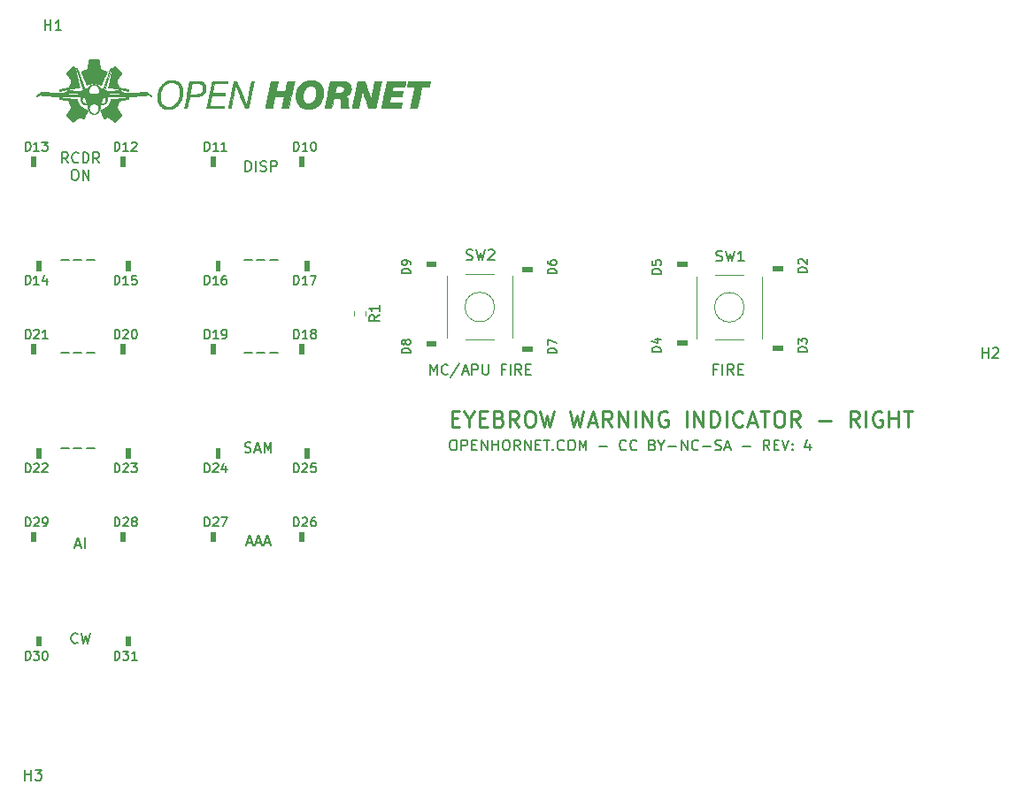
<source format=gbr>
%TF.GenerationSoftware,KiCad,Pcbnew,(5.1.12-1-10_14)*%
%TF.CreationDate,2021-11-28T14:01:49+11:00*%
%TF.ProjectId,ewi_v3-right,6577695f-7633-42d7-9269-6768742e6b69,rev?*%
%TF.SameCoordinates,Original*%
%TF.FileFunction,Legend,Top*%
%TF.FilePolarity,Positive*%
%FSLAX46Y46*%
G04 Gerber Fmt 4.6, Leading zero omitted, Abs format (unit mm)*
G04 Created by KiCad (PCBNEW (5.1.12-1-10_14)) date 2021-11-28 14:01:49*
%MOMM*%
%LPD*%
G01*
G04 APERTURE LIST*
%ADD10C,0.150000*%
%ADD11C,0.250000*%
%ADD12C,0.120000*%
%ADD13C,0.010000*%
%ADD14C,0.100000*%
G04 APERTURE END LIST*
D10*
X108132594Y-117453939D02*
X108084975Y-117501558D01*
X107942118Y-117549177D01*
X107846879Y-117549177D01*
X107704022Y-117501558D01*
X107608784Y-117406320D01*
X107561165Y-117311082D01*
X107513546Y-117120606D01*
X107513546Y-116977749D01*
X107561165Y-116787273D01*
X107608784Y-116692035D01*
X107704022Y-116596797D01*
X107846879Y-116549177D01*
X107942118Y-116549177D01*
X108084975Y-116596797D01*
X108132594Y-116644416D01*
X108465927Y-116549177D02*
X108704022Y-117549177D01*
X108894499Y-116834892D01*
X109084975Y-117549177D01*
X109323070Y-116549177D01*
X124317260Y-107865463D02*
X124793451Y-107865463D01*
X124222022Y-108151177D02*
X124555356Y-107151177D01*
X124888689Y-108151177D01*
X125174403Y-107865463D02*
X125650594Y-107865463D01*
X125079165Y-108151177D02*
X125412499Y-107151177D01*
X125745832Y-108151177D01*
X126031546Y-107865463D02*
X126507737Y-107865463D01*
X125936308Y-108151177D02*
X126269641Y-107151177D01*
X126602975Y-108151177D01*
X107918308Y-108119463D02*
X108394499Y-108119463D01*
X107823070Y-108405177D02*
X108156403Y-107405177D01*
X108489737Y-108405177D01*
X108823070Y-108405177D02*
X108823070Y-107405177D01*
X124126784Y-99213558D02*
X124269641Y-99261177D01*
X124507737Y-99261177D01*
X124602975Y-99213558D01*
X124650594Y-99165939D01*
X124698213Y-99070701D01*
X124698213Y-98975463D01*
X124650594Y-98880225D01*
X124602975Y-98832606D01*
X124507737Y-98784987D01*
X124317260Y-98737368D01*
X124222022Y-98689749D01*
X124174403Y-98642130D01*
X124126784Y-98546892D01*
X124126784Y-98451654D01*
X124174403Y-98356416D01*
X124222022Y-98308797D01*
X124317260Y-98261177D01*
X124555356Y-98261177D01*
X124698213Y-98308797D01*
X125079165Y-98975463D02*
X125555356Y-98975463D01*
X124983927Y-99261177D02*
X125317260Y-98261177D01*
X125650594Y-99261177D01*
X125983927Y-99261177D02*
X125983927Y-98261177D01*
X126317260Y-98975463D01*
X126650594Y-98261177D01*
X126650594Y-99261177D01*
X106521451Y-98880225D02*
X107283356Y-98880225D01*
X107759546Y-98880225D02*
X108521451Y-98880225D01*
X108997641Y-98880225D02*
X109759546Y-98880225D01*
X124047451Y-89736225D02*
X124809356Y-89736225D01*
X125285546Y-89736225D02*
X126047451Y-89736225D01*
X126523641Y-89736225D02*
X127285546Y-89736225D01*
X106521451Y-89736225D02*
X107283356Y-89736225D01*
X107759546Y-89736225D02*
X108521451Y-89736225D01*
X108997641Y-89736225D02*
X109759546Y-89736225D01*
X124047451Y-80846225D02*
X124809356Y-80846225D01*
X125285546Y-80846225D02*
X126047451Y-80846225D01*
X126523641Y-80846225D02*
X127285546Y-80846225D01*
X106521451Y-80846225D02*
X107283356Y-80846225D01*
X107759546Y-80846225D02*
X108521451Y-80846225D01*
X108997641Y-80846225D02*
X109759546Y-80846225D01*
X124190308Y-72337177D02*
X124190308Y-71337177D01*
X124428403Y-71337177D01*
X124571260Y-71384797D01*
X124666499Y-71480035D01*
X124714118Y-71575273D01*
X124761737Y-71765749D01*
X124761737Y-71908606D01*
X124714118Y-72099082D01*
X124666499Y-72194320D01*
X124571260Y-72289558D01*
X124428403Y-72337177D01*
X124190308Y-72337177D01*
X125190308Y-72337177D02*
X125190308Y-71337177D01*
X125618879Y-72289558D02*
X125761737Y-72337177D01*
X125999832Y-72337177D01*
X126095070Y-72289558D01*
X126142689Y-72241939D01*
X126190308Y-72146701D01*
X126190308Y-72051463D01*
X126142689Y-71956225D01*
X126095070Y-71908606D01*
X125999832Y-71860987D01*
X125809356Y-71813368D01*
X125714118Y-71765749D01*
X125666499Y-71718130D01*
X125618879Y-71622892D01*
X125618879Y-71527654D01*
X125666499Y-71432416D01*
X125714118Y-71384797D01*
X125809356Y-71337177D01*
X126047451Y-71337177D01*
X126190308Y-71384797D01*
X126618879Y-72337177D02*
X126618879Y-71337177D01*
X126999832Y-71337177D01*
X127095070Y-71384797D01*
X127142689Y-71432416D01*
X127190308Y-71527654D01*
X127190308Y-71670511D01*
X127142689Y-71765749D01*
X127095070Y-71813368D01*
X126999832Y-71860987D01*
X126618879Y-71860987D01*
X107204022Y-71512177D02*
X106870689Y-71035987D01*
X106632594Y-71512177D02*
X106632594Y-70512177D01*
X107013546Y-70512177D01*
X107108784Y-70559797D01*
X107156403Y-70607416D01*
X107204022Y-70702654D01*
X107204022Y-70845511D01*
X107156403Y-70940749D01*
X107108784Y-70988368D01*
X107013546Y-71035987D01*
X106632594Y-71035987D01*
X108204022Y-71416939D02*
X108156403Y-71464558D01*
X108013546Y-71512177D01*
X107918308Y-71512177D01*
X107775451Y-71464558D01*
X107680213Y-71369320D01*
X107632594Y-71274082D01*
X107584975Y-71083606D01*
X107584975Y-70940749D01*
X107632594Y-70750273D01*
X107680213Y-70655035D01*
X107775451Y-70559797D01*
X107918308Y-70512177D01*
X108013546Y-70512177D01*
X108156403Y-70559797D01*
X108204022Y-70607416D01*
X108632594Y-71512177D02*
X108632594Y-70512177D01*
X108870689Y-70512177D01*
X109013546Y-70559797D01*
X109108784Y-70655035D01*
X109156403Y-70750273D01*
X109204022Y-70940749D01*
X109204022Y-71083606D01*
X109156403Y-71274082D01*
X109108784Y-71369320D01*
X109013546Y-71464558D01*
X108870689Y-71512177D01*
X108632594Y-71512177D01*
X110204022Y-71512177D02*
X109870689Y-71035987D01*
X109632594Y-71512177D02*
X109632594Y-70512177D01*
X110013546Y-70512177D01*
X110108784Y-70559797D01*
X110156403Y-70607416D01*
X110204022Y-70702654D01*
X110204022Y-70845511D01*
X110156403Y-70940749D01*
X110108784Y-70988368D01*
X110013546Y-71035987D01*
X109632594Y-71035987D01*
X107775451Y-72162177D02*
X107965927Y-72162177D01*
X108061165Y-72209797D01*
X108156403Y-72305035D01*
X108204022Y-72495511D01*
X108204022Y-72828844D01*
X108156403Y-73019320D01*
X108061165Y-73114558D01*
X107965927Y-73162177D01*
X107775451Y-73162177D01*
X107680213Y-73114558D01*
X107584975Y-73019320D01*
X107537356Y-72828844D01*
X107537356Y-72495511D01*
X107584975Y-72305035D01*
X107680213Y-72209797D01*
X107775451Y-72162177D01*
X108632594Y-73162177D02*
X108632594Y-72162177D01*
X109204022Y-73162177D01*
X109204022Y-72162177D01*
D11*
X143963810Y-95995053D02*
X144463810Y-95995053D01*
X144678096Y-96780767D02*
X143963810Y-96780767D01*
X143963810Y-95280767D01*
X144678096Y-95280767D01*
X145606668Y-96066481D02*
X145606668Y-96780767D01*
X145106668Y-95280767D02*
X145606668Y-96066481D01*
X146106668Y-95280767D01*
X146606668Y-95995053D02*
X147106668Y-95995053D01*
X147320953Y-96780767D02*
X146606668Y-96780767D01*
X146606668Y-95280767D01*
X147320953Y-95280767D01*
X148463810Y-95995053D02*
X148678096Y-96066481D01*
X148749525Y-96137910D01*
X148820953Y-96280767D01*
X148820953Y-96495053D01*
X148749525Y-96637910D01*
X148678096Y-96709338D01*
X148535239Y-96780767D01*
X147963810Y-96780767D01*
X147963810Y-95280767D01*
X148463810Y-95280767D01*
X148606668Y-95352196D01*
X148678096Y-95423624D01*
X148749525Y-95566481D01*
X148749525Y-95709338D01*
X148678096Y-95852196D01*
X148606668Y-95923624D01*
X148463810Y-95995053D01*
X147963810Y-95995053D01*
X150320953Y-96780767D02*
X149820953Y-96066481D01*
X149463810Y-96780767D02*
X149463810Y-95280767D01*
X150035239Y-95280767D01*
X150178096Y-95352196D01*
X150249525Y-95423624D01*
X150320953Y-95566481D01*
X150320953Y-95780767D01*
X150249525Y-95923624D01*
X150178096Y-95995053D01*
X150035239Y-96066481D01*
X149463810Y-96066481D01*
X151249525Y-95280767D02*
X151535239Y-95280767D01*
X151678096Y-95352196D01*
X151820953Y-95495053D01*
X151892382Y-95780767D01*
X151892382Y-96280767D01*
X151820953Y-96566481D01*
X151678096Y-96709338D01*
X151535239Y-96780767D01*
X151249525Y-96780767D01*
X151106668Y-96709338D01*
X150963810Y-96566481D01*
X150892382Y-96280767D01*
X150892382Y-95780767D01*
X150963810Y-95495053D01*
X151106668Y-95352196D01*
X151249525Y-95280767D01*
X152392382Y-95280767D02*
X152749525Y-96780767D01*
X153035239Y-95709338D01*
X153320953Y-96780767D01*
X153678096Y-95280767D01*
X155249525Y-95280767D02*
X155606668Y-96780767D01*
X155892382Y-95709338D01*
X156178096Y-96780767D01*
X156535239Y-95280767D01*
X157035239Y-96352196D02*
X157749525Y-96352196D01*
X156892382Y-96780767D02*
X157392382Y-95280767D01*
X157892382Y-96780767D01*
X159249525Y-96780767D02*
X158749525Y-96066481D01*
X158392382Y-96780767D02*
X158392382Y-95280767D01*
X158963810Y-95280767D01*
X159106668Y-95352196D01*
X159178096Y-95423624D01*
X159249525Y-95566481D01*
X159249525Y-95780767D01*
X159178096Y-95923624D01*
X159106668Y-95995053D01*
X158963810Y-96066481D01*
X158392382Y-96066481D01*
X159892382Y-96780767D02*
X159892382Y-95280767D01*
X160749525Y-96780767D01*
X160749525Y-95280767D01*
X161463810Y-96780767D02*
X161463810Y-95280767D01*
X162178096Y-96780767D02*
X162178096Y-95280767D01*
X163035239Y-96780767D01*
X163035239Y-95280767D01*
X164535239Y-95352196D02*
X164392382Y-95280767D01*
X164178096Y-95280767D01*
X163963810Y-95352196D01*
X163820953Y-95495053D01*
X163749525Y-95637910D01*
X163678096Y-95923624D01*
X163678096Y-96137910D01*
X163749525Y-96423624D01*
X163820953Y-96566481D01*
X163963810Y-96709338D01*
X164178096Y-96780767D01*
X164320953Y-96780767D01*
X164535239Y-96709338D01*
X164606668Y-96637910D01*
X164606668Y-96137910D01*
X164320953Y-96137910D01*
X166392382Y-96780767D02*
X166392382Y-95280767D01*
X167106668Y-96780767D02*
X167106668Y-95280767D01*
X167963810Y-96780767D01*
X167963810Y-95280767D01*
X168678096Y-96780767D02*
X168678096Y-95280767D01*
X169035239Y-95280767D01*
X169249525Y-95352196D01*
X169392382Y-95495053D01*
X169463810Y-95637910D01*
X169535239Y-95923624D01*
X169535239Y-96137910D01*
X169463810Y-96423624D01*
X169392382Y-96566481D01*
X169249525Y-96709338D01*
X169035239Y-96780767D01*
X168678096Y-96780767D01*
X170178096Y-96780767D02*
X170178096Y-95280767D01*
X171749525Y-96637910D02*
X171678096Y-96709338D01*
X171463810Y-96780767D01*
X171320953Y-96780767D01*
X171106668Y-96709338D01*
X170963810Y-96566481D01*
X170892382Y-96423624D01*
X170820953Y-96137910D01*
X170820953Y-95923624D01*
X170892382Y-95637910D01*
X170963810Y-95495053D01*
X171106668Y-95352196D01*
X171320953Y-95280767D01*
X171463810Y-95280767D01*
X171678096Y-95352196D01*
X171749525Y-95423624D01*
X172320953Y-96352196D02*
X173035239Y-96352196D01*
X172178096Y-96780767D02*
X172678096Y-95280767D01*
X173178096Y-96780767D01*
X173463810Y-95280767D02*
X174320953Y-95280767D01*
X173892382Y-96780767D02*
X173892382Y-95280767D01*
X175106668Y-95280767D02*
X175392382Y-95280767D01*
X175535239Y-95352196D01*
X175678096Y-95495053D01*
X175749525Y-95780767D01*
X175749525Y-96280767D01*
X175678096Y-96566481D01*
X175535239Y-96709338D01*
X175392382Y-96780767D01*
X175106668Y-96780767D01*
X174963810Y-96709338D01*
X174820953Y-96566481D01*
X174749525Y-96280767D01*
X174749525Y-95780767D01*
X174820953Y-95495053D01*
X174963810Y-95352196D01*
X175106668Y-95280767D01*
X177249525Y-96780767D02*
X176749525Y-96066481D01*
X176392382Y-96780767D02*
X176392382Y-95280767D01*
X176963810Y-95280767D01*
X177106668Y-95352196D01*
X177178096Y-95423624D01*
X177249525Y-95566481D01*
X177249525Y-95780767D01*
X177178096Y-95923624D01*
X177106668Y-95995053D01*
X176963810Y-96066481D01*
X176392382Y-96066481D01*
X179035239Y-96209338D02*
X180178096Y-96209338D01*
X182892382Y-96780767D02*
X182392382Y-96066481D01*
X182035239Y-96780767D02*
X182035239Y-95280767D01*
X182606668Y-95280767D01*
X182749525Y-95352196D01*
X182820953Y-95423624D01*
X182892382Y-95566481D01*
X182892382Y-95780767D01*
X182820953Y-95923624D01*
X182749525Y-95995053D01*
X182606668Y-96066481D01*
X182035239Y-96066481D01*
X183535239Y-96780767D02*
X183535239Y-95280767D01*
X185035239Y-95352196D02*
X184892382Y-95280767D01*
X184678096Y-95280767D01*
X184463810Y-95352196D01*
X184320953Y-95495053D01*
X184249525Y-95637910D01*
X184178096Y-95923624D01*
X184178096Y-96137910D01*
X184249525Y-96423624D01*
X184320953Y-96566481D01*
X184463810Y-96709338D01*
X184678096Y-96780767D01*
X184820953Y-96780767D01*
X185035239Y-96709338D01*
X185106668Y-96637910D01*
X185106668Y-96137910D01*
X184820953Y-96137910D01*
X185749525Y-96780767D02*
X185749525Y-95280767D01*
X185749525Y-95995053D02*
X186606668Y-95995053D01*
X186606668Y-96780767D02*
X186606668Y-95280767D01*
X187106668Y-95280767D02*
X187963810Y-95280767D01*
X187535239Y-96780767D02*
X187535239Y-95280767D01*
D10*
X143985239Y-98054576D02*
X144175715Y-98054576D01*
X144270953Y-98102196D01*
X144366191Y-98197434D01*
X144413810Y-98387910D01*
X144413810Y-98721243D01*
X144366191Y-98911719D01*
X144270953Y-99006957D01*
X144175715Y-99054576D01*
X143985239Y-99054576D01*
X143890001Y-99006957D01*
X143794763Y-98911719D01*
X143747144Y-98721243D01*
X143747144Y-98387910D01*
X143794763Y-98197434D01*
X143890001Y-98102196D01*
X143985239Y-98054576D01*
X144842382Y-99054576D02*
X144842382Y-98054576D01*
X145223334Y-98054576D01*
X145318572Y-98102196D01*
X145366191Y-98149815D01*
X145413810Y-98245053D01*
X145413810Y-98387910D01*
X145366191Y-98483148D01*
X145318572Y-98530767D01*
X145223334Y-98578386D01*
X144842382Y-98578386D01*
X145842382Y-98530767D02*
X146175715Y-98530767D01*
X146318572Y-99054576D02*
X145842382Y-99054576D01*
X145842382Y-98054576D01*
X146318572Y-98054576D01*
X146747144Y-99054576D02*
X146747144Y-98054576D01*
X147318572Y-99054576D01*
X147318572Y-98054576D01*
X147794763Y-99054576D02*
X147794763Y-98054576D01*
X147794763Y-98530767D02*
X148366191Y-98530767D01*
X148366191Y-99054576D02*
X148366191Y-98054576D01*
X149032858Y-98054576D02*
X149223334Y-98054576D01*
X149318572Y-98102196D01*
X149413810Y-98197434D01*
X149461429Y-98387910D01*
X149461429Y-98721243D01*
X149413810Y-98911719D01*
X149318572Y-99006957D01*
X149223334Y-99054576D01*
X149032858Y-99054576D01*
X148937620Y-99006957D01*
X148842382Y-98911719D01*
X148794763Y-98721243D01*
X148794763Y-98387910D01*
X148842382Y-98197434D01*
X148937620Y-98102196D01*
X149032858Y-98054576D01*
X150461429Y-99054576D02*
X150128096Y-98578386D01*
X149890001Y-99054576D02*
X149890001Y-98054576D01*
X150270953Y-98054576D01*
X150366191Y-98102196D01*
X150413810Y-98149815D01*
X150461429Y-98245053D01*
X150461429Y-98387910D01*
X150413810Y-98483148D01*
X150366191Y-98530767D01*
X150270953Y-98578386D01*
X149890001Y-98578386D01*
X150890001Y-99054576D02*
X150890001Y-98054576D01*
X151461429Y-99054576D01*
X151461429Y-98054576D01*
X151937620Y-98530767D02*
X152270953Y-98530767D01*
X152413810Y-99054576D02*
X151937620Y-99054576D01*
X151937620Y-98054576D01*
X152413810Y-98054576D01*
X152699525Y-98054576D02*
X153270953Y-98054576D01*
X152985239Y-99054576D02*
X152985239Y-98054576D01*
X153604287Y-98959338D02*
X153651906Y-99006957D01*
X153604287Y-99054576D01*
X153556668Y-99006957D01*
X153604287Y-98959338D01*
X153604287Y-99054576D01*
X154651906Y-98959338D02*
X154604287Y-99006957D01*
X154461429Y-99054576D01*
X154366191Y-99054576D01*
X154223334Y-99006957D01*
X154128096Y-98911719D01*
X154080477Y-98816481D01*
X154032858Y-98626005D01*
X154032858Y-98483148D01*
X154080477Y-98292672D01*
X154128096Y-98197434D01*
X154223334Y-98102196D01*
X154366191Y-98054576D01*
X154461429Y-98054576D01*
X154604287Y-98102196D01*
X154651906Y-98149815D01*
X155270953Y-98054576D02*
X155461429Y-98054576D01*
X155556668Y-98102196D01*
X155651906Y-98197434D01*
X155699525Y-98387910D01*
X155699525Y-98721243D01*
X155651906Y-98911719D01*
X155556668Y-99006957D01*
X155461429Y-99054576D01*
X155270953Y-99054576D01*
X155175715Y-99006957D01*
X155080477Y-98911719D01*
X155032858Y-98721243D01*
X155032858Y-98387910D01*
X155080477Y-98197434D01*
X155175715Y-98102196D01*
X155270953Y-98054576D01*
X156128096Y-99054576D02*
X156128096Y-98054576D01*
X156461429Y-98768862D01*
X156794763Y-98054576D01*
X156794763Y-99054576D01*
X158032858Y-98673624D02*
X158794763Y-98673624D01*
X160604287Y-98959338D02*
X160556668Y-99006957D01*
X160413810Y-99054576D01*
X160318572Y-99054576D01*
X160175715Y-99006957D01*
X160080477Y-98911719D01*
X160032858Y-98816481D01*
X159985239Y-98626005D01*
X159985239Y-98483148D01*
X160032858Y-98292672D01*
X160080477Y-98197434D01*
X160175715Y-98102196D01*
X160318572Y-98054576D01*
X160413810Y-98054576D01*
X160556668Y-98102196D01*
X160604287Y-98149815D01*
X161604287Y-98959338D02*
X161556668Y-99006957D01*
X161413810Y-99054576D01*
X161318572Y-99054576D01*
X161175715Y-99006957D01*
X161080477Y-98911719D01*
X161032858Y-98816481D01*
X160985239Y-98626005D01*
X160985239Y-98483148D01*
X161032858Y-98292672D01*
X161080477Y-98197434D01*
X161175715Y-98102196D01*
X161318572Y-98054576D01*
X161413810Y-98054576D01*
X161556668Y-98102196D01*
X161604287Y-98149815D01*
X163128096Y-98530767D02*
X163270953Y-98578386D01*
X163318572Y-98626005D01*
X163366191Y-98721243D01*
X163366191Y-98864100D01*
X163318572Y-98959338D01*
X163270953Y-99006957D01*
X163175715Y-99054576D01*
X162794763Y-99054576D01*
X162794763Y-98054576D01*
X163128096Y-98054576D01*
X163223334Y-98102196D01*
X163270953Y-98149815D01*
X163318572Y-98245053D01*
X163318572Y-98340291D01*
X163270953Y-98435529D01*
X163223334Y-98483148D01*
X163128096Y-98530767D01*
X162794763Y-98530767D01*
X163985239Y-98578386D02*
X163985239Y-99054576D01*
X163651906Y-98054576D02*
X163985239Y-98578386D01*
X164318572Y-98054576D01*
X164651906Y-98673624D02*
X165413810Y-98673624D01*
X165890001Y-99054576D02*
X165890001Y-98054576D01*
X166461429Y-99054576D01*
X166461429Y-98054576D01*
X167509049Y-98959338D02*
X167461429Y-99006957D01*
X167318572Y-99054576D01*
X167223334Y-99054576D01*
X167080477Y-99006957D01*
X166985239Y-98911719D01*
X166937620Y-98816481D01*
X166890001Y-98626005D01*
X166890001Y-98483148D01*
X166937620Y-98292672D01*
X166985239Y-98197434D01*
X167080477Y-98102196D01*
X167223334Y-98054576D01*
X167318572Y-98054576D01*
X167461429Y-98102196D01*
X167509049Y-98149815D01*
X167937620Y-98673624D02*
X168699525Y-98673624D01*
X169128096Y-99006957D02*
X169270953Y-99054576D01*
X169509049Y-99054576D01*
X169604287Y-99006957D01*
X169651906Y-98959338D01*
X169699525Y-98864100D01*
X169699525Y-98768862D01*
X169651906Y-98673624D01*
X169604287Y-98626005D01*
X169509049Y-98578386D01*
X169318572Y-98530767D01*
X169223334Y-98483148D01*
X169175715Y-98435529D01*
X169128096Y-98340291D01*
X169128096Y-98245053D01*
X169175715Y-98149815D01*
X169223334Y-98102196D01*
X169318572Y-98054576D01*
X169556668Y-98054576D01*
X169699525Y-98102196D01*
X170080477Y-98768862D02*
X170556668Y-98768862D01*
X169985239Y-99054576D02*
X170318572Y-98054576D01*
X170651906Y-99054576D01*
X171747144Y-98673624D02*
X172509049Y-98673624D01*
X174318572Y-99054576D02*
X173985239Y-98578386D01*
X173747144Y-99054576D02*
X173747144Y-98054576D01*
X174128096Y-98054576D01*
X174223334Y-98102196D01*
X174270953Y-98149815D01*
X174318572Y-98245053D01*
X174318572Y-98387910D01*
X174270953Y-98483148D01*
X174223334Y-98530767D01*
X174128096Y-98578386D01*
X173747144Y-98578386D01*
X174747144Y-98530767D02*
X175080477Y-98530767D01*
X175223334Y-99054576D02*
X174747144Y-99054576D01*
X174747144Y-98054576D01*
X175223334Y-98054576D01*
X175509049Y-98054576D02*
X175842382Y-99054576D01*
X176175715Y-98054576D01*
X176509049Y-98959338D02*
X176556668Y-99006957D01*
X176509049Y-99054576D01*
X176461429Y-99006957D01*
X176509049Y-98959338D01*
X176509049Y-99054576D01*
X176509049Y-98435529D02*
X176556668Y-98483148D01*
X176509049Y-98530767D01*
X176461429Y-98483148D01*
X176509049Y-98435529D01*
X176509049Y-98530767D01*
X178175715Y-98387910D02*
X178175715Y-99054576D01*
X177937620Y-98006957D02*
X177699525Y-98721243D01*
X178318572Y-98721243D01*
D12*
%TO.C,SW2*%
X147932849Y-88445596D02*
X145252849Y-88445596D01*
X145252849Y-82205596D02*
X147932849Y-82205596D01*
X149712849Y-82355596D02*
X149712849Y-88295596D01*
X143472849Y-82355596D02*
X143472849Y-88295596D01*
X148007063Y-85325596D02*
G75*
G03*
X148007063Y-85325596I-1414214J0D01*
G01*
%TO.C,SW1*%
X169133049Y-82233396D02*
X171813049Y-82233396D01*
X171813049Y-88473396D02*
X169133049Y-88473396D01*
X167353049Y-88323396D02*
X167353049Y-82383396D01*
X173593049Y-88323396D02*
X173593049Y-82383396D01*
X171887263Y-85353396D02*
G75*
G03*
X171887263Y-85353396I-1414214J0D01*
G01*
D13*
%TO.C,G\u002A\u002A\u002A*%
G36*
X106390179Y-65250365D02*
G01*
X106402992Y-65251734D01*
X106423223Y-65253949D01*
X106450375Y-65256951D01*
X106483952Y-65260685D01*
X106523455Y-65265095D01*
X106568389Y-65270125D01*
X106618256Y-65275718D01*
X106672558Y-65281818D01*
X106730800Y-65288369D01*
X106792483Y-65295314D01*
X106857111Y-65302598D01*
X106924187Y-65310164D01*
X106993214Y-65317956D01*
X107063694Y-65325917D01*
X107135130Y-65333992D01*
X107207027Y-65342124D01*
X107278885Y-65350257D01*
X107350209Y-65358335D01*
X107420501Y-65366301D01*
X107489265Y-65374100D01*
X107556002Y-65381674D01*
X107620217Y-65388969D01*
X107681412Y-65395927D01*
X107739090Y-65402492D01*
X107792754Y-65408609D01*
X107841907Y-65414220D01*
X107886051Y-65419270D01*
X107924691Y-65423702D01*
X107957328Y-65427461D01*
X107983465Y-65430489D01*
X108002607Y-65432732D01*
X108014255Y-65434131D01*
X108017311Y-65434525D01*
X108028872Y-65436983D01*
X108034660Y-65441346D01*
X108037249Y-65448954D01*
X108039496Y-65455367D01*
X108044887Y-65468594D01*
X108053029Y-65487759D01*
X108063527Y-65511986D01*
X108075987Y-65540396D01*
X108090015Y-65572113D01*
X108105217Y-65606261D01*
X108121199Y-65641962D01*
X108137566Y-65678340D01*
X108153924Y-65714517D01*
X108169878Y-65749618D01*
X108185036Y-65782764D01*
X108199002Y-65813079D01*
X108211382Y-65839686D01*
X108221782Y-65861709D01*
X108229808Y-65878270D01*
X108233742Y-65886028D01*
X108254613Y-65921363D01*
X108281228Y-65959527D01*
X108312150Y-65998866D01*
X108345939Y-66037726D01*
X108381156Y-66074455D01*
X108416364Y-66107398D01*
X108450123Y-66134904D01*
X108450616Y-66135270D01*
X108458234Y-66140342D01*
X108472455Y-66149229D01*
X108492556Y-66161504D01*
X108517811Y-66176741D01*
X108547495Y-66194515D01*
X108580884Y-66214400D01*
X108617252Y-66235971D01*
X108655875Y-66258801D01*
X108696028Y-66282465D01*
X108736986Y-66306537D01*
X108778025Y-66330592D01*
X108818419Y-66354204D01*
X108857443Y-66376946D01*
X108894374Y-66398394D01*
X108928485Y-66418121D01*
X108959053Y-66435702D01*
X108985351Y-66450711D01*
X109006657Y-66462722D01*
X109022243Y-66471310D01*
X109027522Y-66474113D01*
X109046390Y-66483912D01*
X108886101Y-66871262D01*
X108857643Y-66939890D01*
X108831529Y-67002565D01*
X108807848Y-67059085D01*
X108786687Y-67109244D01*
X108768133Y-67152838D01*
X108752275Y-67189663D01*
X108739199Y-67219516D01*
X108728994Y-67242191D01*
X108721747Y-67257485D01*
X108717544Y-67265193D01*
X108716862Y-67266021D01*
X108705982Y-67271738D01*
X108697053Y-67273429D01*
X108691025Y-67271482D01*
X108678409Y-67265925D01*
X108660061Y-67257183D01*
X108636836Y-67245682D01*
X108609591Y-67231848D01*
X108579180Y-67216106D01*
X108546458Y-67198883D01*
X108535392Y-67192996D01*
X108496155Y-67172121D01*
X108463597Y-67154978D01*
X108436959Y-67141257D01*
X108415481Y-67130644D01*
X108398403Y-67122829D01*
X108384965Y-67117502D01*
X108374409Y-67114350D01*
X108365973Y-67113062D01*
X108358899Y-67113327D01*
X108352427Y-67114835D01*
X108348233Y-67116314D01*
X108343389Y-67119210D01*
X108332072Y-67126567D01*
X108314784Y-67138047D01*
X108292025Y-67153309D01*
X108264297Y-67172015D01*
X108232100Y-67193824D01*
X108195936Y-67218397D01*
X108156305Y-67245395D01*
X108113709Y-67274478D01*
X108068649Y-67305306D01*
X108021626Y-67337541D01*
X108010883Y-67344914D01*
X107954727Y-67383459D01*
X107905117Y-67417481D01*
X107861615Y-67447246D01*
X107823785Y-67473017D01*
X107791190Y-67495062D01*
X107763392Y-67513644D01*
X107739955Y-67529029D01*
X107720442Y-67541482D01*
X107704415Y-67551269D01*
X107691439Y-67558654D01*
X107681075Y-67563904D01*
X107672886Y-67567282D01*
X107666437Y-67569055D01*
X107661289Y-67569487D01*
X107657006Y-67568844D01*
X107653151Y-67567391D01*
X107649286Y-67565393D01*
X107648399Y-67564911D01*
X107643860Y-67561094D01*
X107633866Y-67551760D01*
X107618917Y-67537408D01*
X107599511Y-67518536D01*
X107576145Y-67495643D01*
X107549319Y-67469227D01*
X107519530Y-67439786D01*
X107487277Y-67407818D01*
X107453059Y-67373823D01*
X107417374Y-67338297D01*
X107380719Y-67301740D01*
X107343594Y-67264649D01*
X107306496Y-67227524D01*
X107269925Y-67190861D01*
X107234378Y-67155161D01*
X107200354Y-67120920D01*
X107168350Y-67088638D01*
X107138867Y-67058812D01*
X107112401Y-67031941D01*
X107089451Y-67008523D01*
X107070515Y-66989056D01*
X107056093Y-66974040D01*
X107046681Y-66963971D01*
X107042779Y-66959349D01*
X107042760Y-66959314D01*
X107038584Y-66950065D01*
X107036775Y-66941150D01*
X107037764Y-66931399D01*
X107041988Y-66919641D01*
X107049880Y-66904705D01*
X107061875Y-66885421D01*
X107078406Y-66860618D01*
X107080529Y-66857489D01*
X107090166Y-66843344D01*
X107104104Y-66822941D01*
X107121850Y-66797003D01*
X107142909Y-66766251D01*
X107166788Y-66731404D01*
X107192993Y-66693183D01*
X107221028Y-66652311D01*
X107250401Y-66609507D01*
X107280616Y-66565492D01*
X107307570Y-66526246D01*
X107336951Y-66483405D01*
X107365025Y-66442340D01*
X107391407Y-66403623D01*
X107415713Y-66367822D01*
X107437559Y-66335508D01*
X107456560Y-66307252D01*
X107472332Y-66283623D01*
X107484490Y-66265191D01*
X107492650Y-66252527D01*
X107496428Y-66246201D01*
X107496556Y-66245923D01*
X107500658Y-66232832D01*
X107502349Y-66220643D01*
X107500785Y-66214535D01*
X107496285Y-66201321D01*
X107489140Y-66181726D01*
X107479639Y-66156471D01*
X107468072Y-66126280D01*
X107454730Y-66091875D01*
X107439903Y-66053979D01*
X107423879Y-66013316D01*
X107406950Y-65970608D01*
X107389405Y-65926578D01*
X107371534Y-65881949D01*
X107353628Y-65837445D01*
X107335975Y-65793787D01*
X107318867Y-65751699D01*
X107302593Y-65711905D01*
X107287442Y-65675126D01*
X107273706Y-65642086D01*
X107261673Y-65613507D01*
X107251635Y-65590113D01*
X107243880Y-65572627D01*
X107238699Y-65561771D01*
X107236788Y-65558539D01*
X107228027Y-65549291D01*
X107220192Y-65542839D01*
X107219237Y-65542274D01*
X107214152Y-65540981D01*
X107201321Y-65538265D01*
X107181324Y-65534238D01*
X107154743Y-65529010D01*
X107122156Y-65522693D01*
X107084146Y-65515399D01*
X107041292Y-65507238D01*
X106994174Y-65498322D01*
X106943374Y-65488761D01*
X106889471Y-65478668D01*
X106833046Y-65468153D01*
X106810118Y-65463894D01*
X106736844Y-65450258D01*
X106671614Y-65438037D01*
X106614135Y-65427172D01*
X106564115Y-65417604D01*
X106521260Y-65409275D01*
X106485277Y-65402127D01*
X106455874Y-65396101D01*
X106432756Y-65391138D01*
X106415631Y-65387181D01*
X106404206Y-65384171D01*
X106398187Y-65382050D01*
X106397449Y-65381620D01*
X106389149Y-65374517D01*
X106383316Y-65366159D01*
X106379536Y-65354978D01*
X106377395Y-65339408D01*
X106376479Y-65317882D01*
X106376345Y-65301754D01*
X106376386Y-65280076D01*
X106376732Y-65265470D01*
X106377623Y-65256543D01*
X106379298Y-65251902D01*
X106381999Y-65250151D01*
X106385282Y-65249895D01*
X106390179Y-65250365D01*
G37*
X106390179Y-65250365D02*
X106402992Y-65251734D01*
X106423223Y-65253949D01*
X106450375Y-65256951D01*
X106483952Y-65260685D01*
X106523455Y-65265095D01*
X106568389Y-65270125D01*
X106618256Y-65275718D01*
X106672558Y-65281818D01*
X106730800Y-65288369D01*
X106792483Y-65295314D01*
X106857111Y-65302598D01*
X106924187Y-65310164D01*
X106993214Y-65317956D01*
X107063694Y-65325917D01*
X107135130Y-65333992D01*
X107207027Y-65342124D01*
X107278885Y-65350257D01*
X107350209Y-65358335D01*
X107420501Y-65366301D01*
X107489265Y-65374100D01*
X107556002Y-65381674D01*
X107620217Y-65388969D01*
X107681412Y-65395927D01*
X107739090Y-65402492D01*
X107792754Y-65408609D01*
X107841907Y-65414220D01*
X107886051Y-65419270D01*
X107924691Y-65423702D01*
X107957328Y-65427461D01*
X107983465Y-65430489D01*
X108002607Y-65432732D01*
X108014255Y-65434131D01*
X108017311Y-65434525D01*
X108028872Y-65436983D01*
X108034660Y-65441346D01*
X108037249Y-65448954D01*
X108039496Y-65455367D01*
X108044887Y-65468594D01*
X108053029Y-65487759D01*
X108063527Y-65511986D01*
X108075987Y-65540396D01*
X108090015Y-65572113D01*
X108105217Y-65606261D01*
X108121199Y-65641962D01*
X108137566Y-65678340D01*
X108153924Y-65714517D01*
X108169878Y-65749618D01*
X108185036Y-65782764D01*
X108199002Y-65813079D01*
X108211382Y-65839686D01*
X108221782Y-65861709D01*
X108229808Y-65878270D01*
X108233742Y-65886028D01*
X108254613Y-65921363D01*
X108281228Y-65959527D01*
X108312150Y-65998866D01*
X108345939Y-66037726D01*
X108381156Y-66074455D01*
X108416364Y-66107398D01*
X108450123Y-66134904D01*
X108450616Y-66135270D01*
X108458234Y-66140342D01*
X108472455Y-66149229D01*
X108492556Y-66161504D01*
X108517811Y-66176741D01*
X108547495Y-66194515D01*
X108580884Y-66214400D01*
X108617252Y-66235971D01*
X108655875Y-66258801D01*
X108696028Y-66282465D01*
X108736986Y-66306537D01*
X108778025Y-66330592D01*
X108818419Y-66354204D01*
X108857443Y-66376946D01*
X108894374Y-66398394D01*
X108928485Y-66418121D01*
X108959053Y-66435702D01*
X108985351Y-66450711D01*
X109006657Y-66462722D01*
X109022243Y-66471310D01*
X109027522Y-66474113D01*
X109046390Y-66483912D01*
X108886101Y-66871262D01*
X108857643Y-66939890D01*
X108831529Y-67002565D01*
X108807848Y-67059085D01*
X108786687Y-67109244D01*
X108768133Y-67152838D01*
X108752275Y-67189663D01*
X108739199Y-67219516D01*
X108728994Y-67242191D01*
X108721747Y-67257485D01*
X108717544Y-67265193D01*
X108716862Y-67266021D01*
X108705982Y-67271738D01*
X108697053Y-67273429D01*
X108691025Y-67271482D01*
X108678409Y-67265925D01*
X108660061Y-67257183D01*
X108636836Y-67245682D01*
X108609591Y-67231848D01*
X108579180Y-67216106D01*
X108546458Y-67198883D01*
X108535392Y-67192996D01*
X108496155Y-67172121D01*
X108463597Y-67154978D01*
X108436959Y-67141257D01*
X108415481Y-67130644D01*
X108398403Y-67122829D01*
X108384965Y-67117502D01*
X108374409Y-67114350D01*
X108365973Y-67113062D01*
X108358899Y-67113327D01*
X108352427Y-67114835D01*
X108348233Y-67116314D01*
X108343389Y-67119210D01*
X108332072Y-67126567D01*
X108314784Y-67138047D01*
X108292025Y-67153309D01*
X108264297Y-67172015D01*
X108232100Y-67193824D01*
X108195936Y-67218397D01*
X108156305Y-67245395D01*
X108113709Y-67274478D01*
X108068649Y-67305306D01*
X108021626Y-67337541D01*
X108010883Y-67344914D01*
X107954727Y-67383459D01*
X107905117Y-67417481D01*
X107861615Y-67447246D01*
X107823785Y-67473017D01*
X107791190Y-67495062D01*
X107763392Y-67513644D01*
X107739955Y-67529029D01*
X107720442Y-67541482D01*
X107704415Y-67551269D01*
X107691439Y-67558654D01*
X107681075Y-67563904D01*
X107672886Y-67567282D01*
X107666437Y-67569055D01*
X107661289Y-67569487D01*
X107657006Y-67568844D01*
X107653151Y-67567391D01*
X107649286Y-67565393D01*
X107648399Y-67564911D01*
X107643860Y-67561094D01*
X107633866Y-67551760D01*
X107618917Y-67537408D01*
X107599511Y-67518536D01*
X107576145Y-67495643D01*
X107549319Y-67469227D01*
X107519530Y-67439786D01*
X107487277Y-67407818D01*
X107453059Y-67373823D01*
X107417374Y-67338297D01*
X107380719Y-67301740D01*
X107343594Y-67264649D01*
X107306496Y-67227524D01*
X107269925Y-67190861D01*
X107234378Y-67155161D01*
X107200354Y-67120920D01*
X107168350Y-67088638D01*
X107138867Y-67058812D01*
X107112401Y-67031941D01*
X107089451Y-67008523D01*
X107070515Y-66989056D01*
X107056093Y-66974040D01*
X107046681Y-66963971D01*
X107042779Y-66959349D01*
X107042760Y-66959314D01*
X107038584Y-66950065D01*
X107036775Y-66941150D01*
X107037764Y-66931399D01*
X107041988Y-66919641D01*
X107049880Y-66904705D01*
X107061875Y-66885421D01*
X107078406Y-66860618D01*
X107080529Y-66857489D01*
X107090166Y-66843344D01*
X107104104Y-66822941D01*
X107121850Y-66797003D01*
X107142909Y-66766251D01*
X107166788Y-66731404D01*
X107192993Y-66693183D01*
X107221028Y-66652311D01*
X107250401Y-66609507D01*
X107280616Y-66565492D01*
X107307570Y-66526246D01*
X107336951Y-66483405D01*
X107365025Y-66442340D01*
X107391407Y-66403623D01*
X107415713Y-66367822D01*
X107437559Y-66335508D01*
X107456560Y-66307252D01*
X107472332Y-66283623D01*
X107484490Y-66265191D01*
X107492650Y-66252527D01*
X107496428Y-66246201D01*
X107496556Y-66245923D01*
X107500658Y-66232832D01*
X107502349Y-66220643D01*
X107500785Y-66214535D01*
X107496285Y-66201321D01*
X107489140Y-66181726D01*
X107479639Y-66156471D01*
X107468072Y-66126280D01*
X107454730Y-66091875D01*
X107439903Y-66053979D01*
X107423879Y-66013316D01*
X107406950Y-65970608D01*
X107389405Y-65926578D01*
X107371534Y-65881949D01*
X107353628Y-65837445D01*
X107335975Y-65793787D01*
X107318867Y-65751699D01*
X107302593Y-65711905D01*
X107287442Y-65675126D01*
X107273706Y-65642086D01*
X107261673Y-65613507D01*
X107251635Y-65590113D01*
X107243880Y-65572627D01*
X107238699Y-65561771D01*
X107236788Y-65558539D01*
X107228027Y-65549291D01*
X107220192Y-65542839D01*
X107219237Y-65542274D01*
X107214152Y-65540981D01*
X107201321Y-65538265D01*
X107181324Y-65534238D01*
X107154743Y-65529010D01*
X107122156Y-65522693D01*
X107084146Y-65515399D01*
X107041292Y-65507238D01*
X106994174Y-65498322D01*
X106943374Y-65488761D01*
X106889471Y-65478668D01*
X106833046Y-65468153D01*
X106810118Y-65463894D01*
X106736844Y-65450258D01*
X106671614Y-65438037D01*
X106614135Y-65427172D01*
X106564115Y-65417604D01*
X106521260Y-65409275D01*
X106485277Y-65402127D01*
X106455874Y-65396101D01*
X106432756Y-65391138D01*
X106415631Y-65387181D01*
X106404206Y-65384171D01*
X106398187Y-65382050D01*
X106397449Y-65381620D01*
X106389149Y-65374517D01*
X106383316Y-65366159D01*
X106379536Y-65354978D01*
X106377395Y-65339408D01*
X106376479Y-65317882D01*
X106376345Y-65301754D01*
X106376386Y-65280076D01*
X106376732Y-65265470D01*
X106377623Y-65256543D01*
X106379298Y-65251902D01*
X106381999Y-65250151D01*
X106385282Y-65249895D01*
X106390179Y-65250365D01*
G36*
X112970346Y-65250167D02*
G01*
X112973182Y-65251942D01*
X112974876Y-65256659D01*
X112975723Y-65265757D01*
X112976016Y-65280677D01*
X112976049Y-65298715D01*
X112975353Y-65327355D01*
X112973048Y-65348875D01*
X112968808Y-65364522D01*
X112962307Y-65375545D01*
X112954178Y-65382594D01*
X112948589Y-65384308D01*
X112935199Y-65387436D01*
X112914537Y-65391872D01*
X112887130Y-65397514D01*
X112853508Y-65404257D01*
X112814199Y-65411998D01*
X112769732Y-65420631D01*
X112720635Y-65430054D01*
X112667436Y-65440163D01*
X112610664Y-65450853D01*
X112550849Y-65462020D01*
X112542517Y-65463568D01*
X112485284Y-65474222D01*
X112430348Y-65484495D01*
X112378290Y-65494278D01*
X112329689Y-65503458D01*
X112285126Y-65511925D01*
X112245180Y-65519567D01*
X112210432Y-65526273D01*
X112181462Y-65531932D01*
X112158850Y-65536434D01*
X112143176Y-65539666D01*
X112135021Y-65541517D01*
X112134000Y-65541843D01*
X112129710Y-65544471D01*
X112125503Y-65547907D01*
X112121147Y-65552663D01*
X112116411Y-65559248D01*
X112111065Y-65568173D01*
X112104876Y-65579949D01*
X112097615Y-65595087D01*
X112089050Y-65614096D01*
X112078950Y-65637487D01*
X112067084Y-65665772D01*
X112053221Y-65699460D01*
X112037130Y-65739062D01*
X112018580Y-65785089D01*
X111997341Y-65838051D01*
X111977327Y-65888083D01*
X111951059Y-65953961D01*
X111927983Y-66012195D01*
X111908031Y-66062957D01*
X111891139Y-66106419D01*
X111877242Y-66142752D01*
X111866274Y-66172127D01*
X111858170Y-66194718D01*
X111852865Y-66210694D01*
X111850292Y-66220229D01*
X111850009Y-66222516D01*
X111851725Y-66236715D01*
X111855850Y-66249509D01*
X111856149Y-66250100D01*
X111859413Y-66255276D01*
X111867118Y-66266908D01*
X111878911Y-66284475D01*
X111894438Y-66307459D01*
X111913343Y-66335336D01*
X111935274Y-66367587D01*
X111959877Y-66403691D01*
X111986796Y-66443127D01*
X112015678Y-66485375D01*
X112046169Y-66529913D01*
X112074906Y-66571834D01*
X112106748Y-66618257D01*
X112137460Y-66663036D01*
X112166672Y-66705628D01*
X112194012Y-66745494D01*
X112219109Y-66782092D01*
X112241594Y-66814882D01*
X112261094Y-66843323D01*
X112277240Y-66866874D01*
X112289659Y-66884995D01*
X112297983Y-66897144D01*
X112301599Y-66902429D01*
X112312216Y-66921761D01*
X112315649Y-66938380D01*
X112315451Y-66941059D01*
X112314630Y-66944080D01*
X112312845Y-66947799D01*
X112309757Y-66952574D01*
X112305024Y-66958761D01*
X112298308Y-66966719D01*
X112289267Y-66976803D01*
X112277562Y-66989372D01*
X112262851Y-67004783D01*
X112244796Y-67023392D01*
X112223055Y-67045558D01*
X112197288Y-67071637D01*
X112167156Y-67101986D01*
X112132317Y-67136963D01*
X112092432Y-67176926D01*
X112047160Y-67222230D01*
X112007642Y-67261755D01*
X111956747Y-67312711D01*
X111911531Y-67358047D01*
X111871611Y-67398055D01*
X111836603Y-67433026D01*
X111806125Y-67463249D01*
X111779792Y-67489017D01*
X111757222Y-67510619D01*
X111738031Y-67528347D01*
X111721835Y-67542492D01*
X111708253Y-67553344D01*
X111696899Y-67561194D01*
X111687390Y-67566333D01*
X111679344Y-67569051D01*
X111672377Y-67569641D01*
X111666106Y-67568392D01*
X111660147Y-67565595D01*
X111654116Y-67561541D01*
X111647632Y-67556521D01*
X111640309Y-67550826D01*
X111633276Y-67545764D01*
X111624387Y-67539686D01*
X111609109Y-67529223D01*
X111588031Y-67514778D01*
X111561746Y-67496759D01*
X111530843Y-67475569D01*
X111495914Y-67451614D01*
X111457549Y-67425300D01*
X111416340Y-67397031D01*
X111372876Y-67367212D01*
X111327750Y-67336250D01*
X111302000Y-67318580D01*
X111249254Y-67282404D01*
X111203012Y-67250741D01*
X111162815Y-67223292D01*
X111128201Y-67199757D01*
X111098709Y-67179837D01*
X111073880Y-67163233D01*
X111053251Y-67149645D01*
X111036362Y-67138774D01*
X111022752Y-67130322D01*
X111011960Y-67123987D01*
X111003526Y-67119471D01*
X110996988Y-67116475D01*
X110991886Y-67114700D01*
X110987759Y-67113845D01*
X110986617Y-67113721D01*
X110981457Y-67113491D01*
X110976017Y-67113951D01*
X110969530Y-67115457D01*
X110961228Y-67118366D01*
X110950347Y-67123031D01*
X110936118Y-67129810D01*
X110917774Y-67139058D01*
X110894549Y-67151129D01*
X110865677Y-67166380D01*
X110830390Y-67185167D01*
X110816203Y-67192739D01*
X110774855Y-67214650D01*
X110738868Y-67233375D01*
X110708607Y-67248737D01*
X110684433Y-67260556D01*
X110666709Y-67268653D01*
X110655796Y-67272848D01*
X110652899Y-67273429D01*
X110639739Y-67269812D01*
X110632072Y-67263904D01*
X110629455Y-67258933D01*
X110623843Y-67246679D01*
X110615465Y-67227688D01*
X110604550Y-67202506D01*
X110591326Y-67171679D01*
X110576024Y-67135752D01*
X110558871Y-67095271D01*
X110540098Y-67050783D01*
X110519932Y-67002832D01*
X110498604Y-66951964D01*
X110476342Y-66898727D01*
X110453376Y-66843664D01*
X110429934Y-66787323D01*
X110406245Y-66730248D01*
X110382539Y-66672986D01*
X110359045Y-66616083D01*
X110335991Y-66560084D01*
X110313607Y-66505535D01*
X110306212Y-66487470D01*
X110307882Y-66482389D01*
X110311921Y-66480111D01*
X110317900Y-66477237D01*
X110330464Y-66470442D01*
X110348924Y-66460132D01*
X110372586Y-66446712D01*
X110400758Y-66430587D01*
X110432750Y-66412162D01*
X110467869Y-66391842D01*
X110505422Y-66370033D01*
X110544719Y-66347140D01*
X110585068Y-66323567D01*
X110625776Y-66299721D01*
X110666152Y-66276006D01*
X110705503Y-66252827D01*
X110743138Y-66230589D01*
X110778366Y-66209698D01*
X110810493Y-66190559D01*
X110838829Y-66173577D01*
X110862681Y-66159157D01*
X110881358Y-66147705D01*
X110894167Y-66139624D01*
X110899494Y-66136031D01*
X110933155Y-66108974D01*
X110968695Y-66076006D01*
X111004500Y-66038927D01*
X111038956Y-65999539D01*
X111070447Y-65959641D01*
X111097359Y-65921035D01*
X111108605Y-65902761D01*
X111113537Y-65893432D01*
X111121408Y-65877439D01*
X111131808Y-65855685D01*
X111144325Y-65829073D01*
X111158551Y-65798508D01*
X111174074Y-65764893D01*
X111190483Y-65729131D01*
X111207370Y-65692126D01*
X111224322Y-65654783D01*
X111240931Y-65618003D01*
X111256786Y-65582692D01*
X111271475Y-65549752D01*
X111284590Y-65520088D01*
X111295719Y-65494602D01*
X111304452Y-65474199D01*
X111310380Y-65459782D01*
X111312934Y-65452813D01*
X111316127Y-65442485D01*
X111318122Y-65436647D01*
X111318376Y-65436162D01*
X111322561Y-65435691D01*
X111334755Y-65434309D01*
X111354553Y-65432062D01*
X111381551Y-65428995D01*
X111415346Y-65425154D01*
X111455534Y-65420587D01*
X111501711Y-65415337D01*
X111553472Y-65409452D01*
X111610414Y-65402977D01*
X111672132Y-65395959D01*
X111738224Y-65388443D01*
X111808285Y-65380474D01*
X111881910Y-65372100D01*
X111958697Y-65363365D01*
X112038240Y-65354317D01*
X112120137Y-65345000D01*
X112137465Y-65343029D01*
X112219953Y-65333650D01*
X112300260Y-65324531D01*
X112377974Y-65315717D01*
X112452686Y-65307255D01*
X112523986Y-65299190D01*
X112591463Y-65291569D01*
X112654707Y-65284438D01*
X112713308Y-65277843D01*
X112766856Y-65271830D01*
X112814940Y-65266446D01*
X112857150Y-65261735D01*
X112893076Y-65257746D01*
X112922308Y-65254522D01*
X112944435Y-65252111D01*
X112959048Y-65250559D01*
X112965736Y-65249912D01*
X112966074Y-65249895D01*
X112970346Y-65250167D01*
G37*
X112970346Y-65250167D02*
X112973182Y-65251942D01*
X112974876Y-65256659D01*
X112975723Y-65265757D01*
X112976016Y-65280677D01*
X112976049Y-65298715D01*
X112975353Y-65327355D01*
X112973048Y-65348875D01*
X112968808Y-65364522D01*
X112962307Y-65375545D01*
X112954178Y-65382594D01*
X112948589Y-65384308D01*
X112935199Y-65387436D01*
X112914537Y-65391872D01*
X112887130Y-65397514D01*
X112853508Y-65404257D01*
X112814199Y-65411998D01*
X112769732Y-65420631D01*
X112720635Y-65430054D01*
X112667436Y-65440163D01*
X112610664Y-65450853D01*
X112550849Y-65462020D01*
X112542517Y-65463568D01*
X112485284Y-65474222D01*
X112430348Y-65484495D01*
X112378290Y-65494278D01*
X112329689Y-65503458D01*
X112285126Y-65511925D01*
X112245180Y-65519567D01*
X112210432Y-65526273D01*
X112181462Y-65531932D01*
X112158850Y-65536434D01*
X112143176Y-65539666D01*
X112135021Y-65541517D01*
X112134000Y-65541843D01*
X112129710Y-65544471D01*
X112125503Y-65547907D01*
X112121147Y-65552663D01*
X112116411Y-65559248D01*
X112111065Y-65568173D01*
X112104876Y-65579949D01*
X112097615Y-65595087D01*
X112089050Y-65614096D01*
X112078950Y-65637487D01*
X112067084Y-65665772D01*
X112053221Y-65699460D01*
X112037130Y-65739062D01*
X112018580Y-65785089D01*
X111997341Y-65838051D01*
X111977327Y-65888083D01*
X111951059Y-65953961D01*
X111927983Y-66012195D01*
X111908031Y-66062957D01*
X111891139Y-66106419D01*
X111877242Y-66142752D01*
X111866274Y-66172127D01*
X111858170Y-66194718D01*
X111852865Y-66210694D01*
X111850292Y-66220229D01*
X111850009Y-66222516D01*
X111851725Y-66236715D01*
X111855850Y-66249509D01*
X111856149Y-66250100D01*
X111859413Y-66255276D01*
X111867118Y-66266908D01*
X111878911Y-66284475D01*
X111894438Y-66307459D01*
X111913343Y-66335336D01*
X111935274Y-66367587D01*
X111959877Y-66403691D01*
X111986796Y-66443127D01*
X112015678Y-66485375D01*
X112046169Y-66529913D01*
X112074906Y-66571834D01*
X112106748Y-66618257D01*
X112137460Y-66663036D01*
X112166672Y-66705628D01*
X112194012Y-66745494D01*
X112219109Y-66782092D01*
X112241594Y-66814882D01*
X112261094Y-66843323D01*
X112277240Y-66866874D01*
X112289659Y-66884995D01*
X112297983Y-66897144D01*
X112301599Y-66902429D01*
X112312216Y-66921761D01*
X112315649Y-66938380D01*
X112315451Y-66941059D01*
X112314630Y-66944080D01*
X112312845Y-66947799D01*
X112309757Y-66952574D01*
X112305024Y-66958761D01*
X112298308Y-66966719D01*
X112289267Y-66976803D01*
X112277562Y-66989372D01*
X112262851Y-67004783D01*
X112244796Y-67023392D01*
X112223055Y-67045558D01*
X112197288Y-67071637D01*
X112167156Y-67101986D01*
X112132317Y-67136963D01*
X112092432Y-67176926D01*
X112047160Y-67222230D01*
X112007642Y-67261755D01*
X111956747Y-67312711D01*
X111911531Y-67358047D01*
X111871611Y-67398055D01*
X111836603Y-67433026D01*
X111806125Y-67463249D01*
X111779792Y-67489017D01*
X111757222Y-67510619D01*
X111738031Y-67528347D01*
X111721835Y-67542492D01*
X111708253Y-67553344D01*
X111696899Y-67561194D01*
X111687390Y-67566333D01*
X111679344Y-67569051D01*
X111672377Y-67569641D01*
X111666106Y-67568392D01*
X111660147Y-67565595D01*
X111654116Y-67561541D01*
X111647632Y-67556521D01*
X111640309Y-67550826D01*
X111633276Y-67545764D01*
X111624387Y-67539686D01*
X111609109Y-67529223D01*
X111588031Y-67514778D01*
X111561746Y-67496759D01*
X111530843Y-67475569D01*
X111495914Y-67451614D01*
X111457549Y-67425300D01*
X111416340Y-67397031D01*
X111372876Y-67367212D01*
X111327750Y-67336250D01*
X111302000Y-67318580D01*
X111249254Y-67282404D01*
X111203012Y-67250741D01*
X111162815Y-67223292D01*
X111128201Y-67199757D01*
X111098709Y-67179837D01*
X111073880Y-67163233D01*
X111053251Y-67149645D01*
X111036362Y-67138774D01*
X111022752Y-67130322D01*
X111011960Y-67123987D01*
X111003526Y-67119471D01*
X110996988Y-67116475D01*
X110991886Y-67114700D01*
X110987759Y-67113845D01*
X110986617Y-67113721D01*
X110981457Y-67113491D01*
X110976017Y-67113951D01*
X110969530Y-67115457D01*
X110961228Y-67118366D01*
X110950347Y-67123031D01*
X110936118Y-67129810D01*
X110917774Y-67139058D01*
X110894549Y-67151129D01*
X110865677Y-67166380D01*
X110830390Y-67185167D01*
X110816203Y-67192739D01*
X110774855Y-67214650D01*
X110738868Y-67233375D01*
X110708607Y-67248737D01*
X110684433Y-67260556D01*
X110666709Y-67268653D01*
X110655796Y-67272848D01*
X110652899Y-67273429D01*
X110639739Y-67269812D01*
X110632072Y-67263904D01*
X110629455Y-67258933D01*
X110623843Y-67246679D01*
X110615465Y-67227688D01*
X110604550Y-67202506D01*
X110591326Y-67171679D01*
X110576024Y-67135752D01*
X110558871Y-67095271D01*
X110540098Y-67050783D01*
X110519932Y-67002832D01*
X110498604Y-66951964D01*
X110476342Y-66898727D01*
X110453376Y-66843664D01*
X110429934Y-66787323D01*
X110406245Y-66730248D01*
X110382539Y-66672986D01*
X110359045Y-66616083D01*
X110335991Y-66560084D01*
X110313607Y-66505535D01*
X110306212Y-66487470D01*
X110307882Y-66482389D01*
X110311921Y-66480111D01*
X110317900Y-66477237D01*
X110330464Y-66470442D01*
X110348924Y-66460132D01*
X110372586Y-66446712D01*
X110400758Y-66430587D01*
X110432750Y-66412162D01*
X110467869Y-66391842D01*
X110505422Y-66370033D01*
X110544719Y-66347140D01*
X110585068Y-66323567D01*
X110625776Y-66299721D01*
X110666152Y-66276006D01*
X110705503Y-66252827D01*
X110743138Y-66230589D01*
X110778366Y-66209698D01*
X110810493Y-66190559D01*
X110838829Y-66173577D01*
X110862681Y-66159157D01*
X110881358Y-66147705D01*
X110894167Y-66139624D01*
X110899494Y-66136031D01*
X110933155Y-66108974D01*
X110968695Y-66076006D01*
X111004500Y-66038927D01*
X111038956Y-65999539D01*
X111070447Y-65959641D01*
X111097359Y-65921035D01*
X111108605Y-65902761D01*
X111113537Y-65893432D01*
X111121408Y-65877439D01*
X111131808Y-65855685D01*
X111144325Y-65829073D01*
X111158551Y-65798508D01*
X111174074Y-65764893D01*
X111190483Y-65729131D01*
X111207370Y-65692126D01*
X111224322Y-65654783D01*
X111240931Y-65618003D01*
X111256786Y-65582692D01*
X111271475Y-65549752D01*
X111284590Y-65520088D01*
X111295719Y-65494602D01*
X111304452Y-65474199D01*
X111310380Y-65459782D01*
X111312934Y-65452813D01*
X111316127Y-65442485D01*
X111318122Y-65436647D01*
X111318376Y-65436162D01*
X111322561Y-65435691D01*
X111334755Y-65434309D01*
X111354553Y-65432062D01*
X111381551Y-65428995D01*
X111415346Y-65425154D01*
X111455534Y-65420587D01*
X111501711Y-65415337D01*
X111553472Y-65409452D01*
X111610414Y-65402977D01*
X111672132Y-65395959D01*
X111738224Y-65388443D01*
X111808285Y-65380474D01*
X111881910Y-65372100D01*
X111958697Y-65363365D01*
X112038240Y-65354317D01*
X112120137Y-65345000D01*
X112137465Y-65343029D01*
X112219953Y-65333650D01*
X112300260Y-65324531D01*
X112377974Y-65315717D01*
X112452686Y-65307255D01*
X112523986Y-65299190D01*
X112591463Y-65291569D01*
X112654707Y-65284438D01*
X112713308Y-65277843D01*
X112766856Y-65271830D01*
X112814940Y-65266446D01*
X112857150Y-65261735D01*
X112893076Y-65257746D01*
X112922308Y-65254522D01*
X112944435Y-65252111D01*
X112959048Y-65250559D01*
X112965736Y-65249912D01*
X112966074Y-65249895D01*
X112970346Y-65250167D01*
G36*
X108062575Y-62418508D02*
G01*
X108068914Y-62421680D01*
X108072741Y-62428860D01*
X108072950Y-62429437D01*
X108075437Y-62436410D01*
X108080600Y-62450898D01*
X108088274Y-62472439D01*
X108098295Y-62500573D01*
X108110498Y-62534837D01*
X108124719Y-62574770D01*
X108140795Y-62619912D01*
X108158560Y-62669800D01*
X108177851Y-62723973D01*
X108198503Y-62781970D01*
X108220352Y-62843330D01*
X108243234Y-62907591D01*
X108266984Y-62974291D01*
X108291438Y-63042970D01*
X108316432Y-63113166D01*
X108341802Y-63184417D01*
X108367383Y-63256262D01*
X108393010Y-63328240D01*
X108418521Y-63399890D01*
X108443750Y-63470750D01*
X108468533Y-63540358D01*
X108492706Y-63608254D01*
X108516105Y-63673976D01*
X108538565Y-63737062D01*
X108559921Y-63797051D01*
X108580011Y-63853482D01*
X108598670Y-63905894D01*
X108615732Y-63953824D01*
X108631034Y-63996813D01*
X108644413Y-64034397D01*
X108655702Y-64066116D01*
X108658162Y-64073029D01*
X108675994Y-64123115D01*
X108693004Y-64170860D01*
X108708980Y-64215667D01*
X108723710Y-64256941D01*
X108736979Y-64294088D01*
X108748576Y-64326510D01*
X108758287Y-64353614D01*
X108765899Y-64374803D01*
X108771200Y-64389483D01*
X108773977Y-64397057D01*
X108774349Y-64397993D01*
X108778426Y-64397260D01*
X108787350Y-64394042D01*
X108789910Y-64392995D01*
X108807393Y-64387410D01*
X108831961Y-64382034D01*
X108862232Y-64377040D01*
X108896824Y-64372599D01*
X108934356Y-64368883D01*
X108973445Y-64366065D01*
X109012711Y-64364316D01*
X109022194Y-64364070D01*
X109066723Y-64363092D01*
X109087148Y-64328657D01*
X109111780Y-64290341D01*
X109140343Y-64251308D01*
X109171367Y-64213274D01*
X109203378Y-64177959D01*
X109234905Y-64147080D01*
X109262915Y-64123533D01*
X109292090Y-64103983D01*
X109328064Y-64084155D01*
X109369222Y-64064714D01*
X109413949Y-64046327D01*
X109460630Y-64029659D01*
X109507651Y-64015377D01*
X109551283Y-64004599D01*
X109584996Y-63999121D01*
X109624375Y-63995660D01*
X109666862Y-63994217D01*
X109709899Y-63994791D01*
X109750929Y-63997384D01*
X109787395Y-64001994D01*
X109801049Y-64004599D01*
X109853156Y-64017635D01*
X109905201Y-64033998D01*
X109955649Y-64053034D01*
X110002963Y-64074088D01*
X110045607Y-64096506D01*
X110082046Y-64119634D01*
X110096587Y-64130559D01*
X110127233Y-64157539D01*
X110159424Y-64190218D01*
X110191400Y-64226502D01*
X110221399Y-64264295D01*
X110247661Y-64301502D01*
X110266880Y-64333180D01*
X110283271Y-64363046D01*
X110331085Y-64364087D01*
X110386363Y-64366511D01*
X110440340Y-64371215D01*
X110491189Y-64377963D01*
X110537080Y-64386518D01*
X110571139Y-64395128D01*
X110571859Y-64394994D01*
X110572821Y-64394059D01*
X110574116Y-64392078D01*
X110575832Y-64388802D01*
X110578059Y-64383987D01*
X110580885Y-64377384D01*
X110584400Y-64368747D01*
X110588693Y-64357829D01*
X110593853Y-64344384D01*
X110599969Y-64328166D01*
X110607130Y-64308926D01*
X110615426Y-64286419D01*
X110624945Y-64260398D01*
X110635777Y-64230617D01*
X110648011Y-64196827D01*
X110661736Y-64158784D01*
X110677041Y-64116240D01*
X110694016Y-64068948D01*
X110712748Y-64016662D01*
X110733329Y-63959135D01*
X110755846Y-63896120D01*
X110780388Y-63827371D01*
X110807046Y-63752641D01*
X110835908Y-63671683D01*
X110867063Y-63584251D01*
X110900600Y-63490097D01*
X110936609Y-63388976D01*
X110975179Y-63280640D01*
X111016398Y-63164843D01*
X111060356Y-63041338D01*
X111064565Y-63029512D01*
X111281525Y-62419912D01*
X111300194Y-62418662D01*
X111313285Y-62418766D01*
X111322407Y-62422342D01*
X111330895Y-62429969D01*
X111342926Y-62442527D01*
X111032835Y-63489272D01*
X110722744Y-64536018D01*
X110733809Y-64544841D01*
X110740658Y-64549253D01*
X110753843Y-64556825D01*
X110772147Y-64566891D01*
X110794351Y-64578789D01*
X110819239Y-64591854D01*
X110834288Y-64599635D01*
X110923704Y-64645607D01*
X111227035Y-64628005D01*
X111317023Y-64622790D01*
X111399012Y-64618058D01*
X111473453Y-64613787D01*
X111540800Y-64609957D01*
X111601505Y-64606546D01*
X111656020Y-64603534D01*
X111704797Y-64600901D01*
X111748289Y-64598625D01*
X111786949Y-64596685D01*
X111821227Y-64595061D01*
X111851578Y-64593731D01*
X111878453Y-64592676D01*
X111902304Y-64591873D01*
X111923584Y-64591303D01*
X111942746Y-64590944D01*
X111960241Y-64590776D01*
X111976522Y-64590777D01*
X111992042Y-64590927D01*
X112007252Y-64591205D01*
X112019316Y-64591501D01*
X112078617Y-64593452D01*
X112130922Y-64595937D01*
X112175919Y-64598933D01*
X112213292Y-64602417D01*
X112242729Y-64606365D01*
X112257602Y-64609202D01*
X112282385Y-64617620D01*
X112301694Y-64631150D01*
X112317082Y-64651072D01*
X112323804Y-64663861D01*
X112327881Y-64672252D01*
X112330935Y-64679105D01*
X112332252Y-64684717D01*
X112331122Y-64689386D01*
X112326834Y-64693409D01*
X112318675Y-64697084D01*
X112305934Y-64700708D01*
X112287899Y-64704579D01*
X112263860Y-64708995D01*
X112233104Y-64714252D01*
X112194921Y-64720649D01*
X112183357Y-64722591D01*
X112138808Y-64730121D01*
X112102099Y-64736406D01*
X112072710Y-64741549D01*
X112050122Y-64745650D01*
X112033816Y-64748810D01*
X112023273Y-64751130D01*
X112017972Y-64752711D01*
X112017396Y-64753654D01*
X112021023Y-64754060D01*
X112021432Y-64754072D01*
X112026561Y-64754223D01*
X112039685Y-64754622D01*
X112060339Y-64755254D01*
X112088055Y-64756104D01*
X112122368Y-64757157D01*
X112162810Y-64758401D01*
X112208916Y-64759820D01*
X112260218Y-64761399D01*
X112316250Y-64763126D01*
X112376545Y-64764984D01*
X112440638Y-64766960D01*
X112508060Y-64769040D01*
X112578345Y-64771208D01*
X112651028Y-64773451D01*
X112675713Y-64774214D01*
X113321527Y-64794152D01*
X113911847Y-64772159D01*
X113982830Y-64769510D01*
X114052106Y-64766914D01*
X114119138Y-64764393D01*
X114183390Y-64761968D01*
X114244326Y-64759658D01*
X114301409Y-64757485D01*
X114354103Y-64755468D01*
X114401872Y-64753629D01*
X114444179Y-64751988D01*
X114480489Y-64750566D01*
X114510264Y-64749382D01*
X114532969Y-64748458D01*
X114548067Y-64747815D01*
X114553207Y-64747574D01*
X114604248Y-64744982D01*
X114602467Y-64732848D01*
X114603202Y-64717145D01*
X114610142Y-64706412D01*
X114622427Y-64700954D01*
X114639194Y-64701075D01*
X114659585Y-64707081D01*
X114666470Y-64710167D01*
X114672847Y-64714063D01*
X114685359Y-64722444D01*
X114703298Y-64734803D01*
X114725961Y-64750634D01*
X114752640Y-64769431D01*
X114782631Y-64790688D01*
X114815228Y-64813899D01*
X114849726Y-64838559D01*
X114885418Y-64864159D01*
X114921599Y-64890195D01*
X114957564Y-64916161D01*
X114992607Y-64941550D01*
X115026022Y-64965856D01*
X115057104Y-64988574D01*
X115085147Y-65009196D01*
X115109446Y-65027217D01*
X115129295Y-65042131D01*
X115129850Y-65042551D01*
X115151113Y-65061655D01*
X115165368Y-65081948D01*
X115173242Y-65102334D01*
X115175576Y-65117566D01*
X115172405Y-65127831D01*
X115163134Y-65133548D01*
X115147169Y-65135139D01*
X115128910Y-65133688D01*
X115121437Y-65132457D01*
X115113969Y-65130330D01*
X115105527Y-65126731D01*
X115095131Y-65121085D01*
X115081801Y-65112816D01*
X115064558Y-65101350D01*
X115042422Y-65086109D01*
X115014413Y-65066520D01*
X115013629Y-65065969D01*
X114921266Y-65001114D01*
X114836599Y-65009045D01*
X114803008Y-65012177D01*
X114763325Y-65015853D01*
X114718250Y-65020009D01*
X114668482Y-65024582D01*
X114614721Y-65029508D01*
X114557665Y-65034725D01*
X114498014Y-65040168D01*
X114436466Y-65045774D01*
X114373721Y-65051481D01*
X114310477Y-65057224D01*
X114247435Y-65062940D01*
X114185293Y-65068567D01*
X114124750Y-65074040D01*
X114066506Y-65079296D01*
X114011259Y-65084272D01*
X113959708Y-65088904D01*
X113912554Y-65093130D01*
X113870494Y-65096885D01*
X113834228Y-65100107D01*
X113804455Y-65102732D01*
X113781875Y-65104697D01*
X113769799Y-65105722D01*
X113750007Y-65107278D01*
X113729616Y-65108675D01*
X113707960Y-65109932D01*
X113684372Y-65111067D01*
X113658186Y-65112097D01*
X113628737Y-65113041D01*
X113595358Y-65113916D01*
X113557383Y-65114739D01*
X113514146Y-65115529D01*
X113464981Y-65116303D01*
X113409222Y-65117080D01*
X113346202Y-65117876D01*
X113289316Y-65118548D01*
X113240160Y-65119118D01*
X113192909Y-65119671D01*
X113147074Y-65120213D01*
X113102166Y-65120751D01*
X113057694Y-65121293D01*
X113013168Y-65121844D01*
X112968099Y-65122411D01*
X112921997Y-65123000D01*
X112874372Y-65123619D01*
X112824734Y-65124273D01*
X112772594Y-65124970D01*
X112717462Y-65125716D01*
X112658849Y-65126518D01*
X112596263Y-65127382D01*
X112529216Y-65128314D01*
X112457218Y-65129322D01*
X112379779Y-65130412D01*
X112296410Y-65131591D01*
X112206619Y-65132865D01*
X112109919Y-65134240D01*
X112005818Y-65135724D01*
X111893828Y-65137323D01*
X111873266Y-65137617D01*
X111780370Y-65138945D01*
X111695559Y-65140161D01*
X111618448Y-65141275D01*
X111548657Y-65142297D01*
X111485803Y-65143236D01*
X111429504Y-65144101D01*
X111379377Y-65144903D01*
X111335040Y-65145650D01*
X111296112Y-65146353D01*
X111262210Y-65147021D01*
X111232952Y-65147663D01*
X111207955Y-65148290D01*
X111186838Y-65148911D01*
X111169218Y-65149535D01*
X111154712Y-65150172D01*
X111142940Y-65150831D01*
X111133518Y-65151523D01*
X111126065Y-65152256D01*
X111120198Y-65153041D01*
X111115535Y-65153887D01*
X111111694Y-65154803D01*
X111108292Y-65155799D01*
X111104948Y-65156885D01*
X111104916Y-65156896D01*
X111082073Y-65162686D01*
X111052614Y-65167454D01*
X111018348Y-65171003D01*
X110981086Y-65173138D01*
X110950113Y-65173695D01*
X110929075Y-65173793D01*
X110915183Y-65174227D01*
X110907120Y-65175206D01*
X110903567Y-65176942D01*
X110903205Y-65179645D01*
X110903681Y-65181104D01*
X110912138Y-65204389D01*
X110921036Y-65231366D01*
X110929654Y-65259601D01*
X110937272Y-65286664D01*
X110943170Y-65310121D01*
X110946094Y-65324246D01*
X110948873Y-65344916D01*
X110951047Y-65370088D01*
X110952314Y-65395805D01*
X110952516Y-65408828D01*
X110951657Y-65441752D01*
X110948806Y-65472412D01*
X110943552Y-65501935D01*
X110935485Y-65531451D01*
X110924193Y-65562089D01*
X110909266Y-65594980D01*
X110890292Y-65631252D01*
X110866862Y-65672034D01*
X110841721Y-65713371D01*
X110828507Y-65731916D01*
X110810139Y-65753890D01*
X110788245Y-65777653D01*
X110764454Y-65801566D01*
X110740394Y-65823992D01*
X110717695Y-65843291D01*
X110698516Y-65857474D01*
X110642971Y-65890222D01*
X110585855Y-65916182D01*
X110527987Y-65935181D01*
X110470190Y-65947046D01*
X110413284Y-65951600D01*
X110358091Y-65948671D01*
X110311166Y-65939653D01*
X110294650Y-65935406D01*
X110280836Y-65932064D01*
X110272128Y-65930203D01*
X110270949Y-65930027D01*
X110268122Y-65931148D01*
X110265992Y-65936034D01*
X110264332Y-65945923D01*
X110262918Y-65962055D01*
X110261819Y-65980146D01*
X110259838Y-66018757D01*
X110258546Y-66050502D01*
X110257928Y-66076953D01*
X110257968Y-66099681D01*
X110258650Y-66120257D01*
X110259960Y-66140252D01*
X110260230Y-66143532D01*
X110260824Y-66182809D01*
X110256722Y-66227748D01*
X110248196Y-66277158D01*
X110235520Y-66329847D01*
X110218969Y-66384623D01*
X110198815Y-66440294D01*
X110183764Y-66476736D01*
X110159337Y-66528076D01*
X110132390Y-66574511D01*
X110101457Y-66618175D01*
X110065073Y-66661200D01*
X110036041Y-66691612D01*
X109980472Y-66742678D01*
X109923643Y-66785402D01*
X109865492Y-66819824D01*
X109805955Y-66845982D01*
X109773533Y-66856591D01*
X109744150Y-66863204D01*
X109710688Y-66867690D01*
X109676229Y-66869844D01*
X109643856Y-66869465D01*
X109619016Y-66866782D01*
X109571845Y-66855183D01*
X109522346Y-66836751D01*
X109472072Y-66812179D01*
X109422579Y-66782161D01*
X109410536Y-66773905D01*
X109386289Y-66755298D01*
X109358781Y-66731569D01*
X109329749Y-66704430D01*
X109300931Y-66675592D01*
X109274065Y-66646766D01*
X109250888Y-66619665D01*
X109240763Y-66606679D01*
X109215989Y-66569666D01*
X109191600Y-66525811D01*
X109168382Y-66476730D01*
X109147121Y-66424037D01*
X109134738Y-66388662D01*
X109121752Y-66348082D01*
X109111478Y-66312769D01*
X109103667Y-66280895D01*
X109098071Y-66250629D01*
X109097369Y-66244729D01*
X109210716Y-66244729D01*
X109211709Y-66279016D01*
X109215179Y-66312547D01*
X109221498Y-66347276D01*
X109231036Y-66385157D01*
X109244162Y-66428146D01*
X109247189Y-66437346D01*
X109271429Y-66501284D01*
X109299300Y-66557990D01*
X109331073Y-66608005D01*
X109336854Y-66615843D01*
X109375714Y-66662653D01*
X109417871Y-66704705D01*
X109462429Y-66741379D01*
X109508493Y-66772057D01*
X109555166Y-66796121D01*
X109601552Y-66812954D01*
X109632721Y-66819995D01*
X109656221Y-66823146D01*
X109677089Y-66823870D01*
X109699601Y-66822189D01*
X109713258Y-66820388D01*
X109759080Y-66809818D01*
X109805562Y-66791672D01*
X109851797Y-66766696D01*
X109896878Y-66735634D01*
X109939899Y-66699233D01*
X109979952Y-66658236D01*
X110016130Y-66613390D01*
X110047528Y-66565438D01*
X110066148Y-66530479D01*
X110090925Y-66474086D01*
X110110924Y-66417767D01*
X110125968Y-66362511D01*
X110135874Y-66309307D01*
X110140462Y-66259145D01*
X110139553Y-66213013D01*
X110132966Y-66171901D01*
X110132101Y-66168529D01*
X110120002Y-66131442D01*
X110103416Y-66093093D01*
X110083310Y-66054988D01*
X110060651Y-66018638D01*
X110036404Y-65985549D01*
X110011537Y-65957232D01*
X109987017Y-65935194D01*
X109978858Y-65929351D01*
X109937040Y-65905598D01*
X109889034Y-65885348D01*
X109836535Y-65869009D01*
X109781235Y-65856988D01*
X109724828Y-65849694D01*
X109669007Y-65847534D01*
X109642844Y-65848444D01*
X109591182Y-65853715D01*
X109540114Y-65862974D01*
X109491017Y-65875766D01*
X109445268Y-65891636D01*
X109404243Y-65910132D01*
X109369319Y-65930798D01*
X109351064Y-65944731D01*
X109328186Y-65967578D01*
X109304724Y-65996955D01*
X109281777Y-66031093D01*
X109260445Y-66068223D01*
X109241826Y-66106578D01*
X109227102Y-66144149D01*
X109220212Y-66164944D01*
X109215603Y-66181070D01*
X109212811Y-66195379D01*
X109211370Y-66210720D01*
X109210816Y-66229944D01*
X109210716Y-66244729D01*
X109097369Y-66244729D01*
X109094442Y-66220145D01*
X109092530Y-66187613D01*
X109092088Y-66151205D01*
X109092866Y-66109091D01*
X109093613Y-66085979D01*
X109093655Y-66073920D01*
X109093212Y-66056744D01*
X109092381Y-66036075D01*
X109091256Y-66013535D01*
X109089936Y-65990748D01*
X109088516Y-65969336D01*
X109087093Y-65950924D01*
X109085763Y-65937133D01*
X109084623Y-65929588D01*
X109084273Y-65928708D01*
X109079708Y-65929033D01*
X109068942Y-65931377D01*
X109053877Y-65935299D01*
X109045184Y-65937756D01*
X108993762Y-65948373D01*
X108939309Y-65951482D01*
X108882631Y-65947122D01*
X108824534Y-65935332D01*
X108791390Y-65925401D01*
X108729910Y-65901014D01*
X108673749Y-65870547D01*
X108621626Y-65833227D01*
X108584499Y-65800355D01*
X108558860Y-65774767D01*
X108537817Y-65751276D01*
X108519300Y-65727246D01*
X108501240Y-65700039D01*
X108486390Y-65675345D01*
X108463871Y-65635920D01*
X108445712Y-65602014D01*
X108431370Y-65572245D01*
X108420303Y-65545228D01*
X108411969Y-65519580D01*
X108405824Y-65493918D01*
X108404251Y-65484452D01*
X108532266Y-65484452D01*
X108538732Y-65534724D01*
X108552901Y-65583569D01*
X108574820Y-65631612D01*
X108584582Y-65648771D01*
X108603102Y-65675600D01*
X108627004Y-65704085D01*
X108654140Y-65732006D01*
X108682363Y-65757144D01*
X108707848Y-65776176D01*
X108751413Y-65801844D01*
X108798101Y-65823464D01*
X108845398Y-65840020D01*
X108890790Y-65850500D01*
X108892999Y-65850852D01*
X108916826Y-65853054D01*
X108944529Y-65853289D01*
X108972972Y-65851721D01*
X108999021Y-65848514D01*
X109017883Y-65844343D01*
X109030812Y-65839890D01*
X109046371Y-65833707D01*
X109062060Y-65826891D01*
X109075379Y-65820537D01*
X109083829Y-65815743D01*
X109084831Y-65814968D01*
X109083146Y-65812118D01*
X110270446Y-65812118D01*
X110271936Y-65817286D01*
X110277918Y-65821907D01*
X110287883Y-65827327D01*
X110323528Y-65841813D01*
X110364118Y-65850408D01*
X110408445Y-65853036D01*
X110455299Y-65849620D01*
X110500826Y-65840765D01*
X110556316Y-65822464D01*
X110609761Y-65796538D01*
X110659726Y-65763803D01*
X110704779Y-65725078D01*
X110706472Y-65723403D01*
X110743638Y-65680994D01*
X110774281Y-65634552D01*
X110797719Y-65585243D01*
X110810930Y-65544112D01*
X110816193Y-65513971D01*
X110818492Y-65478715D01*
X110817867Y-65441149D01*
X110814356Y-65404074D01*
X110808574Y-65372662D01*
X110802994Y-65351980D01*
X110795580Y-65328398D01*
X110786847Y-65303178D01*
X110777307Y-65277584D01*
X110767475Y-65252877D01*
X110757864Y-65230319D01*
X110748987Y-65211173D01*
X110741359Y-65196701D01*
X110735492Y-65188165D01*
X110732786Y-65186395D01*
X110727258Y-65187770D01*
X110715668Y-65191481D01*
X110699889Y-65196911D01*
X110687084Y-65201500D01*
X110667909Y-65208210D01*
X110643297Y-65216424D01*
X110615934Y-65225266D01*
X110588508Y-65233860D01*
X110578147Y-65237024D01*
X110510694Y-65257444D01*
X110488700Y-65356328D01*
X110477928Y-65404280D01*
X110468528Y-65444872D01*
X110460214Y-65479049D01*
X110452699Y-65507754D01*
X110445696Y-65531930D01*
X110438918Y-65552520D01*
X110432079Y-65570469D01*
X110424892Y-65586719D01*
X110417070Y-65602214D01*
X110410186Y-65614658D01*
X110390332Y-65647405D01*
X110366501Y-65683444D01*
X110340633Y-65720012D01*
X110314671Y-65754348D01*
X110295140Y-65778348D01*
X110281826Y-65794146D01*
X110273669Y-65804904D01*
X110270446Y-65812118D01*
X109083146Y-65812118D01*
X109082772Y-65811486D01*
X109076196Y-65802772D01*
X109066065Y-65790052D01*
X109053338Y-65774549D01*
X109050051Y-65770606D01*
X109024859Y-65738981D01*
X108998964Y-65703804D01*
X108974020Y-65667483D01*
X108951683Y-65632430D01*
X108933721Y-65601262D01*
X108924815Y-65582791D01*
X108915944Y-65560424D01*
X108906883Y-65533400D01*
X108897409Y-65500958D01*
X108887298Y-65462337D01*
X108876325Y-65416774D01*
X108865825Y-65370545D01*
X108859598Y-65342521D01*
X108853899Y-65316872D01*
X108849012Y-65294886D01*
X108845226Y-65277847D01*
X108842823Y-65267041D01*
X108842176Y-65264132D01*
X108837599Y-65256928D01*
X108826734Y-65252641D01*
X108824247Y-65252139D01*
X108815724Y-65249980D01*
X108800544Y-65245541D01*
X108780073Y-65239247D01*
X108755678Y-65231521D01*
X108728725Y-65222787D01*
X108713564Y-65217793D01*
X108686805Y-65208952D01*
X108662819Y-65201075D01*
X108642741Y-65194529D01*
X108627708Y-65189686D01*
X108618855Y-65186913D01*
X108616962Y-65186395D01*
X108613999Y-65190088D01*
X108608576Y-65200183D01*
X108601340Y-65215211D01*
X108592940Y-65233699D01*
X108584023Y-65254176D01*
X108575240Y-65275171D01*
X108567238Y-65295212D01*
X108560665Y-65312828D01*
X108558586Y-65318852D01*
X108542242Y-65377140D01*
X108533452Y-65432132D01*
X108532266Y-65484452D01*
X108404251Y-65484452D01*
X108401326Y-65466859D01*
X108399767Y-65454479D01*
X108397459Y-65403778D01*
X108401617Y-65349360D01*
X108412012Y-65292696D01*
X108428419Y-65235253D01*
X108437658Y-65209656D01*
X108443526Y-65194290D01*
X108448009Y-65182313D01*
X108450401Y-65175616D01*
X108450616Y-65174850D01*
X108446661Y-65174396D01*
X108435907Y-65174026D01*
X108420024Y-65173780D01*
X108401766Y-65173695D01*
X108363680Y-65172844D01*
X108327032Y-65170422D01*
X108293654Y-65166629D01*
X108265381Y-65161665D01*
X108247416Y-65156902D01*
X108245182Y-65156107D01*
X108243308Y-65155363D01*
X108241529Y-65154667D01*
X108239579Y-65154012D01*
X108237195Y-65153394D01*
X108234111Y-65152807D01*
X108230063Y-65152247D01*
X108224786Y-65151706D01*
X108218017Y-65151182D01*
X108209489Y-65150668D01*
X108198938Y-65150159D01*
X108186101Y-65149650D01*
X108170711Y-65149135D01*
X108152504Y-65148610D01*
X108131217Y-65148069D01*
X108106583Y-65147508D01*
X108078339Y-65146919D01*
X108046219Y-65146300D01*
X108009960Y-65145644D01*
X107969296Y-65144946D01*
X107923963Y-65144200D01*
X107873696Y-65143403D01*
X107818230Y-65142547D01*
X107757301Y-65141629D01*
X107690644Y-65140643D01*
X107617995Y-65139584D01*
X107539089Y-65138446D01*
X107453661Y-65137224D01*
X107361446Y-65135913D01*
X107262180Y-65134509D01*
X107155598Y-65133004D01*
X107041436Y-65131395D01*
X106919429Y-65129677D01*
X106789312Y-65127843D01*
X106742466Y-65127182D01*
X106688762Y-65126438D01*
X106628029Y-65125619D01*
X106561704Y-65124744D01*
X106491223Y-65123831D01*
X106418024Y-65122898D01*
X106343544Y-65121964D01*
X106269219Y-65121046D01*
X106196486Y-65120163D01*
X106126783Y-65119333D01*
X106063016Y-65118591D01*
X105984032Y-65117629D01*
X105913195Y-65116650D01*
X105850185Y-65115646D01*
X105794682Y-65114610D01*
X105746366Y-65113533D01*
X105704918Y-65112409D01*
X105670016Y-65111229D01*
X105641342Y-65109987D01*
X105618576Y-65108674D01*
X105607933Y-65107876D01*
X105581620Y-65105649D01*
X105549024Y-65102838D01*
X105510746Y-65099499D01*
X105467387Y-65095686D01*
X105419549Y-65091453D01*
X105367832Y-65086856D01*
X105312839Y-65081948D01*
X105255170Y-65076785D01*
X105195428Y-65071420D01*
X105134213Y-65065909D01*
X105072126Y-65060305D01*
X105009770Y-65054665D01*
X104947746Y-65049041D01*
X104886654Y-65043489D01*
X104827097Y-65038063D01*
X104769675Y-65032818D01*
X104714990Y-65027808D01*
X104663644Y-65023087D01*
X104616238Y-65018712D01*
X104573373Y-65014735D01*
X104535650Y-65011211D01*
X104503672Y-65008196D01*
X104478039Y-65005744D01*
X104459352Y-65003908D01*
X104448214Y-65002744D01*
X104445751Y-65002444D01*
X104440801Y-65002124D01*
X104435433Y-65002944D01*
X104428750Y-65005431D01*
X104419854Y-65010111D01*
X104407848Y-65017510D01*
X104391835Y-65028156D01*
X104370916Y-65042574D01*
X104344195Y-65061291D01*
X104338006Y-65065646D01*
X104309717Y-65085481D01*
X104287326Y-65100936D01*
X104269863Y-65112585D01*
X104256361Y-65121001D01*
X104245849Y-65126756D01*
X104237359Y-65130425D01*
X104229921Y-65132580D01*
X104222855Y-65133759D01*
X104201362Y-65134925D01*
X104185909Y-65132464D01*
X104177290Y-65126532D01*
X104176375Y-65124739D01*
X104176011Y-65117099D01*
X104177870Y-65104974D01*
X104179484Y-65098407D01*
X104185254Y-65083968D01*
X104195098Y-65069905D01*
X104208568Y-65055777D01*
X104216625Y-65048847D01*
X104230639Y-65037728D01*
X104249899Y-65022936D01*
X104273693Y-65004984D01*
X104301312Y-64984387D01*
X104332044Y-64961660D01*
X104365178Y-64937317D01*
X104400003Y-64911872D01*
X104431938Y-64888654D01*
X104722464Y-64888654D01*
X104726745Y-64889098D01*
X104738972Y-64890120D01*
X104758649Y-64891684D01*
X104785277Y-64893752D01*
X104818359Y-64896286D01*
X104857398Y-64899248D01*
X104901896Y-64902602D01*
X104951356Y-64906311D01*
X105005279Y-64910335D01*
X105063169Y-64914639D01*
X105124527Y-64919184D01*
X105188857Y-64923933D01*
X105255661Y-64928848D01*
X105271600Y-64930019D01*
X105819599Y-64970247D01*
X106865233Y-64980364D01*
X106960704Y-64981285D01*
X107054983Y-64982188D01*
X107147640Y-64983069D01*
X107238249Y-64983925D01*
X107326380Y-64984752D01*
X107411606Y-64985545D01*
X107493497Y-64986301D01*
X107571627Y-64987017D01*
X107645566Y-64987688D01*
X107714887Y-64988310D01*
X107779162Y-64988879D01*
X107837961Y-64989393D01*
X107890857Y-64989846D01*
X107937423Y-64990235D01*
X107977228Y-64990556D01*
X108009846Y-64990805D01*
X108034848Y-64990979D01*
X108051624Y-64991072D01*
X108192382Y-64991662D01*
X108192382Y-64951052D01*
X108193776Y-64920599D01*
X108197564Y-64887847D01*
X108201035Y-64867983D01*
X108204520Y-64850252D01*
X108207080Y-64835989D01*
X108208412Y-64826968D01*
X108208444Y-64824720D01*
X108204161Y-64824780D01*
X108191770Y-64825095D01*
X108171624Y-64825655D01*
X108144076Y-64826449D01*
X108109481Y-64827465D01*
X108068193Y-64828693D01*
X108020564Y-64830123D01*
X107966949Y-64831743D01*
X107907702Y-64833543D01*
X107843176Y-64835512D01*
X107773725Y-64837639D01*
X107699703Y-64839914D01*
X107621463Y-64842325D01*
X107539360Y-64844862D01*
X107453747Y-64847514D01*
X107364977Y-64850270D01*
X107273405Y-64853119D01*
X107179385Y-64856052D01*
X107118857Y-64857943D01*
X106030514Y-64891969D01*
X105404357Y-64868479D01*
X104778199Y-64844989D01*
X104749763Y-64866254D01*
X104736968Y-64876040D01*
X104727449Y-64883740D01*
X104722708Y-64888122D01*
X104722464Y-64888654D01*
X104431938Y-64888654D01*
X104435809Y-64885840D01*
X104471884Y-64859735D01*
X104507518Y-64834073D01*
X104542000Y-64809366D01*
X104574619Y-64786131D01*
X104604663Y-64764881D01*
X104631423Y-64746131D01*
X104654186Y-64730395D01*
X104672243Y-64718188D01*
X104684882Y-64710025D01*
X104691205Y-64706491D01*
X104709896Y-64701045D01*
X104726449Y-64699976D01*
X104738806Y-64703284D01*
X104742660Y-64706447D01*
X104746487Y-64715161D01*
X104748341Y-64727440D01*
X104748373Y-64729165D01*
X104748373Y-64744999D01*
X104799270Y-64747589D01*
X104809599Y-64748057D01*
X104827851Y-64748819D01*
X104853491Y-64749853D01*
X104885979Y-64751139D01*
X104924780Y-64752657D01*
X104969355Y-64754385D01*
X105019169Y-64756303D01*
X105073683Y-64758391D01*
X105132360Y-64760627D01*
X105194664Y-64762992D01*
X105260057Y-64765463D01*
X105328002Y-64768022D01*
X105397961Y-64770647D01*
X105438599Y-64772167D01*
X106027032Y-64794155D01*
X106681083Y-64773900D01*
X106754794Y-64771612D01*
X106826181Y-64769384D01*
X106894787Y-64767231D01*
X106960157Y-64765169D01*
X107021832Y-64763211D01*
X107079357Y-64761374D01*
X107132275Y-64759671D01*
X107180129Y-64758117D01*
X107222462Y-64756727D01*
X107258818Y-64755516D01*
X107288741Y-64754499D01*
X107311772Y-64753691D01*
X107327457Y-64753105D01*
X107335338Y-64752758D01*
X107336216Y-64752684D01*
X107332596Y-64751714D01*
X107321868Y-64749573D01*
X107305276Y-64746492D01*
X107284062Y-64742700D01*
X107259468Y-64738428D01*
X107255783Y-64737798D01*
X107205082Y-64729146D01*
X107162094Y-64721810D01*
X107126190Y-64715653D01*
X107096742Y-64710541D01*
X107073122Y-64706336D01*
X107054701Y-64702903D01*
X107040850Y-64700106D01*
X107030941Y-64697808D01*
X107024346Y-64695874D01*
X107020436Y-64694168D01*
X107018583Y-64692553D01*
X107018158Y-64690893D01*
X107018533Y-64689053D01*
X107019080Y-64686896D01*
X107019133Y-64686566D01*
X107024462Y-64669111D01*
X107034541Y-64650344D01*
X107047446Y-64633092D01*
X107061257Y-64620180D01*
X107066520Y-64616906D01*
X107080349Y-64611878D01*
X107101482Y-64607377D01*
X107130135Y-64603380D01*
X107166522Y-64599864D01*
X107210859Y-64596804D01*
X107263360Y-64594179D01*
X107284433Y-64593331D01*
X107324583Y-64591939D01*
X107359732Y-64591073D01*
X107392081Y-64590753D01*
X107423831Y-64590997D01*
X107457181Y-64591824D01*
X107494331Y-64593253D01*
X107537483Y-64595304D01*
X107542666Y-64595567D01*
X107575620Y-64597281D01*
X107616019Y-64599438D01*
X107662860Y-64601980D01*
X107715137Y-64604852D01*
X107771844Y-64607996D01*
X107831976Y-64611356D01*
X107894528Y-64614874D01*
X107958494Y-64618495D01*
X108022869Y-64622162D01*
X108086647Y-64625818D01*
X108148823Y-64629406D01*
X108208392Y-64632869D01*
X108264348Y-64636151D01*
X108306864Y-64638669D01*
X108423463Y-64645611D01*
X108516414Y-64598584D01*
X108542714Y-64585170D01*
X108566923Y-64572619D01*
X108587870Y-64561555D01*
X108604388Y-64552598D01*
X108615306Y-64546373D01*
X108618962Y-64543995D01*
X108628558Y-64536435D01*
X108626837Y-64530625D01*
X109183460Y-64530625D01*
X109184268Y-64568198D01*
X109186259Y-64608334D01*
X109189338Y-64649595D01*
X109193408Y-64690540D01*
X109198373Y-64729731D01*
X109204137Y-64765730D01*
X109210603Y-64797095D01*
X109213124Y-64807123D01*
X109222566Y-64826934D01*
X109238325Y-64842553D01*
X109257399Y-64851811D01*
X109266748Y-64853533D01*
X109282938Y-64855437D01*
X109304350Y-64857375D01*
X109329368Y-64859204D01*
X109356370Y-64860777D01*
X109358666Y-64860893D01*
X109383893Y-64862163D01*
X109413047Y-64863663D01*
X109444925Y-64865326D01*
X109478322Y-64867088D01*
X109512034Y-64868884D01*
X109544857Y-64870649D01*
X109575587Y-64872319D01*
X109603020Y-64873828D01*
X109625952Y-64875112D01*
X109643178Y-64876106D01*
X109653496Y-64876745D01*
X109654999Y-64876852D01*
X109660927Y-64876797D01*
X109674388Y-64876368D01*
X109694459Y-64875606D01*
X109720218Y-64874548D01*
X109750741Y-64873233D01*
X109785105Y-64871699D01*
X109822387Y-64869985D01*
X109843383Y-64869000D01*
X109897840Y-64866385D01*
X109944492Y-64864021D01*
X109983994Y-64861814D01*
X110017000Y-64859675D01*
X110044166Y-64857510D01*
X110066145Y-64855229D01*
X110083592Y-64852738D01*
X110097163Y-64849948D01*
X110107512Y-64846766D01*
X110115293Y-64843100D01*
X110121161Y-64838858D01*
X110125772Y-64833949D01*
X110129048Y-64829363D01*
X111142453Y-64829363D01*
X111144156Y-64839769D01*
X111147412Y-64854162D01*
X111148149Y-64857069D01*
X111151624Y-64874217D01*
X111154841Y-64896635D01*
X111157394Y-64921127D01*
X111158673Y-64939804D01*
X111161236Y-64991662D01*
X111180701Y-64991741D01*
X111186543Y-64991709D01*
X111200502Y-64991600D01*
X111222231Y-64991417D01*
X111251379Y-64991165D01*
X111287599Y-64990845D01*
X111330541Y-64990462D01*
X111379857Y-64990018D01*
X111435198Y-64989517D01*
X111496215Y-64988962D01*
X111562560Y-64988356D01*
X111633884Y-64987701D01*
X111709838Y-64987003D01*
X111790073Y-64986262D01*
X111874241Y-64985484D01*
X111961993Y-64984671D01*
X112052979Y-64983825D01*
X112146852Y-64982951D01*
X112243263Y-64982052D01*
X112341863Y-64981130D01*
X112368566Y-64980880D01*
X113536966Y-64969939D01*
X114080573Y-64930024D01*
X114147623Y-64925088D01*
X114212322Y-64920302D01*
X114274170Y-64915702D01*
X114332666Y-64911327D01*
X114387311Y-64907216D01*
X114437603Y-64903407D01*
X114483043Y-64899938D01*
X114523130Y-64896847D01*
X114557364Y-64894172D01*
X114585244Y-64891952D01*
X114606271Y-64890225D01*
X114619943Y-64889029D01*
X114625761Y-64888403D01*
X114625936Y-64888353D01*
X114623620Y-64885205D01*
X114615931Y-64878318D01*
X114604321Y-64868959D01*
X114599152Y-64864994D01*
X114584773Y-64854396D01*
X114574662Y-64848147D01*
X114566483Y-64845297D01*
X114557903Y-64844896D01*
X114551206Y-64845476D01*
X114544747Y-64845874D01*
X114530321Y-64846558D01*
X114508420Y-64847510D01*
X114479539Y-64848709D01*
X114444172Y-64850138D01*
X114402811Y-64851776D01*
X114355951Y-64853604D01*
X114304085Y-64855604D01*
X114247707Y-64857756D01*
X114187310Y-64860041D01*
X114123389Y-64862440D01*
X114056436Y-64864934D01*
X113986945Y-64867504D01*
X113925715Y-64869752D01*
X113319631Y-64891943D01*
X112232382Y-64857903D01*
X112137028Y-64854923D01*
X112043891Y-64852021D01*
X111953325Y-64849208D01*
X111865685Y-64846496D01*
X111781325Y-64843894D01*
X111700599Y-64841414D01*
X111623863Y-64839066D01*
X111551469Y-64836860D01*
X111483774Y-64834808D01*
X111421131Y-64832921D01*
X111363896Y-64831208D01*
X111312421Y-64829681D01*
X111267062Y-64828350D01*
X111228174Y-64827227D01*
X111196110Y-64826320D01*
X111171225Y-64825643D01*
X111153874Y-64825204D01*
X111144411Y-64825015D01*
X111142661Y-64825028D01*
X111142453Y-64829363D01*
X110129048Y-64829363D01*
X110129352Y-64828938D01*
X110135214Y-64815966D01*
X110140999Y-64795685D01*
X110146555Y-64769249D01*
X110151734Y-64737817D01*
X110156388Y-64702543D01*
X110160365Y-64664585D01*
X110163518Y-64625100D01*
X110165697Y-64585242D01*
X110166753Y-64546169D01*
X110166815Y-64538696D01*
X110166911Y-64510034D01*
X110166767Y-64488260D01*
X110166228Y-64471795D01*
X110165143Y-64459060D01*
X110163357Y-64448476D01*
X110160717Y-64438466D01*
X110157069Y-64427450D01*
X110155595Y-64423262D01*
X110137847Y-64380011D01*
X110114554Y-64333923D01*
X110086998Y-64287164D01*
X110056465Y-64241902D01*
X110024237Y-64200303D01*
X110021892Y-64197515D01*
X109987804Y-64163097D01*
X109946207Y-64131323D01*
X109897772Y-64102634D01*
X109843164Y-64077473D01*
X109836699Y-64074897D01*
X109781273Y-64056282D01*
X109727813Y-64045011D01*
X109675392Y-64041142D01*
X109623081Y-64044735D01*
X109569953Y-64055848D01*
X109515079Y-64074542D01*
X109461766Y-64098730D01*
X109422038Y-64120313D01*
X109388496Y-64142504D01*
X109358945Y-64167132D01*
X109331191Y-64196022D01*
X109303260Y-64230709D01*
X109273730Y-64272452D01*
X109247161Y-64315062D01*
X109224322Y-64357081D01*
X109205978Y-64397051D01*
X109192899Y-64433513D01*
X109189101Y-64447679D01*
X109185781Y-64468926D01*
X109183932Y-64497055D01*
X109183460Y-64530625D01*
X108626837Y-64530625D01*
X108321323Y-63499340D01*
X108294270Y-63408010D01*
X108267837Y-63318744D01*
X108242125Y-63231887D01*
X108217236Y-63147783D01*
X108193271Y-63066777D01*
X108170333Y-62989216D01*
X108148523Y-62915442D01*
X108127944Y-62845802D01*
X108108696Y-62780641D01*
X108090882Y-62720302D01*
X108074604Y-62665132D01*
X108059964Y-62615475D01*
X108047063Y-62571676D01*
X108036003Y-62534080D01*
X108026887Y-62503032D01*
X108019815Y-62478877D01*
X108014890Y-62461959D01*
X108012214Y-62452624D01*
X108011738Y-62450847D01*
X108013031Y-62438409D01*
X108021124Y-62427820D01*
X108034362Y-62420482D01*
X108050770Y-62417795D01*
X108062575Y-62418508D01*
G37*
X108062575Y-62418508D02*
X108068914Y-62421680D01*
X108072741Y-62428860D01*
X108072950Y-62429437D01*
X108075437Y-62436410D01*
X108080600Y-62450898D01*
X108088274Y-62472439D01*
X108098295Y-62500573D01*
X108110498Y-62534837D01*
X108124719Y-62574770D01*
X108140795Y-62619912D01*
X108158560Y-62669800D01*
X108177851Y-62723973D01*
X108198503Y-62781970D01*
X108220352Y-62843330D01*
X108243234Y-62907591D01*
X108266984Y-62974291D01*
X108291438Y-63042970D01*
X108316432Y-63113166D01*
X108341802Y-63184417D01*
X108367383Y-63256262D01*
X108393010Y-63328240D01*
X108418521Y-63399890D01*
X108443750Y-63470750D01*
X108468533Y-63540358D01*
X108492706Y-63608254D01*
X108516105Y-63673976D01*
X108538565Y-63737062D01*
X108559921Y-63797051D01*
X108580011Y-63853482D01*
X108598670Y-63905894D01*
X108615732Y-63953824D01*
X108631034Y-63996813D01*
X108644413Y-64034397D01*
X108655702Y-64066116D01*
X108658162Y-64073029D01*
X108675994Y-64123115D01*
X108693004Y-64170860D01*
X108708980Y-64215667D01*
X108723710Y-64256941D01*
X108736979Y-64294088D01*
X108748576Y-64326510D01*
X108758287Y-64353614D01*
X108765899Y-64374803D01*
X108771200Y-64389483D01*
X108773977Y-64397057D01*
X108774349Y-64397993D01*
X108778426Y-64397260D01*
X108787350Y-64394042D01*
X108789910Y-64392995D01*
X108807393Y-64387410D01*
X108831961Y-64382034D01*
X108862232Y-64377040D01*
X108896824Y-64372599D01*
X108934356Y-64368883D01*
X108973445Y-64366065D01*
X109012711Y-64364316D01*
X109022194Y-64364070D01*
X109066723Y-64363092D01*
X109087148Y-64328657D01*
X109111780Y-64290341D01*
X109140343Y-64251308D01*
X109171367Y-64213274D01*
X109203378Y-64177959D01*
X109234905Y-64147080D01*
X109262915Y-64123533D01*
X109292090Y-64103983D01*
X109328064Y-64084155D01*
X109369222Y-64064714D01*
X109413949Y-64046327D01*
X109460630Y-64029659D01*
X109507651Y-64015377D01*
X109551283Y-64004599D01*
X109584996Y-63999121D01*
X109624375Y-63995660D01*
X109666862Y-63994217D01*
X109709899Y-63994791D01*
X109750929Y-63997384D01*
X109787395Y-64001994D01*
X109801049Y-64004599D01*
X109853156Y-64017635D01*
X109905201Y-64033998D01*
X109955649Y-64053034D01*
X110002963Y-64074088D01*
X110045607Y-64096506D01*
X110082046Y-64119634D01*
X110096587Y-64130559D01*
X110127233Y-64157539D01*
X110159424Y-64190218D01*
X110191400Y-64226502D01*
X110221399Y-64264295D01*
X110247661Y-64301502D01*
X110266880Y-64333180D01*
X110283271Y-64363046D01*
X110331085Y-64364087D01*
X110386363Y-64366511D01*
X110440340Y-64371215D01*
X110491189Y-64377963D01*
X110537080Y-64386518D01*
X110571139Y-64395128D01*
X110571859Y-64394994D01*
X110572821Y-64394059D01*
X110574116Y-64392078D01*
X110575832Y-64388802D01*
X110578059Y-64383987D01*
X110580885Y-64377384D01*
X110584400Y-64368747D01*
X110588693Y-64357829D01*
X110593853Y-64344384D01*
X110599969Y-64328166D01*
X110607130Y-64308926D01*
X110615426Y-64286419D01*
X110624945Y-64260398D01*
X110635777Y-64230617D01*
X110648011Y-64196827D01*
X110661736Y-64158784D01*
X110677041Y-64116240D01*
X110694016Y-64068948D01*
X110712748Y-64016662D01*
X110733329Y-63959135D01*
X110755846Y-63896120D01*
X110780388Y-63827371D01*
X110807046Y-63752641D01*
X110835908Y-63671683D01*
X110867063Y-63584251D01*
X110900600Y-63490097D01*
X110936609Y-63388976D01*
X110975179Y-63280640D01*
X111016398Y-63164843D01*
X111060356Y-63041338D01*
X111064565Y-63029512D01*
X111281525Y-62419912D01*
X111300194Y-62418662D01*
X111313285Y-62418766D01*
X111322407Y-62422342D01*
X111330895Y-62429969D01*
X111342926Y-62442527D01*
X111032835Y-63489272D01*
X110722744Y-64536018D01*
X110733809Y-64544841D01*
X110740658Y-64549253D01*
X110753843Y-64556825D01*
X110772147Y-64566891D01*
X110794351Y-64578789D01*
X110819239Y-64591854D01*
X110834288Y-64599635D01*
X110923704Y-64645607D01*
X111227035Y-64628005D01*
X111317023Y-64622790D01*
X111399012Y-64618058D01*
X111473453Y-64613787D01*
X111540800Y-64609957D01*
X111601505Y-64606546D01*
X111656020Y-64603534D01*
X111704797Y-64600901D01*
X111748289Y-64598625D01*
X111786949Y-64596685D01*
X111821227Y-64595061D01*
X111851578Y-64593731D01*
X111878453Y-64592676D01*
X111902304Y-64591873D01*
X111923584Y-64591303D01*
X111942746Y-64590944D01*
X111960241Y-64590776D01*
X111976522Y-64590777D01*
X111992042Y-64590927D01*
X112007252Y-64591205D01*
X112019316Y-64591501D01*
X112078617Y-64593452D01*
X112130922Y-64595937D01*
X112175919Y-64598933D01*
X112213292Y-64602417D01*
X112242729Y-64606365D01*
X112257602Y-64609202D01*
X112282385Y-64617620D01*
X112301694Y-64631150D01*
X112317082Y-64651072D01*
X112323804Y-64663861D01*
X112327881Y-64672252D01*
X112330935Y-64679105D01*
X112332252Y-64684717D01*
X112331122Y-64689386D01*
X112326834Y-64693409D01*
X112318675Y-64697084D01*
X112305934Y-64700708D01*
X112287899Y-64704579D01*
X112263860Y-64708995D01*
X112233104Y-64714252D01*
X112194921Y-64720649D01*
X112183357Y-64722591D01*
X112138808Y-64730121D01*
X112102099Y-64736406D01*
X112072710Y-64741549D01*
X112050122Y-64745650D01*
X112033816Y-64748810D01*
X112023273Y-64751130D01*
X112017972Y-64752711D01*
X112017396Y-64753654D01*
X112021023Y-64754060D01*
X112021432Y-64754072D01*
X112026561Y-64754223D01*
X112039685Y-64754622D01*
X112060339Y-64755254D01*
X112088055Y-64756104D01*
X112122368Y-64757157D01*
X112162810Y-64758401D01*
X112208916Y-64759820D01*
X112260218Y-64761399D01*
X112316250Y-64763126D01*
X112376545Y-64764984D01*
X112440638Y-64766960D01*
X112508060Y-64769040D01*
X112578345Y-64771208D01*
X112651028Y-64773451D01*
X112675713Y-64774214D01*
X113321527Y-64794152D01*
X113911847Y-64772159D01*
X113982830Y-64769510D01*
X114052106Y-64766914D01*
X114119138Y-64764393D01*
X114183390Y-64761968D01*
X114244326Y-64759658D01*
X114301409Y-64757485D01*
X114354103Y-64755468D01*
X114401872Y-64753629D01*
X114444179Y-64751988D01*
X114480489Y-64750566D01*
X114510264Y-64749382D01*
X114532969Y-64748458D01*
X114548067Y-64747815D01*
X114553207Y-64747574D01*
X114604248Y-64744982D01*
X114602467Y-64732848D01*
X114603202Y-64717145D01*
X114610142Y-64706412D01*
X114622427Y-64700954D01*
X114639194Y-64701075D01*
X114659585Y-64707081D01*
X114666470Y-64710167D01*
X114672847Y-64714063D01*
X114685359Y-64722444D01*
X114703298Y-64734803D01*
X114725961Y-64750634D01*
X114752640Y-64769431D01*
X114782631Y-64790688D01*
X114815228Y-64813899D01*
X114849726Y-64838559D01*
X114885418Y-64864159D01*
X114921599Y-64890195D01*
X114957564Y-64916161D01*
X114992607Y-64941550D01*
X115026022Y-64965856D01*
X115057104Y-64988574D01*
X115085147Y-65009196D01*
X115109446Y-65027217D01*
X115129295Y-65042131D01*
X115129850Y-65042551D01*
X115151113Y-65061655D01*
X115165368Y-65081948D01*
X115173242Y-65102334D01*
X115175576Y-65117566D01*
X115172405Y-65127831D01*
X115163134Y-65133548D01*
X115147169Y-65135139D01*
X115128910Y-65133688D01*
X115121437Y-65132457D01*
X115113969Y-65130330D01*
X115105527Y-65126731D01*
X115095131Y-65121085D01*
X115081801Y-65112816D01*
X115064558Y-65101350D01*
X115042422Y-65086109D01*
X115014413Y-65066520D01*
X115013629Y-65065969D01*
X114921266Y-65001114D01*
X114836599Y-65009045D01*
X114803008Y-65012177D01*
X114763325Y-65015853D01*
X114718250Y-65020009D01*
X114668482Y-65024582D01*
X114614721Y-65029508D01*
X114557665Y-65034725D01*
X114498014Y-65040168D01*
X114436466Y-65045774D01*
X114373721Y-65051481D01*
X114310477Y-65057224D01*
X114247435Y-65062940D01*
X114185293Y-65068567D01*
X114124750Y-65074040D01*
X114066506Y-65079296D01*
X114011259Y-65084272D01*
X113959708Y-65088904D01*
X113912554Y-65093130D01*
X113870494Y-65096885D01*
X113834228Y-65100107D01*
X113804455Y-65102732D01*
X113781875Y-65104697D01*
X113769799Y-65105722D01*
X113750007Y-65107278D01*
X113729616Y-65108675D01*
X113707960Y-65109932D01*
X113684372Y-65111067D01*
X113658186Y-65112097D01*
X113628737Y-65113041D01*
X113595358Y-65113916D01*
X113557383Y-65114739D01*
X113514146Y-65115529D01*
X113464981Y-65116303D01*
X113409222Y-65117080D01*
X113346202Y-65117876D01*
X113289316Y-65118548D01*
X113240160Y-65119118D01*
X113192909Y-65119671D01*
X113147074Y-65120213D01*
X113102166Y-65120751D01*
X113057694Y-65121293D01*
X113013168Y-65121844D01*
X112968099Y-65122411D01*
X112921997Y-65123000D01*
X112874372Y-65123619D01*
X112824734Y-65124273D01*
X112772594Y-65124970D01*
X112717462Y-65125716D01*
X112658849Y-65126518D01*
X112596263Y-65127382D01*
X112529216Y-65128314D01*
X112457218Y-65129322D01*
X112379779Y-65130412D01*
X112296410Y-65131591D01*
X112206619Y-65132865D01*
X112109919Y-65134240D01*
X112005818Y-65135724D01*
X111893828Y-65137323D01*
X111873266Y-65137617D01*
X111780370Y-65138945D01*
X111695559Y-65140161D01*
X111618448Y-65141275D01*
X111548657Y-65142297D01*
X111485803Y-65143236D01*
X111429504Y-65144101D01*
X111379377Y-65144903D01*
X111335040Y-65145650D01*
X111296112Y-65146353D01*
X111262210Y-65147021D01*
X111232952Y-65147663D01*
X111207955Y-65148290D01*
X111186838Y-65148911D01*
X111169218Y-65149535D01*
X111154712Y-65150172D01*
X111142940Y-65150831D01*
X111133518Y-65151523D01*
X111126065Y-65152256D01*
X111120198Y-65153041D01*
X111115535Y-65153887D01*
X111111694Y-65154803D01*
X111108292Y-65155799D01*
X111104948Y-65156885D01*
X111104916Y-65156896D01*
X111082073Y-65162686D01*
X111052614Y-65167454D01*
X111018348Y-65171003D01*
X110981086Y-65173138D01*
X110950113Y-65173695D01*
X110929075Y-65173793D01*
X110915183Y-65174227D01*
X110907120Y-65175206D01*
X110903567Y-65176942D01*
X110903205Y-65179645D01*
X110903681Y-65181104D01*
X110912138Y-65204389D01*
X110921036Y-65231366D01*
X110929654Y-65259601D01*
X110937272Y-65286664D01*
X110943170Y-65310121D01*
X110946094Y-65324246D01*
X110948873Y-65344916D01*
X110951047Y-65370088D01*
X110952314Y-65395805D01*
X110952516Y-65408828D01*
X110951657Y-65441752D01*
X110948806Y-65472412D01*
X110943552Y-65501935D01*
X110935485Y-65531451D01*
X110924193Y-65562089D01*
X110909266Y-65594980D01*
X110890292Y-65631252D01*
X110866862Y-65672034D01*
X110841721Y-65713371D01*
X110828507Y-65731916D01*
X110810139Y-65753890D01*
X110788245Y-65777653D01*
X110764454Y-65801566D01*
X110740394Y-65823992D01*
X110717695Y-65843291D01*
X110698516Y-65857474D01*
X110642971Y-65890222D01*
X110585855Y-65916182D01*
X110527987Y-65935181D01*
X110470190Y-65947046D01*
X110413284Y-65951600D01*
X110358091Y-65948671D01*
X110311166Y-65939653D01*
X110294650Y-65935406D01*
X110280836Y-65932064D01*
X110272128Y-65930203D01*
X110270949Y-65930027D01*
X110268122Y-65931148D01*
X110265992Y-65936034D01*
X110264332Y-65945923D01*
X110262918Y-65962055D01*
X110261819Y-65980146D01*
X110259838Y-66018757D01*
X110258546Y-66050502D01*
X110257928Y-66076953D01*
X110257968Y-66099681D01*
X110258650Y-66120257D01*
X110259960Y-66140252D01*
X110260230Y-66143532D01*
X110260824Y-66182809D01*
X110256722Y-66227748D01*
X110248196Y-66277158D01*
X110235520Y-66329847D01*
X110218969Y-66384623D01*
X110198815Y-66440294D01*
X110183764Y-66476736D01*
X110159337Y-66528076D01*
X110132390Y-66574511D01*
X110101457Y-66618175D01*
X110065073Y-66661200D01*
X110036041Y-66691612D01*
X109980472Y-66742678D01*
X109923643Y-66785402D01*
X109865492Y-66819824D01*
X109805955Y-66845982D01*
X109773533Y-66856591D01*
X109744150Y-66863204D01*
X109710688Y-66867690D01*
X109676229Y-66869844D01*
X109643856Y-66869465D01*
X109619016Y-66866782D01*
X109571845Y-66855183D01*
X109522346Y-66836751D01*
X109472072Y-66812179D01*
X109422579Y-66782161D01*
X109410536Y-66773905D01*
X109386289Y-66755298D01*
X109358781Y-66731569D01*
X109329749Y-66704430D01*
X109300931Y-66675592D01*
X109274065Y-66646766D01*
X109250888Y-66619665D01*
X109240763Y-66606679D01*
X109215989Y-66569666D01*
X109191600Y-66525811D01*
X109168382Y-66476730D01*
X109147121Y-66424037D01*
X109134738Y-66388662D01*
X109121752Y-66348082D01*
X109111478Y-66312769D01*
X109103667Y-66280895D01*
X109098071Y-66250629D01*
X109097369Y-66244729D01*
X109210716Y-66244729D01*
X109211709Y-66279016D01*
X109215179Y-66312547D01*
X109221498Y-66347276D01*
X109231036Y-66385157D01*
X109244162Y-66428146D01*
X109247189Y-66437346D01*
X109271429Y-66501284D01*
X109299300Y-66557990D01*
X109331073Y-66608005D01*
X109336854Y-66615843D01*
X109375714Y-66662653D01*
X109417871Y-66704705D01*
X109462429Y-66741379D01*
X109508493Y-66772057D01*
X109555166Y-66796121D01*
X109601552Y-66812954D01*
X109632721Y-66819995D01*
X109656221Y-66823146D01*
X109677089Y-66823870D01*
X109699601Y-66822189D01*
X109713258Y-66820388D01*
X109759080Y-66809818D01*
X109805562Y-66791672D01*
X109851797Y-66766696D01*
X109896878Y-66735634D01*
X109939899Y-66699233D01*
X109979952Y-66658236D01*
X110016130Y-66613390D01*
X110047528Y-66565438D01*
X110066148Y-66530479D01*
X110090925Y-66474086D01*
X110110924Y-66417767D01*
X110125968Y-66362511D01*
X110135874Y-66309307D01*
X110140462Y-66259145D01*
X110139553Y-66213013D01*
X110132966Y-66171901D01*
X110132101Y-66168529D01*
X110120002Y-66131442D01*
X110103416Y-66093093D01*
X110083310Y-66054988D01*
X110060651Y-66018638D01*
X110036404Y-65985549D01*
X110011537Y-65957232D01*
X109987017Y-65935194D01*
X109978858Y-65929351D01*
X109937040Y-65905598D01*
X109889034Y-65885348D01*
X109836535Y-65869009D01*
X109781235Y-65856988D01*
X109724828Y-65849694D01*
X109669007Y-65847534D01*
X109642844Y-65848444D01*
X109591182Y-65853715D01*
X109540114Y-65862974D01*
X109491017Y-65875766D01*
X109445268Y-65891636D01*
X109404243Y-65910132D01*
X109369319Y-65930798D01*
X109351064Y-65944731D01*
X109328186Y-65967578D01*
X109304724Y-65996955D01*
X109281777Y-66031093D01*
X109260445Y-66068223D01*
X109241826Y-66106578D01*
X109227102Y-66144149D01*
X109220212Y-66164944D01*
X109215603Y-66181070D01*
X109212811Y-66195379D01*
X109211370Y-66210720D01*
X109210816Y-66229944D01*
X109210716Y-66244729D01*
X109097369Y-66244729D01*
X109094442Y-66220145D01*
X109092530Y-66187613D01*
X109092088Y-66151205D01*
X109092866Y-66109091D01*
X109093613Y-66085979D01*
X109093655Y-66073920D01*
X109093212Y-66056744D01*
X109092381Y-66036075D01*
X109091256Y-66013535D01*
X109089936Y-65990748D01*
X109088516Y-65969336D01*
X109087093Y-65950924D01*
X109085763Y-65937133D01*
X109084623Y-65929588D01*
X109084273Y-65928708D01*
X109079708Y-65929033D01*
X109068942Y-65931377D01*
X109053877Y-65935299D01*
X109045184Y-65937756D01*
X108993762Y-65948373D01*
X108939309Y-65951482D01*
X108882631Y-65947122D01*
X108824534Y-65935332D01*
X108791390Y-65925401D01*
X108729910Y-65901014D01*
X108673749Y-65870547D01*
X108621626Y-65833227D01*
X108584499Y-65800355D01*
X108558860Y-65774767D01*
X108537817Y-65751276D01*
X108519300Y-65727246D01*
X108501240Y-65700039D01*
X108486390Y-65675345D01*
X108463871Y-65635920D01*
X108445712Y-65602014D01*
X108431370Y-65572245D01*
X108420303Y-65545228D01*
X108411969Y-65519580D01*
X108405824Y-65493918D01*
X108404251Y-65484452D01*
X108532266Y-65484452D01*
X108538732Y-65534724D01*
X108552901Y-65583569D01*
X108574820Y-65631612D01*
X108584582Y-65648771D01*
X108603102Y-65675600D01*
X108627004Y-65704085D01*
X108654140Y-65732006D01*
X108682363Y-65757144D01*
X108707848Y-65776176D01*
X108751413Y-65801844D01*
X108798101Y-65823464D01*
X108845398Y-65840020D01*
X108890790Y-65850500D01*
X108892999Y-65850852D01*
X108916826Y-65853054D01*
X108944529Y-65853289D01*
X108972972Y-65851721D01*
X108999021Y-65848514D01*
X109017883Y-65844343D01*
X109030812Y-65839890D01*
X109046371Y-65833707D01*
X109062060Y-65826891D01*
X109075379Y-65820537D01*
X109083829Y-65815743D01*
X109084831Y-65814968D01*
X109083146Y-65812118D01*
X110270446Y-65812118D01*
X110271936Y-65817286D01*
X110277918Y-65821907D01*
X110287883Y-65827327D01*
X110323528Y-65841813D01*
X110364118Y-65850408D01*
X110408445Y-65853036D01*
X110455299Y-65849620D01*
X110500826Y-65840765D01*
X110556316Y-65822464D01*
X110609761Y-65796538D01*
X110659726Y-65763803D01*
X110704779Y-65725078D01*
X110706472Y-65723403D01*
X110743638Y-65680994D01*
X110774281Y-65634552D01*
X110797719Y-65585243D01*
X110810930Y-65544112D01*
X110816193Y-65513971D01*
X110818492Y-65478715D01*
X110817867Y-65441149D01*
X110814356Y-65404074D01*
X110808574Y-65372662D01*
X110802994Y-65351980D01*
X110795580Y-65328398D01*
X110786847Y-65303178D01*
X110777307Y-65277584D01*
X110767475Y-65252877D01*
X110757864Y-65230319D01*
X110748987Y-65211173D01*
X110741359Y-65196701D01*
X110735492Y-65188165D01*
X110732786Y-65186395D01*
X110727258Y-65187770D01*
X110715668Y-65191481D01*
X110699889Y-65196911D01*
X110687084Y-65201500D01*
X110667909Y-65208210D01*
X110643297Y-65216424D01*
X110615934Y-65225266D01*
X110588508Y-65233860D01*
X110578147Y-65237024D01*
X110510694Y-65257444D01*
X110488700Y-65356328D01*
X110477928Y-65404280D01*
X110468528Y-65444872D01*
X110460214Y-65479049D01*
X110452699Y-65507754D01*
X110445696Y-65531930D01*
X110438918Y-65552520D01*
X110432079Y-65570469D01*
X110424892Y-65586719D01*
X110417070Y-65602214D01*
X110410186Y-65614658D01*
X110390332Y-65647405D01*
X110366501Y-65683444D01*
X110340633Y-65720012D01*
X110314671Y-65754348D01*
X110295140Y-65778348D01*
X110281826Y-65794146D01*
X110273669Y-65804904D01*
X110270446Y-65812118D01*
X109083146Y-65812118D01*
X109082772Y-65811486D01*
X109076196Y-65802772D01*
X109066065Y-65790052D01*
X109053338Y-65774549D01*
X109050051Y-65770606D01*
X109024859Y-65738981D01*
X108998964Y-65703804D01*
X108974020Y-65667483D01*
X108951683Y-65632430D01*
X108933721Y-65601262D01*
X108924815Y-65582791D01*
X108915944Y-65560424D01*
X108906883Y-65533400D01*
X108897409Y-65500958D01*
X108887298Y-65462337D01*
X108876325Y-65416774D01*
X108865825Y-65370545D01*
X108859598Y-65342521D01*
X108853899Y-65316872D01*
X108849012Y-65294886D01*
X108845226Y-65277847D01*
X108842823Y-65267041D01*
X108842176Y-65264132D01*
X108837599Y-65256928D01*
X108826734Y-65252641D01*
X108824247Y-65252139D01*
X108815724Y-65249980D01*
X108800544Y-65245541D01*
X108780073Y-65239247D01*
X108755678Y-65231521D01*
X108728725Y-65222787D01*
X108713564Y-65217793D01*
X108686805Y-65208952D01*
X108662819Y-65201075D01*
X108642741Y-65194529D01*
X108627708Y-65189686D01*
X108618855Y-65186913D01*
X108616962Y-65186395D01*
X108613999Y-65190088D01*
X108608576Y-65200183D01*
X108601340Y-65215211D01*
X108592940Y-65233699D01*
X108584023Y-65254176D01*
X108575240Y-65275171D01*
X108567238Y-65295212D01*
X108560665Y-65312828D01*
X108558586Y-65318852D01*
X108542242Y-65377140D01*
X108533452Y-65432132D01*
X108532266Y-65484452D01*
X108404251Y-65484452D01*
X108401326Y-65466859D01*
X108399767Y-65454479D01*
X108397459Y-65403778D01*
X108401617Y-65349360D01*
X108412012Y-65292696D01*
X108428419Y-65235253D01*
X108437658Y-65209656D01*
X108443526Y-65194290D01*
X108448009Y-65182313D01*
X108450401Y-65175616D01*
X108450616Y-65174850D01*
X108446661Y-65174396D01*
X108435907Y-65174026D01*
X108420024Y-65173780D01*
X108401766Y-65173695D01*
X108363680Y-65172844D01*
X108327032Y-65170422D01*
X108293654Y-65166629D01*
X108265381Y-65161665D01*
X108247416Y-65156902D01*
X108245182Y-65156107D01*
X108243308Y-65155363D01*
X108241529Y-65154667D01*
X108239579Y-65154012D01*
X108237195Y-65153394D01*
X108234111Y-65152807D01*
X108230063Y-65152247D01*
X108224786Y-65151706D01*
X108218017Y-65151182D01*
X108209489Y-65150668D01*
X108198938Y-65150159D01*
X108186101Y-65149650D01*
X108170711Y-65149135D01*
X108152504Y-65148610D01*
X108131217Y-65148069D01*
X108106583Y-65147508D01*
X108078339Y-65146919D01*
X108046219Y-65146300D01*
X108009960Y-65145644D01*
X107969296Y-65144946D01*
X107923963Y-65144200D01*
X107873696Y-65143403D01*
X107818230Y-65142547D01*
X107757301Y-65141629D01*
X107690644Y-65140643D01*
X107617995Y-65139584D01*
X107539089Y-65138446D01*
X107453661Y-65137224D01*
X107361446Y-65135913D01*
X107262180Y-65134509D01*
X107155598Y-65133004D01*
X107041436Y-65131395D01*
X106919429Y-65129677D01*
X106789312Y-65127843D01*
X106742466Y-65127182D01*
X106688762Y-65126438D01*
X106628029Y-65125619D01*
X106561704Y-65124744D01*
X106491223Y-65123831D01*
X106418024Y-65122898D01*
X106343544Y-65121964D01*
X106269219Y-65121046D01*
X106196486Y-65120163D01*
X106126783Y-65119333D01*
X106063016Y-65118591D01*
X105984032Y-65117629D01*
X105913195Y-65116650D01*
X105850185Y-65115646D01*
X105794682Y-65114610D01*
X105746366Y-65113533D01*
X105704918Y-65112409D01*
X105670016Y-65111229D01*
X105641342Y-65109987D01*
X105618576Y-65108674D01*
X105607933Y-65107876D01*
X105581620Y-65105649D01*
X105549024Y-65102838D01*
X105510746Y-65099499D01*
X105467387Y-65095686D01*
X105419549Y-65091453D01*
X105367832Y-65086856D01*
X105312839Y-65081948D01*
X105255170Y-65076785D01*
X105195428Y-65071420D01*
X105134213Y-65065909D01*
X105072126Y-65060305D01*
X105009770Y-65054665D01*
X104947746Y-65049041D01*
X104886654Y-65043489D01*
X104827097Y-65038063D01*
X104769675Y-65032818D01*
X104714990Y-65027808D01*
X104663644Y-65023087D01*
X104616238Y-65018712D01*
X104573373Y-65014735D01*
X104535650Y-65011211D01*
X104503672Y-65008196D01*
X104478039Y-65005744D01*
X104459352Y-65003908D01*
X104448214Y-65002744D01*
X104445751Y-65002444D01*
X104440801Y-65002124D01*
X104435433Y-65002944D01*
X104428750Y-65005431D01*
X104419854Y-65010111D01*
X104407848Y-65017510D01*
X104391835Y-65028156D01*
X104370916Y-65042574D01*
X104344195Y-65061291D01*
X104338006Y-65065646D01*
X104309717Y-65085481D01*
X104287326Y-65100936D01*
X104269863Y-65112585D01*
X104256361Y-65121001D01*
X104245849Y-65126756D01*
X104237359Y-65130425D01*
X104229921Y-65132580D01*
X104222855Y-65133759D01*
X104201362Y-65134925D01*
X104185909Y-65132464D01*
X104177290Y-65126532D01*
X104176375Y-65124739D01*
X104176011Y-65117099D01*
X104177870Y-65104974D01*
X104179484Y-65098407D01*
X104185254Y-65083968D01*
X104195098Y-65069905D01*
X104208568Y-65055777D01*
X104216625Y-65048847D01*
X104230639Y-65037728D01*
X104249899Y-65022936D01*
X104273693Y-65004984D01*
X104301312Y-64984387D01*
X104332044Y-64961660D01*
X104365178Y-64937317D01*
X104400003Y-64911872D01*
X104431938Y-64888654D01*
X104722464Y-64888654D01*
X104726745Y-64889098D01*
X104738972Y-64890120D01*
X104758649Y-64891684D01*
X104785277Y-64893752D01*
X104818359Y-64896286D01*
X104857398Y-64899248D01*
X104901896Y-64902602D01*
X104951356Y-64906311D01*
X105005279Y-64910335D01*
X105063169Y-64914639D01*
X105124527Y-64919184D01*
X105188857Y-64923933D01*
X105255661Y-64928848D01*
X105271600Y-64930019D01*
X105819599Y-64970247D01*
X106865233Y-64980364D01*
X106960704Y-64981285D01*
X107054983Y-64982188D01*
X107147640Y-64983069D01*
X107238249Y-64983925D01*
X107326380Y-64984752D01*
X107411606Y-64985545D01*
X107493497Y-64986301D01*
X107571627Y-64987017D01*
X107645566Y-64987688D01*
X107714887Y-64988310D01*
X107779162Y-64988879D01*
X107837961Y-64989393D01*
X107890857Y-64989846D01*
X107937423Y-64990235D01*
X107977228Y-64990556D01*
X108009846Y-64990805D01*
X108034848Y-64990979D01*
X108051624Y-64991072D01*
X108192382Y-64991662D01*
X108192382Y-64951052D01*
X108193776Y-64920599D01*
X108197564Y-64887847D01*
X108201035Y-64867983D01*
X108204520Y-64850252D01*
X108207080Y-64835989D01*
X108208412Y-64826968D01*
X108208444Y-64824720D01*
X108204161Y-64824780D01*
X108191770Y-64825095D01*
X108171624Y-64825655D01*
X108144076Y-64826449D01*
X108109481Y-64827465D01*
X108068193Y-64828693D01*
X108020564Y-64830123D01*
X107966949Y-64831743D01*
X107907702Y-64833543D01*
X107843176Y-64835512D01*
X107773725Y-64837639D01*
X107699703Y-64839914D01*
X107621463Y-64842325D01*
X107539360Y-64844862D01*
X107453747Y-64847514D01*
X107364977Y-64850270D01*
X107273405Y-64853119D01*
X107179385Y-64856052D01*
X107118857Y-64857943D01*
X106030514Y-64891969D01*
X105404357Y-64868479D01*
X104778199Y-64844989D01*
X104749763Y-64866254D01*
X104736968Y-64876040D01*
X104727449Y-64883740D01*
X104722708Y-64888122D01*
X104722464Y-64888654D01*
X104431938Y-64888654D01*
X104435809Y-64885840D01*
X104471884Y-64859735D01*
X104507518Y-64834073D01*
X104542000Y-64809366D01*
X104574619Y-64786131D01*
X104604663Y-64764881D01*
X104631423Y-64746131D01*
X104654186Y-64730395D01*
X104672243Y-64718188D01*
X104684882Y-64710025D01*
X104691205Y-64706491D01*
X104709896Y-64701045D01*
X104726449Y-64699976D01*
X104738806Y-64703284D01*
X104742660Y-64706447D01*
X104746487Y-64715161D01*
X104748341Y-64727440D01*
X104748373Y-64729165D01*
X104748373Y-64744999D01*
X104799270Y-64747589D01*
X104809599Y-64748057D01*
X104827851Y-64748819D01*
X104853491Y-64749853D01*
X104885979Y-64751139D01*
X104924780Y-64752657D01*
X104969355Y-64754385D01*
X105019169Y-64756303D01*
X105073683Y-64758391D01*
X105132360Y-64760627D01*
X105194664Y-64762992D01*
X105260057Y-64765463D01*
X105328002Y-64768022D01*
X105397961Y-64770647D01*
X105438599Y-64772167D01*
X106027032Y-64794155D01*
X106681083Y-64773900D01*
X106754794Y-64771612D01*
X106826181Y-64769384D01*
X106894787Y-64767231D01*
X106960157Y-64765169D01*
X107021832Y-64763211D01*
X107079357Y-64761374D01*
X107132275Y-64759671D01*
X107180129Y-64758117D01*
X107222462Y-64756727D01*
X107258818Y-64755516D01*
X107288741Y-64754499D01*
X107311772Y-64753691D01*
X107327457Y-64753105D01*
X107335338Y-64752758D01*
X107336216Y-64752684D01*
X107332596Y-64751714D01*
X107321868Y-64749573D01*
X107305276Y-64746492D01*
X107284062Y-64742700D01*
X107259468Y-64738428D01*
X107255783Y-64737798D01*
X107205082Y-64729146D01*
X107162094Y-64721810D01*
X107126190Y-64715653D01*
X107096742Y-64710541D01*
X107073122Y-64706336D01*
X107054701Y-64702903D01*
X107040850Y-64700106D01*
X107030941Y-64697808D01*
X107024346Y-64695874D01*
X107020436Y-64694168D01*
X107018583Y-64692553D01*
X107018158Y-64690893D01*
X107018533Y-64689053D01*
X107019080Y-64686896D01*
X107019133Y-64686566D01*
X107024462Y-64669111D01*
X107034541Y-64650344D01*
X107047446Y-64633092D01*
X107061257Y-64620180D01*
X107066520Y-64616906D01*
X107080349Y-64611878D01*
X107101482Y-64607377D01*
X107130135Y-64603380D01*
X107166522Y-64599864D01*
X107210859Y-64596804D01*
X107263360Y-64594179D01*
X107284433Y-64593331D01*
X107324583Y-64591939D01*
X107359732Y-64591073D01*
X107392081Y-64590753D01*
X107423831Y-64590997D01*
X107457181Y-64591824D01*
X107494331Y-64593253D01*
X107537483Y-64595304D01*
X107542666Y-64595567D01*
X107575620Y-64597281D01*
X107616019Y-64599438D01*
X107662860Y-64601980D01*
X107715137Y-64604852D01*
X107771844Y-64607996D01*
X107831976Y-64611356D01*
X107894528Y-64614874D01*
X107958494Y-64618495D01*
X108022869Y-64622162D01*
X108086647Y-64625818D01*
X108148823Y-64629406D01*
X108208392Y-64632869D01*
X108264348Y-64636151D01*
X108306864Y-64638669D01*
X108423463Y-64645611D01*
X108516414Y-64598584D01*
X108542714Y-64585170D01*
X108566923Y-64572619D01*
X108587870Y-64561555D01*
X108604388Y-64552598D01*
X108615306Y-64546373D01*
X108618962Y-64543995D01*
X108628558Y-64536435D01*
X108626837Y-64530625D01*
X109183460Y-64530625D01*
X109184268Y-64568198D01*
X109186259Y-64608334D01*
X109189338Y-64649595D01*
X109193408Y-64690540D01*
X109198373Y-64729731D01*
X109204137Y-64765730D01*
X109210603Y-64797095D01*
X109213124Y-64807123D01*
X109222566Y-64826934D01*
X109238325Y-64842553D01*
X109257399Y-64851811D01*
X109266748Y-64853533D01*
X109282938Y-64855437D01*
X109304350Y-64857375D01*
X109329368Y-64859204D01*
X109356370Y-64860777D01*
X109358666Y-64860893D01*
X109383893Y-64862163D01*
X109413047Y-64863663D01*
X109444925Y-64865326D01*
X109478322Y-64867088D01*
X109512034Y-64868884D01*
X109544857Y-64870649D01*
X109575587Y-64872319D01*
X109603020Y-64873828D01*
X109625952Y-64875112D01*
X109643178Y-64876106D01*
X109653496Y-64876745D01*
X109654999Y-64876852D01*
X109660927Y-64876797D01*
X109674388Y-64876368D01*
X109694459Y-64875606D01*
X109720218Y-64874548D01*
X109750741Y-64873233D01*
X109785105Y-64871699D01*
X109822387Y-64869985D01*
X109843383Y-64869000D01*
X109897840Y-64866385D01*
X109944492Y-64864021D01*
X109983994Y-64861814D01*
X110017000Y-64859675D01*
X110044166Y-64857510D01*
X110066145Y-64855229D01*
X110083592Y-64852738D01*
X110097163Y-64849948D01*
X110107512Y-64846766D01*
X110115293Y-64843100D01*
X110121161Y-64838858D01*
X110125772Y-64833949D01*
X110129048Y-64829363D01*
X111142453Y-64829363D01*
X111144156Y-64839769D01*
X111147412Y-64854162D01*
X111148149Y-64857069D01*
X111151624Y-64874217D01*
X111154841Y-64896635D01*
X111157394Y-64921127D01*
X111158673Y-64939804D01*
X111161236Y-64991662D01*
X111180701Y-64991741D01*
X111186543Y-64991709D01*
X111200502Y-64991600D01*
X111222231Y-64991417D01*
X111251379Y-64991165D01*
X111287599Y-64990845D01*
X111330541Y-64990462D01*
X111379857Y-64990018D01*
X111435198Y-64989517D01*
X111496215Y-64988962D01*
X111562560Y-64988356D01*
X111633884Y-64987701D01*
X111709838Y-64987003D01*
X111790073Y-64986262D01*
X111874241Y-64985484D01*
X111961993Y-64984671D01*
X112052979Y-64983825D01*
X112146852Y-64982951D01*
X112243263Y-64982052D01*
X112341863Y-64981130D01*
X112368566Y-64980880D01*
X113536966Y-64969939D01*
X114080573Y-64930024D01*
X114147623Y-64925088D01*
X114212322Y-64920302D01*
X114274170Y-64915702D01*
X114332666Y-64911327D01*
X114387311Y-64907216D01*
X114437603Y-64903407D01*
X114483043Y-64899938D01*
X114523130Y-64896847D01*
X114557364Y-64894172D01*
X114585244Y-64891952D01*
X114606271Y-64890225D01*
X114619943Y-64889029D01*
X114625761Y-64888403D01*
X114625936Y-64888353D01*
X114623620Y-64885205D01*
X114615931Y-64878318D01*
X114604321Y-64868959D01*
X114599152Y-64864994D01*
X114584773Y-64854396D01*
X114574662Y-64848147D01*
X114566483Y-64845297D01*
X114557903Y-64844896D01*
X114551206Y-64845476D01*
X114544747Y-64845874D01*
X114530321Y-64846558D01*
X114508420Y-64847510D01*
X114479539Y-64848709D01*
X114444172Y-64850138D01*
X114402811Y-64851776D01*
X114355951Y-64853604D01*
X114304085Y-64855604D01*
X114247707Y-64857756D01*
X114187310Y-64860041D01*
X114123389Y-64862440D01*
X114056436Y-64864934D01*
X113986945Y-64867504D01*
X113925715Y-64869752D01*
X113319631Y-64891943D01*
X112232382Y-64857903D01*
X112137028Y-64854923D01*
X112043891Y-64852021D01*
X111953325Y-64849208D01*
X111865685Y-64846496D01*
X111781325Y-64843894D01*
X111700599Y-64841414D01*
X111623863Y-64839066D01*
X111551469Y-64836860D01*
X111483774Y-64834808D01*
X111421131Y-64832921D01*
X111363896Y-64831208D01*
X111312421Y-64829681D01*
X111267062Y-64828350D01*
X111228174Y-64827227D01*
X111196110Y-64826320D01*
X111171225Y-64825643D01*
X111153874Y-64825204D01*
X111144411Y-64825015D01*
X111142661Y-64825028D01*
X111142453Y-64829363D01*
X110129048Y-64829363D01*
X110129352Y-64828938D01*
X110135214Y-64815966D01*
X110140999Y-64795685D01*
X110146555Y-64769249D01*
X110151734Y-64737817D01*
X110156388Y-64702543D01*
X110160365Y-64664585D01*
X110163518Y-64625100D01*
X110165697Y-64585242D01*
X110166753Y-64546169D01*
X110166815Y-64538696D01*
X110166911Y-64510034D01*
X110166767Y-64488260D01*
X110166228Y-64471795D01*
X110165143Y-64459060D01*
X110163357Y-64448476D01*
X110160717Y-64438466D01*
X110157069Y-64427450D01*
X110155595Y-64423262D01*
X110137847Y-64380011D01*
X110114554Y-64333923D01*
X110086998Y-64287164D01*
X110056465Y-64241902D01*
X110024237Y-64200303D01*
X110021892Y-64197515D01*
X109987804Y-64163097D01*
X109946207Y-64131323D01*
X109897772Y-64102634D01*
X109843164Y-64077473D01*
X109836699Y-64074897D01*
X109781273Y-64056282D01*
X109727813Y-64045011D01*
X109675392Y-64041142D01*
X109623081Y-64044735D01*
X109569953Y-64055848D01*
X109515079Y-64074542D01*
X109461766Y-64098730D01*
X109422038Y-64120313D01*
X109388496Y-64142504D01*
X109358945Y-64167132D01*
X109331191Y-64196022D01*
X109303260Y-64230709D01*
X109273730Y-64272452D01*
X109247161Y-64315062D01*
X109224322Y-64357081D01*
X109205978Y-64397051D01*
X109192899Y-64433513D01*
X109189101Y-64447679D01*
X109185781Y-64468926D01*
X109183932Y-64497055D01*
X109183460Y-64530625D01*
X108626837Y-64530625D01*
X108321323Y-63499340D01*
X108294270Y-63408010D01*
X108267837Y-63318744D01*
X108242125Y-63231887D01*
X108217236Y-63147783D01*
X108193271Y-63066777D01*
X108170333Y-62989216D01*
X108148523Y-62915442D01*
X108127944Y-62845802D01*
X108108696Y-62780641D01*
X108090882Y-62720302D01*
X108074604Y-62665132D01*
X108059964Y-62615475D01*
X108047063Y-62571676D01*
X108036003Y-62534080D01*
X108026887Y-62503032D01*
X108019815Y-62478877D01*
X108014890Y-62461959D01*
X108012214Y-62452624D01*
X108011738Y-62450847D01*
X108013031Y-62438409D01*
X108021124Y-62427820D01*
X108034362Y-62420482D01*
X108050770Y-62417795D01*
X108062575Y-62418508D01*
G36*
X117155973Y-63597109D02*
G01*
X117188566Y-63597379D01*
X117215364Y-63597865D01*
X117237703Y-63598632D01*
X117256918Y-63599747D01*
X117274345Y-63601275D01*
X117291320Y-63603281D01*
X117309178Y-63605831D01*
X117315216Y-63606759D01*
X117403628Y-63623293D01*
X117485598Y-63644470D01*
X117561962Y-63670609D01*
X117633558Y-63702026D01*
X117701220Y-63739040D01*
X117753445Y-63773150D01*
X117774175Y-63789097D01*
X117798717Y-63810200D01*
X117825606Y-63834994D01*
X117853376Y-63862014D01*
X117880564Y-63889797D01*
X117905704Y-63916875D01*
X117927330Y-63941786D01*
X117943977Y-63963064D01*
X117945413Y-63965079D01*
X117989411Y-64032666D01*
X118027181Y-64101979D01*
X118059390Y-64174519D01*
X118086708Y-64251784D01*
X118109087Y-64332354D01*
X118127039Y-64418544D01*
X118140168Y-64510500D01*
X118148454Y-64607016D01*
X118151877Y-64706885D01*
X118150419Y-64808901D01*
X118144059Y-64911859D01*
X118132778Y-65014552D01*
X118121372Y-65088964D01*
X118096353Y-65210436D01*
X118063842Y-65327991D01*
X118023772Y-65441775D01*
X117976080Y-65551932D01*
X117920699Y-65658609D01*
X117857565Y-65761950D01*
X117786613Y-65862103D01*
X117762357Y-65893362D01*
X117741508Y-65918440D01*
X117716239Y-65946875D01*
X117687960Y-65977236D01*
X117658082Y-66008090D01*
X117628017Y-66038004D01*
X117599176Y-66065547D01*
X117572968Y-66089286D01*
X117552282Y-66106625D01*
X117472142Y-66164836D01*
X117388273Y-66215455D01*
X117300657Y-66258490D01*
X117209279Y-66293947D01*
X117114119Y-66321833D01*
X117015161Y-66342156D01*
X116937511Y-66352536D01*
X116907515Y-66354959D01*
X116871473Y-66356750D01*
X116831552Y-66357895D01*
X116789914Y-66358381D01*
X116748725Y-66358195D01*
X116710149Y-66357323D01*
X116676350Y-66355752D01*
X116656933Y-66354253D01*
X116562768Y-66341589D01*
X116473438Y-66321993D01*
X116388871Y-66295433D01*
X116308997Y-66261880D01*
X116233748Y-66221303D01*
X116163053Y-66173672D01*
X116096843Y-66118957D01*
X116080560Y-66103764D01*
X116022339Y-66042299D01*
X115969573Y-65974557D01*
X115922409Y-65900857D01*
X115880996Y-65821521D01*
X115845483Y-65736868D01*
X115816018Y-65647220D01*
X115792750Y-65552896D01*
X115775827Y-65454218D01*
X115774373Y-65443219D01*
X115764144Y-65337648D01*
X115760632Y-65247291D01*
X116008221Y-65247291D01*
X116011798Y-65332190D01*
X116019193Y-65411121D01*
X116030562Y-65484955D01*
X116046064Y-65554563D01*
X116065855Y-65620815D01*
X116090093Y-65684580D01*
X116112900Y-65734612D01*
X116152593Y-65806981D01*
X116197489Y-65872705D01*
X116247490Y-65931713D01*
X116302494Y-65983930D01*
X116362401Y-66029283D01*
X116427111Y-66067701D01*
X116496522Y-66099108D01*
X116570536Y-66123433D01*
X116649051Y-66140603D01*
X116676202Y-66144723D01*
X116705646Y-66147724D01*
X116741232Y-66149777D01*
X116780687Y-66150878D01*
X116821738Y-66151027D01*
X116862115Y-66150223D01*
X116899543Y-66148465D01*
X116931752Y-66145750D01*
X116939119Y-66144871D01*
X117020555Y-66130385D01*
X117101033Y-66108232D01*
X117179173Y-66078915D01*
X117253597Y-66042940D01*
X117310616Y-66009000D01*
X117342197Y-65987781D01*
X117370563Y-65967180D01*
X117397481Y-65945731D01*
X117424718Y-65921968D01*
X117454043Y-65894422D01*
X117482660Y-65866207D01*
X117535530Y-65810553D01*
X117582852Y-65754757D01*
X117625957Y-65696974D01*
X117666176Y-65635358D01*
X117704841Y-65568063D01*
X117724160Y-65531412D01*
X117769048Y-65435667D01*
X117807194Y-65336302D01*
X117838689Y-65232948D01*
X117863620Y-65125235D01*
X117882078Y-65012793D01*
X117894151Y-64895253D01*
X117898914Y-64808003D01*
X117900462Y-64702672D01*
X117897283Y-64604088D01*
X117889308Y-64511928D01*
X117876469Y-64425867D01*
X117858698Y-64345584D01*
X117835925Y-64270754D01*
X117808081Y-64201054D01*
X117775100Y-64136161D01*
X117746516Y-64089801D01*
X117725249Y-64061112D01*
X117698710Y-64030220D01*
X117668919Y-63999160D01*
X117637898Y-63969967D01*
X117607669Y-63944676D01*
X117588266Y-63930520D01*
X117527370Y-63893773D01*
X117462578Y-63863335D01*
X117393464Y-63839093D01*
X117319603Y-63820934D01*
X117240570Y-63808745D01*
X117155939Y-63802414D01*
X117101433Y-63801380D01*
X117020942Y-63803951D01*
X116945840Y-63811819D01*
X116874653Y-63825320D01*
X116805907Y-63844795D01*
X116738127Y-63870580D01*
X116678881Y-63898367D01*
X116612517Y-63935660D01*
X116548896Y-63978867D01*
X116486891Y-64028825D01*
X116425378Y-64086369D01*
X116424058Y-64087689D01*
X116353288Y-64164583D01*
X116288599Y-64247189D01*
X116230173Y-64335146D01*
X116178191Y-64428095D01*
X116132833Y-64525674D01*
X116094282Y-64627524D01*
X116062719Y-64733283D01*
X116038325Y-64842592D01*
X116034944Y-64861276D01*
X116027303Y-64907389D01*
X116021244Y-64950079D01*
X116016568Y-64991521D01*
X116013079Y-65033894D01*
X116010579Y-65079374D01*
X116008872Y-65130138D01*
X116008304Y-65155555D01*
X116008221Y-65247291D01*
X115760632Y-65247291D01*
X115759908Y-65228691D01*
X115761665Y-65118940D01*
X115769414Y-65010989D01*
X115774526Y-64966262D01*
X115792464Y-64853861D01*
X115817266Y-64742622D01*
X115848612Y-64633263D01*
X115886183Y-64526502D01*
X115929658Y-64423057D01*
X115978716Y-64323645D01*
X116033039Y-64228984D01*
X116092304Y-64139792D01*
X116156193Y-64056787D01*
X116205057Y-64001062D01*
X116280484Y-63924968D01*
X116358088Y-63856989D01*
X116438062Y-63797011D01*
X116520601Y-63744916D01*
X116605899Y-63700589D01*
X116694150Y-63663915D01*
X116785549Y-63634777D01*
X116843199Y-63620595D01*
X116873295Y-63614187D01*
X116900127Y-63609025D01*
X116925178Y-63604981D01*
X116949935Y-63601926D01*
X116975881Y-63599732D01*
X117004503Y-63598270D01*
X117037284Y-63597413D01*
X117075711Y-63597032D01*
X117116249Y-63596989D01*
X117155973Y-63597109D01*
G37*
X117155973Y-63597109D02*
X117188566Y-63597379D01*
X117215364Y-63597865D01*
X117237703Y-63598632D01*
X117256918Y-63599747D01*
X117274345Y-63601275D01*
X117291320Y-63603281D01*
X117309178Y-63605831D01*
X117315216Y-63606759D01*
X117403628Y-63623293D01*
X117485598Y-63644470D01*
X117561962Y-63670609D01*
X117633558Y-63702026D01*
X117701220Y-63739040D01*
X117753445Y-63773150D01*
X117774175Y-63789097D01*
X117798717Y-63810200D01*
X117825606Y-63834994D01*
X117853376Y-63862014D01*
X117880564Y-63889797D01*
X117905704Y-63916875D01*
X117927330Y-63941786D01*
X117943977Y-63963064D01*
X117945413Y-63965079D01*
X117989411Y-64032666D01*
X118027181Y-64101979D01*
X118059390Y-64174519D01*
X118086708Y-64251784D01*
X118109087Y-64332354D01*
X118127039Y-64418544D01*
X118140168Y-64510500D01*
X118148454Y-64607016D01*
X118151877Y-64706885D01*
X118150419Y-64808901D01*
X118144059Y-64911859D01*
X118132778Y-65014552D01*
X118121372Y-65088964D01*
X118096353Y-65210436D01*
X118063842Y-65327991D01*
X118023772Y-65441775D01*
X117976080Y-65551932D01*
X117920699Y-65658609D01*
X117857565Y-65761950D01*
X117786613Y-65862103D01*
X117762357Y-65893362D01*
X117741508Y-65918440D01*
X117716239Y-65946875D01*
X117687960Y-65977236D01*
X117658082Y-66008090D01*
X117628017Y-66038004D01*
X117599176Y-66065547D01*
X117572968Y-66089286D01*
X117552282Y-66106625D01*
X117472142Y-66164836D01*
X117388273Y-66215455D01*
X117300657Y-66258490D01*
X117209279Y-66293947D01*
X117114119Y-66321833D01*
X117015161Y-66342156D01*
X116937511Y-66352536D01*
X116907515Y-66354959D01*
X116871473Y-66356750D01*
X116831552Y-66357895D01*
X116789914Y-66358381D01*
X116748725Y-66358195D01*
X116710149Y-66357323D01*
X116676350Y-66355752D01*
X116656933Y-66354253D01*
X116562768Y-66341589D01*
X116473438Y-66321993D01*
X116388871Y-66295433D01*
X116308997Y-66261880D01*
X116233748Y-66221303D01*
X116163053Y-66173672D01*
X116096843Y-66118957D01*
X116080560Y-66103764D01*
X116022339Y-66042299D01*
X115969573Y-65974557D01*
X115922409Y-65900857D01*
X115880996Y-65821521D01*
X115845483Y-65736868D01*
X115816018Y-65647220D01*
X115792750Y-65552896D01*
X115775827Y-65454218D01*
X115774373Y-65443219D01*
X115764144Y-65337648D01*
X115760632Y-65247291D01*
X116008221Y-65247291D01*
X116011798Y-65332190D01*
X116019193Y-65411121D01*
X116030562Y-65484955D01*
X116046064Y-65554563D01*
X116065855Y-65620815D01*
X116090093Y-65684580D01*
X116112900Y-65734612D01*
X116152593Y-65806981D01*
X116197489Y-65872705D01*
X116247490Y-65931713D01*
X116302494Y-65983930D01*
X116362401Y-66029283D01*
X116427111Y-66067701D01*
X116496522Y-66099108D01*
X116570536Y-66123433D01*
X116649051Y-66140603D01*
X116676202Y-66144723D01*
X116705646Y-66147724D01*
X116741232Y-66149777D01*
X116780687Y-66150878D01*
X116821738Y-66151027D01*
X116862115Y-66150223D01*
X116899543Y-66148465D01*
X116931752Y-66145750D01*
X116939119Y-66144871D01*
X117020555Y-66130385D01*
X117101033Y-66108232D01*
X117179173Y-66078915D01*
X117253597Y-66042940D01*
X117310616Y-66009000D01*
X117342197Y-65987781D01*
X117370563Y-65967180D01*
X117397481Y-65945731D01*
X117424718Y-65921968D01*
X117454043Y-65894422D01*
X117482660Y-65866207D01*
X117535530Y-65810553D01*
X117582852Y-65754757D01*
X117625957Y-65696974D01*
X117666176Y-65635358D01*
X117704841Y-65568063D01*
X117724160Y-65531412D01*
X117769048Y-65435667D01*
X117807194Y-65336302D01*
X117838689Y-65232948D01*
X117863620Y-65125235D01*
X117882078Y-65012793D01*
X117894151Y-64895253D01*
X117898914Y-64808003D01*
X117900462Y-64702672D01*
X117897283Y-64604088D01*
X117889308Y-64511928D01*
X117876469Y-64425867D01*
X117858698Y-64345584D01*
X117835925Y-64270754D01*
X117808081Y-64201054D01*
X117775100Y-64136161D01*
X117746516Y-64089801D01*
X117725249Y-64061112D01*
X117698710Y-64030220D01*
X117668919Y-63999160D01*
X117637898Y-63969967D01*
X117607669Y-63944676D01*
X117588266Y-63930520D01*
X117527370Y-63893773D01*
X117462578Y-63863335D01*
X117393464Y-63839093D01*
X117319603Y-63820934D01*
X117240570Y-63808745D01*
X117155939Y-63802414D01*
X117101433Y-63801380D01*
X117020942Y-63803951D01*
X116945840Y-63811819D01*
X116874653Y-63825320D01*
X116805907Y-63844795D01*
X116738127Y-63870580D01*
X116678881Y-63898367D01*
X116612517Y-63935660D01*
X116548896Y-63978867D01*
X116486891Y-64028825D01*
X116425378Y-64086369D01*
X116424058Y-64087689D01*
X116353288Y-64164583D01*
X116288599Y-64247189D01*
X116230173Y-64335146D01*
X116178191Y-64428095D01*
X116132833Y-64525674D01*
X116094282Y-64627524D01*
X116062719Y-64733283D01*
X116038325Y-64842592D01*
X116034944Y-64861276D01*
X116027303Y-64907389D01*
X116021244Y-64950079D01*
X116016568Y-64991521D01*
X116013079Y-65033894D01*
X116010579Y-65079374D01*
X116008872Y-65130138D01*
X116008304Y-65155555D01*
X116008221Y-65247291D01*
X115760632Y-65247291D01*
X115759908Y-65228691D01*
X115761665Y-65118940D01*
X115769414Y-65010989D01*
X115774526Y-64966262D01*
X115792464Y-64853861D01*
X115817266Y-64742622D01*
X115848612Y-64633263D01*
X115886183Y-64526502D01*
X115929658Y-64423057D01*
X115978716Y-64323645D01*
X116033039Y-64228984D01*
X116092304Y-64139792D01*
X116156193Y-64056787D01*
X116205057Y-64001062D01*
X116280484Y-63924968D01*
X116358088Y-63856989D01*
X116438062Y-63797011D01*
X116520601Y-63744916D01*
X116605899Y-63700589D01*
X116694150Y-63663915D01*
X116785549Y-63634777D01*
X116843199Y-63620595D01*
X116873295Y-63614187D01*
X116900127Y-63609025D01*
X116925178Y-63604981D01*
X116949935Y-63601926D01*
X116975881Y-63599732D01*
X117004503Y-63598270D01*
X117037284Y-63597413D01*
X117075711Y-63597032D01*
X117116249Y-63596989D01*
X117155973Y-63597109D01*
G36*
X130468750Y-63605518D02*
G01*
X130515591Y-63606453D01*
X130559476Y-63608206D01*
X130598506Y-63610778D01*
X130622699Y-63613155D01*
X130726809Y-63628798D01*
X130825319Y-63650760D01*
X130918321Y-63679091D01*
X131005905Y-63713840D01*
X131088160Y-63755054D01*
X131165176Y-63802783D01*
X131237044Y-63857076D01*
X131303854Y-63917982D01*
X131365695Y-63985549D01*
X131407397Y-64038623D01*
X131455946Y-64111510D01*
X131498413Y-64190194D01*
X131534745Y-64274524D01*
X131564889Y-64364355D01*
X131588793Y-64459536D01*
X131606404Y-64559921D01*
X131613359Y-64617012D01*
X131616076Y-64650206D01*
X131618133Y-64689818D01*
X131619518Y-64733821D01*
X131620216Y-64780191D01*
X131620213Y-64826903D01*
X131619496Y-64871932D01*
X131618050Y-64913253D01*
X131615863Y-64948840D01*
X131615649Y-64951445D01*
X131601805Y-65073945D01*
X131581142Y-65191479D01*
X131553601Y-65304179D01*
X131519125Y-65412178D01*
X131477654Y-65515605D01*
X131429130Y-65614594D01*
X131373495Y-65709275D01*
X131310690Y-65799781D01*
X131240658Y-65886242D01*
X131164682Y-65967451D01*
X131086464Y-66039876D01*
X131004465Y-66104772D01*
X130918609Y-66162177D01*
X130828822Y-66212123D01*
X130735029Y-66254647D01*
X130637154Y-66289783D01*
X130535123Y-66317567D01*
X130428860Y-66338033D01*
X130348711Y-66348359D01*
X130326875Y-66350081D01*
X130298337Y-66351537D01*
X130264860Y-66352706D01*
X130228206Y-66353567D01*
X130190137Y-66354098D01*
X130152415Y-66354280D01*
X130116801Y-66354092D01*
X130085059Y-66353512D01*
X130058949Y-66352520D01*
X130049083Y-66351902D01*
X129970684Y-66343557D01*
X129890827Y-66330286D01*
X129811527Y-66312579D01*
X129734798Y-66290928D01*
X129662653Y-66265826D01*
X129614425Y-66245778D01*
X129551090Y-66214206D01*
X129487539Y-66176616D01*
X129426294Y-66134667D01*
X129369878Y-66090020D01*
X129347236Y-66069949D01*
X129281317Y-66003835D01*
X129222263Y-65933155D01*
X129170045Y-65857836D01*
X129124640Y-65777803D01*
X129086020Y-65692985D01*
X129054160Y-65603307D01*
X129029033Y-65508697D01*
X129010614Y-65409080D01*
X128998877Y-65304384D01*
X128993794Y-65194535D01*
X128993850Y-65190330D01*
X129657786Y-65190330D01*
X129658569Y-65258604D01*
X129662764Y-65322461D01*
X129670447Y-65380432D01*
X129672541Y-65391872D01*
X129688200Y-65457642D01*
X129708754Y-65517103D01*
X129734639Y-65571148D01*
X129766294Y-65620667D01*
X129804157Y-65666551D01*
X129811145Y-65673953D01*
X129852465Y-65712371D01*
X129896691Y-65744366D01*
X129944751Y-65770387D01*
X129997577Y-65790883D01*
X130056098Y-65806304D01*
X130101999Y-65814476D01*
X130109984Y-65814981D01*
X130124950Y-65815312D01*
X130145415Y-65815458D01*
X130169896Y-65815412D01*
X130196910Y-65815164D01*
X130203599Y-65815074D01*
X130237045Y-65814427D01*
X130263626Y-65813476D01*
X130284941Y-65812097D01*
X130302592Y-65810163D01*
X130318178Y-65807551D01*
X130328482Y-65805306D01*
X130398490Y-65784699D01*
X130464822Y-65756748D01*
X130527611Y-65721350D01*
X130586992Y-65678407D01*
X130643098Y-65627817D01*
X130696063Y-65569480D01*
X130746021Y-65503296D01*
X130761283Y-65480612D01*
X130809135Y-65400347D01*
X130850399Y-65315645D01*
X130885186Y-65226199D01*
X130913602Y-65131703D01*
X130935757Y-65031852D01*
X130948856Y-64949329D01*
X130951536Y-64924238D01*
X130953844Y-64893020D01*
X130955745Y-64857322D01*
X130957208Y-64818790D01*
X130958201Y-64779073D01*
X130958691Y-64739818D01*
X130958644Y-64702672D01*
X130958030Y-64669284D01*
X130956814Y-64641299D01*
X130955299Y-64623113D01*
X130944283Y-64550650D01*
X130928439Y-64484913D01*
X130907634Y-64425588D01*
X130881737Y-64372356D01*
X130850616Y-64324901D01*
X130814139Y-64282906D01*
X130813506Y-64282272D01*
X130769199Y-64243930D01*
X130719268Y-64211825D01*
X130663871Y-64186007D01*
X130603168Y-64166528D01*
X130537317Y-64153441D01*
X130466476Y-64146795D01*
X130396216Y-64146444D01*
X130327868Y-64151607D01*
X130264765Y-64162483D01*
X130205555Y-64179479D01*
X130148884Y-64203001D01*
X130093400Y-64233458D01*
X130080833Y-64241378D01*
X130025753Y-64281590D01*
X129973060Y-64329401D01*
X129923157Y-64384178D01*
X129876448Y-64445287D01*
X129833338Y-64512096D01*
X129794230Y-64583971D01*
X129759530Y-64660281D01*
X129729640Y-64740391D01*
X129704965Y-64823668D01*
X129702287Y-64834191D01*
X129687193Y-64902486D01*
X129675117Y-64973718D01*
X129666138Y-65046417D01*
X129660335Y-65119111D01*
X129657786Y-65190330D01*
X128993850Y-65190330D01*
X128995325Y-65079854D01*
X129003630Y-64958589D01*
X129018437Y-64842485D01*
X129039857Y-64731155D01*
X129067995Y-64624212D01*
X129102960Y-64521270D01*
X129144861Y-64421940D01*
X129193805Y-64325837D01*
X129216846Y-64285739D01*
X129271219Y-64201464D01*
X129332091Y-64120213D01*
X129398522Y-64042989D01*
X129469571Y-63970794D01*
X129544299Y-63904630D01*
X129621764Y-63845500D01*
X129644799Y-63829681D01*
X129724162Y-63780423D01*
X129805626Y-63737670D01*
X129890031Y-63701125D01*
X129978212Y-63670492D01*
X130071008Y-63645474D01*
X130169256Y-63625775D01*
X130256596Y-63613123D01*
X130289762Y-63609964D01*
X130329458Y-63607624D01*
X130373786Y-63606103D01*
X130420849Y-63605401D01*
X130468750Y-63605518D01*
G37*
X130468750Y-63605518D02*
X130515591Y-63606453D01*
X130559476Y-63608206D01*
X130598506Y-63610778D01*
X130622699Y-63613155D01*
X130726809Y-63628798D01*
X130825319Y-63650760D01*
X130918321Y-63679091D01*
X131005905Y-63713840D01*
X131088160Y-63755054D01*
X131165176Y-63802783D01*
X131237044Y-63857076D01*
X131303854Y-63917982D01*
X131365695Y-63985549D01*
X131407397Y-64038623D01*
X131455946Y-64111510D01*
X131498413Y-64190194D01*
X131534745Y-64274524D01*
X131564889Y-64364355D01*
X131588793Y-64459536D01*
X131606404Y-64559921D01*
X131613359Y-64617012D01*
X131616076Y-64650206D01*
X131618133Y-64689818D01*
X131619518Y-64733821D01*
X131620216Y-64780191D01*
X131620213Y-64826903D01*
X131619496Y-64871932D01*
X131618050Y-64913253D01*
X131615863Y-64948840D01*
X131615649Y-64951445D01*
X131601805Y-65073945D01*
X131581142Y-65191479D01*
X131553601Y-65304179D01*
X131519125Y-65412178D01*
X131477654Y-65515605D01*
X131429130Y-65614594D01*
X131373495Y-65709275D01*
X131310690Y-65799781D01*
X131240658Y-65886242D01*
X131164682Y-65967451D01*
X131086464Y-66039876D01*
X131004465Y-66104772D01*
X130918609Y-66162177D01*
X130828822Y-66212123D01*
X130735029Y-66254647D01*
X130637154Y-66289783D01*
X130535123Y-66317567D01*
X130428860Y-66338033D01*
X130348711Y-66348359D01*
X130326875Y-66350081D01*
X130298337Y-66351537D01*
X130264860Y-66352706D01*
X130228206Y-66353567D01*
X130190137Y-66354098D01*
X130152415Y-66354280D01*
X130116801Y-66354092D01*
X130085059Y-66353512D01*
X130058949Y-66352520D01*
X130049083Y-66351902D01*
X129970684Y-66343557D01*
X129890827Y-66330286D01*
X129811527Y-66312579D01*
X129734798Y-66290928D01*
X129662653Y-66265826D01*
X129614425Y-66245778D01*
X129551090Y-66214206D01*
X129487539Y-66176616D01*
X129426294Y-66134667D01*
X129369878Y-66090020D01*
X129347236Y-66069949D01*
X129281317Y-66003835D01*
X129222263Y-65933155D01*
X129170045Y-65857836D01*
X129124640Y-65777803D01*
X129086020Y-65692985D01*
X129054160Y-65603307D01*
X129029033Y-65508697D01*
X129010614Y-65409080D01*
X128998877Y-65304384D01*
X128993794Y-65194535D01*
X128993850Y-65190330D01*
X129657786Y-65190330D01*
X129658569Y-65258604D01*
X129662764Y-65322461D01*
X129670447Y-65380432D01*
X129672541Y-65391872D01*
X129688200Y-65457642D01*
X129708754Y-65517103D01*
X129734639Y-65571148D01*
X129766294Y-65620667D01*
X129804157Y-65666551D01*
X129811145Y-65673953D01*
X129852465Y-65712371D01*
X129896691Y-65744366D01*
X129944751Y-65770387D01*
X129997577Y-65790883D01*
X130056098Y-65806304D01*
X130101999Y-65814476D01*
X130109984Y-65814981D01*
X130124950Y-65815312D01*
X130145415Y-65815458D01*
X130169896Y-65815412D01*
X130196910Y-65815164D01*
X130203599Y-65815074D01*
X130237045Y-65814427D01*
X130263626Y-65813476D01*
X130284941Y-65812097D01*
X130302592Y-65810163D01*
X130318178Y-65807551D01*
X130328482Y-65805306D01*
X130398490Y-65784699D01*
X130464822Y-65756748D01*
X130527611Y-65721350D01*
X130586992Y-65678407D01*
X130643098Y-65627817D01*
X130696063Y-65569480D01*
X130746021Y-65503296D01*
X130761283Y-65480612D01*
X130809135Y-65400347D01*
X130850399Y-65315645D01*
X130885186Y-65226199D01*
X130913602Y-65131703D01*
X130935757Y-65031852D01*
X130948856Y-64949329D01*
X130951536Y-64924238D01*
X130953844Y-64893020D01*
X130955745Y-64857322D01*
X130957208Y-64818790D01*
X130958201Y-64779073D01*
X130958691Y-64739818D01*
X130958644Y-64702672D01*
X130958030Y-64669284D01*
X130956814Y-64641299D01*
X130955299Y-64623113D01*
X130944283Y-64550650D01*
X130928439Y-64484913D01*
X130907634Y-64425588D01*
X130881737Y-64372356D01*
X130850616Y-64324901D01*
X130814139Y-64282906D01*
X130813506Y-64282272D01*
X130769199Y-64243930D01*
X130719268Y-64211825D01*
X130663871Y-64186007D01*
X130603168Y-64166528D01*
X130537317Y-64153441D01*
X130466476Y-64146795D01*
X130396216Y-64146444D01*
X130327868Y-64151607D01*
X130264765Y-64162483D01*
X130205555Y-64179479D01*
X130148884Y-64203001D01*
X130093400Y-64233458D01*
X130080833Y-64241378D01*
X130025753Y-64281590D01*
X129973060Y-64329401D01*
X129923157Y-64384178D01*
X129876448Y-64445287D01*
X129833338Y-64512096D01*
X129794230Y-64583971D01*
X129759530Y-64660281D01*
X129729640Y-64740391D01*
X129704965Y-64823668D01*
X129702287Y-64834191D01*
X129687193Y-64902486D01*
X129675117Y-64973718D01*
X129666138Y-65046417D01*
X129660335Y-65119111D01*
X129657786Y-65190330D01*
X128993850Y-65190330D01*
X128995325Y-65079854D01*
X129003630Y-64958589D01*
X129018437Y-64842485D01*
X129039857Y-64731155D01*
X129067995Y-64624212D01*
X129102960Y-64521270D01*
X129144861Y-64421940D01*
X129193805Y-64325837D01*
X129216846Y-64285739D01*
X129271219Y-64201464D01*
X129332091Y-64120213D01*
X129398522Y-64042989D01*
X129469571Y-63970794D01*
X129544299Y-63904630D01*
X129621764Y-63845500D01*
X129644799Y-63829681D01*
X129724162Y-63780423D01*
X129805626Y-63737670D01*
X129890031Y-63701125D01*
X129978212Y-63670492D01*
X130071008Y-63645474D01*
X130169256Y-63625775D01*
X130256596Y-63613123D01*
X130289762Y-63609964D01*
X130329458Y-63607624D01*
X130373786Y-63606103D01*
X130420849Y-63605401D01*
X130468750Y-63605518D01*
G36*
X119429159Y-63671400D02*
G01*
X119479812Y-63671541D01*
X119524572Y-63671837D01*
X119564083Y-63672309D01*
X119598990Y-63672974D01*
X119629935Y-63673852D01*
X119657563Y-63674961D01*
X119682516Y-63676322D01*
X119705439Y-63677951D01*
X119726974Y-63679869D01*
X119747766Y-63682094D01*
X119768458Y-63684645D01*
X119789694Y-63687541D01*
X119793832Y-63688130D01*
X119866878Y-63700607D01*
X119932813Y-63716285D01*
X119992519Y-63735571D01*
X120046877Y-63758870D01*
X120096769Y-63786589D01*
X120143076Y-63819133D01*
X120186679Y-63856909D01*
X120209282Y-63879492D01*
X120252738Y-63930572D01*
X120289293Y-63985775D01*
X120319015Y-64045307D01*
X120341971Y-64109378D01*
X120358230Y-64178195D01*
X120367860Y-64251967D01*
X120370929Y-64330903D01*
X120370058Y-64371546D01*
X120363688Y-64459576D01*
X120351758Y-64541619D01*
X120334117Y-64618199D01*
X120310612Y-64689844D01*
X120281090Y-64757081D01*
X120245399Y-64820436D01*
X120235827Y-64835229D01*
X120214569Y-64864049D01*
X120187875Y-64895290D01*
X120157616Y-64927092D01*
X120125661Y-64957594D01*
X120093881Y-64984937D01*
X120064145Y-65007261D01*
X120060206Y-65009910D01*
X119997319Y-65046781D01*
X119928054Y-65078517D01*
X119852892Y-65104949D01*
X119772312Y-65125911D01*
X119686794Y-65141234D01*
X119683766Y-65141660D01*
X119663416Y-65144393D01*
X119643579Y-65146811D01*
X119623593Y-65148936D01*
X119602798Y-65150791D01*
X119580533Y-65152400D01*
X119556137Y-65153784D01*
X119528949Y-65154968D01*
X119498309Y-65155975D01*
X119463556Y-65156826D01*
X119424028Y-65157546D01*
X119379066Y-65158158D01*
X119328009Y-65158683D01*
X119270195Y-65159147D01*
X119204964Y-65159570D01*
X119162846Y-65159810D01*
X118798559Y-65161807D01*
X118695666Y-65700093D01*
X118682932Y-65766698D01*
X118670589Y-65831239D01*
X118658735Y-65893201D01*
X118647468Y-65952072D01*
X118636887Y-66007336D01*
X118627090Y-66058481D01*
X118618176Y-66104991D01*
X118610244Y-66146354D01*
X118603391Y-66182054D01*
X118597717Y-66211579D01*
X118593320Y-66234414D01*
X118590298Y-66250046D01*
X118588751Y-66257959D01*
X118588644Y-66258487D01*
X118584514Y-66278596D01*
X118462098Y-66278596D01*
X118425065Y-66278517D01*
X118395767Y-66278260D01*
X118373476Y-66277793D01*
X118357461Y-66277084D01*
X118346994Y-66276102D01*
X118341344Y-66274816D01*
X118339773Y-66273304D01*
X118340608Y-66268782D01*
X118343054Y-66256276D01*
X118347048Y-66236103D01*
X118352528Y-66208579D01*
X118359429Y-66174018D01*
X118367687Y-66132738D01*
X118377240Y-66085054D01*
X118388025Y-66031282D01*
X118399976Y-65971738D01*
X118413032Y-65906737D01*
X118427128Y-65836596D01*
X118442201Y-65761631D01*
X118458188Y-65682157D01*
X118475025Y-65598490D01*
X118492648Y-65510947D01*
X118510995Y-65419842D01*
X118530001Y-65325493D01*
X118549604Y-65228214D01*
X118569739Y-65128322D01*
X118590344Y-65026133D01*
X118601564Y-64970495D01*
X118607723Y-64939956D01*
X118847682Y-64939956D01*
X118851787Y-64940893D01*
X118863587Y-64941741D01*
X118882310Y-64942500D01*
X118907186Y-64943169D01*
X118937444Y-64943746D01*
X118972312Y-64944231D01*
X119011019Y-64944622D01*
X119052795Y-64944919D01*
X119096867Y-64945121D01*
X119142465Y-64945226D01*
X119188817Y-64945234D01*
X119235153Y-64945143D01*
X119280700Y-64944953D01*
X119324689Y-64944662D01*
X119366348Y-64944269D01*
X119404905Y-64943774D01*
X119439590Y-64943175D01*
X119469631Y-64942471D01*
X119494257Y-64941662D01*
X119511177Y-64940841D01*
X119587904Y-64934348D01*
X119657744Y-64924517D01*
X119721683Y-64911128D01*
X119780706Y-64893963D01*
X119835797Y-64872801D01*
X119853970Y-64864581D01*
X119909677Y-64834504D01*
X119958930Y-64799616D01*
X120001839Y-64759724D01*
X120038514Y-64714638D01*
X120069066Y-64664164D01*
X120093607Y-64608111D01*
X120112245Y-64546287D01*
X120125092Y-64478501D01*
X120132259Y-64404560D01*
X120133359Y-64379946D01*
X120133612Y-64321731D01*
X120130144Y-64269913D01*
X120122745Y-64223185D01*
X120111207Y-64180241D01*
X120095320Y-64139773D01*
X120094623Y-64138256D01*
X120069839Y-64092642D01*
X120039733Y-64051893D01*
X120003988Y-64015821D01*
X119962290Y-63984239D01*
X119914322Y-63956956D01*
X119859767Y-63933786D01*
X119798311Y-63914538D01*
X119729637Y-63899026D01*
X119679532Y-63890643D01*
X119670516Y-63889879D01*
X119654349Y-63889111D01*
X119631837Y-63888347D01*
X119603788Y-63887595D01*
X119571007Y-63886865D01*
X119534301Y-63886163D01*
X119494477Y-63885499D01*
X119452340Y-63884880D01*
X119408698Y-63884315D01*
X119364357Y-63883813D01*
X119320122Y-63883380D01*
X119276802Y-63883027D01*
X119235201Y-63882761D01*
X119196127Y-63882590D01*
X119160387Y-63882522D01*
X119128785Y-63882567D01*
X119102130Y-63882731D01*
X119081227Y-63883024D01*
X119066882Y-63883454D01*
X119059903Y-63884029D01*
X119059349Y-63884275D01*
X119058527Y-63888651D01*
X119056127Y-63900828D01*
X119052249Y-63920309D01*
X119046994Y-63946596D01*
X119040461Y-63979193D01*
X119032750Y-64017602D01*
X119023961Y-64061324D01*
X119014195Y-64109864D01*
X119003550Y-64162724D01*
X118992128Y-64219405D01*
X118980028Y-64279412D01*
X118967350Y-64342245D01*
X118954194Y-64407409D01*
X118953516Y-64410769D01*
X118940331Y-64476093D01*
X118927620Y-64539151D01*
X118915483Y-64599441D01*
X118904019Y-64656461D01*
X118893329Y-64709712D01*
X118883513Y-64758693D01*
X118874671Y-64802902D01*
X118866903Y-64841839D01*
X118860310Y-64875004D01*
X118854991Y-64901895D01*
X118851047Y-64922012D01*
X118848578Y-64934854D01*
X118847684Y-64939920D01*
X118847682Y-64939956D01*
X118607723Y-64939956D01*
X118863265Y-63672979D01*
X119235415Y-63671725D01*
X119307605Y-63671511D01*
X119371972Y-63671396D01*
X119429159Y-63671400D01*
G37*
X119429159Y-63671400D02*
X119479812Y-63671541D01*
X119524572Y-63671837D01*
X119564083Y-63672309D01*
X119598990Y-63672974D01*
X119629935Y-63673852D01*
X119657563Y-63674961D01*
X119682516Y-63676322D01*
X119705439Y-63677951D01*
X119726974Y-63679869D01*
X119747766Y-63682094D01*
X119768458Y-63684645D01*
X119789694Y-63687541D01*
X119793832Y-63688130D01*
X119866878Y-63700607D01*
X119932813Y-63716285D01*
X119992519Y-63735571D01*
X120046877Y-63758870D01*
X120096769Y-63786589D01*
X120143076Y-63819133D01*
X120186679Y-63856909D01*
X120209282Y-63879492D01*
X120252738Y-63930572D01*
X120289293Y-63985775D01*
X120319015Y-64045307D01*
X120341971Y-64109378D01*
X120358230Y-64178195D01*
X120367860Y-64251967D01*
X120370929Y-64330903D01*
X120370058Y-64371546D01*
X120363688Y-64459576D01*
X120351758Y-64541619D01*
X120334117Y-64618199D01*
X120310612Y-64689844D01*
X120281090Y-64757081D01*
X120245399Y-64820436D01*
X120235827Y-64835229D01*
X120214569Y-64864049D01*
X120187875Y-64895290D01*
X120157616Y-64927092D01*
X120125661Y-64957594D01*
X120093881Y-64984937D01*
X120064145Y-65007261D01*
X120060206Y-65009910D01*
X119997319Y-65046781D01*
X119928054Y-65078517D01*
X119852892Y-65104949D01*
X119772312Y-65125911D01*
X119686794Y-65141234D01*
X119683766Y-65141660D01*
X119663416Y-65144393D01*
X119643579Y-65146811D01*
X119623593Y-65148936D01*
X119602798Y-65150791D01*
X119580533Y-65152400D01*
X119556137Y-65153784D01*
X119528949Y-65154968D01*
X119498309Y-65155975D01*
X119463556Y-65156826D01*
X119424028Y-65157546D01*
X119379066Y-65158158D01*
X119328009Y-65158683D01*
X119270195Y-65159147D01*
X119204964Y-65159570D01*
X119162846Y-65159810D01*
X118798559Y-65161807D01*
X118695666Y-65700093D01*
X118682932Y-65766698D01*
X118670589Y-65831239D01*
X118658735Y-65893201D01*
X118647468Y-65952072D01*
X118636887Y-66007336D01*
X118627090Y-66058481D01*
X118618176Y-66104991D01*
X118610244Y-66146354D01*
X118603391Y-66182054D01*
X118597717Y-66211579D01*
X118593320Y-66234414D01*
X118590298Y-66250046D01*
X118588751Y-66257959D01*
X118588644Y-66258487D01*
X118584514Y-66278596D01*
X118462098Y-66278596D01*
X118425065Y-66278517D01*
X118395767Y-66278260D01*
X118373476Y-66277793D01*
X118357461Y-66277084D01*
X118346994Y-66276102D01*
X118341344Y-66274816D01*
X118339773Y-66273304D01*
X118340608Y-66268782D01*
X118343054Y-66256276D01*
X118347048Y-66236103D01*
X118352528Y-66208579D01*
X118359429Y-66174018D01*
X118367687Y-66132738D01*
X118377240Y-66085054D01*
X118388025Y-66031282D01*
X118399976Y-65971738D01*
X118413032Y-65906737D01*
X118427128Y-65836596D01*
X118442201Y-65761631D01*
X118458188Y-65682157D01*
X118475025Y-65598490D01*
X118492648Y-65510947D01*
X118510995Y-65419842D01*
X118530001Y-65325493D01*
X118549604Y-65228214D01*
X118569739Y-65128322D01*
X118590344Y-65026133D01*
X118601564Y-64970495D01*
X118607723Y-64939956D01*
X118847682Y-64939956D01*
X118851787Y-64940893D01*
X118863587Y-64941741D01*
X118882310Y-64942500D01*
X118907186Y-64943169D01*
X118937444Y-64943746D01*
X118972312Y-64944231D01*
X119011019Y-64944622D01*
X119052795Y-64944919D01*
X119096867Y-64945121D01*
X119142465Y-64945226D01*
X119188817Y-64945234D01*
X119235153Y-64945143D01*
X119280700Y-64944953D01*
X119324689Y-64944662D01*
X119366348Y-64944269D01*
X119404905Y-64943774D01*
X119439590Y-64943175D01*
X119469631Y-64942471D01*
X119494257Y-64941662D01*
X119511177Y-64940841D01*
X119587904Y-64934348D01*
X119657744Y-64924517D01*
X119721683Y-64911128D01*
X119780706Y-64893963D01*
X119835797Y-64872801D01*
X119853970Y-64864581D01*
X119909677Y-64834504D01*
X119958930Y-64799616D01*
X120001839Y-64759724D01*
X120038514Y-64714638D01*
X120069066Y-64664164D01*
X120093607Y-64608111D01*
X120112245Y-64546287D01*
X120125092Y-64478501D01*
X120132259Y-64404560D01*
X120133359Y-64379946D01*
X120133612Y-64321731D01*
X120130144Y-64269913D01*
X120122745Y-64223185D01*
X120111207Y-64180241D01*
X120095320Y-64139773D01*
X120094623Y-64138256D01*
X120069839Y-64092642D01*
X120039733Y-64051893D01*
X120003988Y-64015821D01*
X119962290Y-63984239D01*
X119914322Y-63956956D01*
X119859767Y-63933786D01*
X119798311Y-63914538D01*
X119729637Y-63899026D01*
X119679532Y-63890643D01*
X119670516Y-63889879D01*
X119654349Y-63889111D01*
X119631837Y-63888347D01*
X119603788Y-63887595D01*
X119571007Y-63886865D01*
X119534301Y-63886163D01*
X119494477Y-63885499D01*
X119452340Y-63884880D01*
X119408698Y-63884315D01*
X119364357Y-63883813D01*
X119320122Y-63883380D01*
X119276802Y-63883027D01*
X119235201Y-63882761D01*
X119196127Y-63882590D01*
X119160387Y-63882522D01*
X119128785Y-63882567D01*
X119102130Y-63882731D01*
X119081227Y-63883024D01*
X119066882Y-63883454D01*
X119059903Y-63884029D01*
X119059349Y-63884275D01*
X119058527Y-63888651D01*
X119056127Y-63900828D01*
X119052249Y-63920309D01*
X119046994Y-63946596D01*
X119040461Y-63979193D01*
X119032750Y-64017602D01*
X119023961Y-64061324D01*
X119014195Y-64109864D01*
X119003550Y-64162724D01*
X118992128Y-64219405D01*
X118980028Y-64279412D01*
X118967350Y-64342245D01*
X118954194Y-64407409D01*
X118953516Y-64410769D01*
X118940331Y-64476093D01*
X118927620Y-64539151D01*
X118915483Y-64599441D01*
X118904019Y-64656461D01*
X118893329Y-64709712D01*
X118883513Y-64758693D01*
X118874671Y-64802902D01*
X118866903Y-64841839D01*
X118860310Y-64875004D01*
X118854991Y-64901895D01*
X118851047Y-64922012D01*
X118848578Y-64934854D01*
X118847684Y-64939920D01*
X118847682Y-64939956D01*
X118607723Y-64939956D01*
X118863265Y-63672979D01*
X119235415Y-63671725D01*
X119307605Y-63671511D01*
X119371972Y-63671396D01*
X119429159Y-63671400D01*
G36*
X121836817Y-63670865D02*
G01*
X121921964Y-63670876D01*
X121999376Y-63670900D01*
X122069418Y-63670939D01*
X122132456Y-63670997D01*
X122188854Y-63671078D01*
X122238978Y-63671186D01*
X122283195Y-63671324D01*
X122321869Y-63671495D01*
X122355366Y-63671704D01*
X122384051Y-63671955D01*
X122408291Y-63672250D01*
X122428449Y-63672594D01*
X122444893Y-63672989D01*
X122457988Y-63673441D01*
X122468098Y-63673951D01*
X122475590Y-63674525D01*
X122480829Y-63675166D01*
X122484180Y-63675876D01*
X122486010Y-63676661D01*
X122486683Y-63677523D01*
X122486635Y-63678271D01*
X122485025Y-63684434D01*
X122481797Y-63697536D01*
X122477268Y-63716271D01*
X122471750Y-63739333D01*
X122465560Y-63765419D01*
X122462899Y-63776696D01*
X122456526Y-63803643D01*
X122450702Y-63828102D01*
X122445739Y-63848768D01*
X122441953Y-63864336D01*
X122439656Y-63873501D01*
X122439218Y-63875106D01*
X122438584Y-63876117D01*
X122437053Y-63877033D01*
X122434222Y-63877860D01*
X122429688Y-63878603D01*
X122423047Y-63879268D01*
X122413898Y-63879861D01*
X122401837Y-63880387D01*
X122386461Y-63880851D01*
X122367366Y-63881259D01*
X122344151Y-63881616D01*
X122316412Y-63881928D01*
X122283747Y-63882200D01*
X122245751Y-63882439D01*
X122202023Y-63882648D01*
X122152159Y-63882834D01*
X122095756Y-63883002D01*
X122032412Y-63883158D01*
X121961723Y-63883307D01*
X121883287Y-63883455D01*
X121816069Y-63883573D01*
X121195150Y-63884646D01*
X121098962Y-64341846D01*
X121086142Y-64402858D01*
X121073821Y-64461652D01*
X121062109Y-64517685D01*
X121051120Y-64570414D01*
X121040965Y-64619296D01*
X121031756Y-64663790D01*
X121023605Y-64703353D01*
X121016624Y-64737442D01*
X121010926Y-64765514D01*
X121006622Y-64787028D01*
X121003823Y-64801439D01*
X121002643Y-64808207D01*
X121002612Y-64808571D01*
X121002449Y-64818096D01*
X121609933Y-64818096D01*
X121693734Y-64818099D01*
X121769475Y-64818114D01*
X121837561Y-64818145D01*
X121898399Y-64818196D01*
X121952393Y-64818274D01*
X121999950Y-64818382D01*
X122041476Y-64818526D01*
X122077376Y-64818710D01*
X122108057Y-64818940D01*
X122133925Y-64819221D01*
X122155384Y-64819557D01*
X122172843Y-64819954D01*
X122186705Y-64820416D01*
X122197377Y-64820949D01*
X122205266Y-64821557D01*
X122210776Y-64822245D01*
X122214314Y-64823018D01*
X122216286Y-64823882D01*
X122217097Y-64824841D01*
X122217195Y-64825504D01*
X122216298Y-64831624D01*
X122213901Y-64844767D01*
X122210251Y-64863668D01*
X122205595Y-64887066D01*
X122200178Y-64913697D01*
X122196753Y-64930279D01*
X122176532Y-65027645D01*
X121564091Y-65028718D01*
X121492801Y-65028856D01*
X121423865Y-65029014D01*
X121357752Y-65029190D01*
X121294934Y-65029382D01*
X121235883Y-65029588D01*
X121181069Y-65029805D01*
X121130963Y-65030031D01*
X121086038Y-65030263D01*
X121046764Y-65030501D01*
X121013612Y-65030740D01*
X120987054Y-65030980D01*
X120967560Y-65031217D01*
X120955602Y-65031450D01*
X120951649Y-65031670D01*
X120950800Y-65035970D01*
X120948320Y-65048058D01*
X120944315Y-65067434D01*
X120938889Y-65093599D01*
X120932144Y-65126054D01*
X120924186Y-65164300D01*
X120915118Y-65207837D01*
X120905044Y-65256166D01*
X120894069Y-65308787D01*
X120882296Y-65365202D01*
X120869829Y-65424911D01*
X120856772Y-65487414D01*
X120843699Y-65549966D01*
X120830164Y-65614749D01*
X120817120Y-65677257D01*
X120804669Y-65736987D01*
X120792916Y-65793436D01*
X120781966Y-65846102D01*
X120771922Y-65894482D01*
X120762890Y-65938073D01*
X120754971Y-65976373D01*
X120748272Y-66008878D01*
X120742897Y-66035087D01*
X120738948Y-66054496D01*
X120736532Y-66066603D01*
X120735749Y-66070889D01*
X120738870Y-66071531D01*
X120748339Y-66072120D01*
X120764316Y-66072656D01*
X120786963Y-66073141D01*
X120816439Y-66073576D01*
X120852905Y-66073962D01*
X120896522Y-66074299D01*
X120947450Y-66074589D01*
X121005849Y-66074833D01*
X121071880Y-66075031D01*
X121145703Y-66075186D01*
X121227479Y-66075297D01*
X121317369Y-66075366D01*
X121415532Y-66075395D01*
X121436366Y-66075396D01*
X121526618Y-66075398D01*
X121608783Y-66075410D01*
X121683238Y-66075433D01*
X121750364Y-66075474D01*
X121810537Y-66075535D01*
X121864138Y-66075620D01*
X121911544Y-66075735D01*
X121953135Y-66075883D01*
X121989290Y-66076067D01*
X122020387Y-66076293D01*
X122046805Y-66076565D01*
X122068922Y-66076885D01*
X122087118Y-66077259D01*
X122101771Y-66077691D01*
X122113260Y-66078185D01*
X122121964Y-66078744D01*
X122128262Y-66079373D01*
X122132531Y-66080076D01*
X122135152Y-66080857D01*
X122136503Y-66081720D01*
X122136962Y-66082670D01*
X122136983Y-66082980D01*
X122136280Y-66088946D01*
X122134345Y-66101719D01*
X122131439Y-66119774D01*
X122127825Y-66141583D01*
X122123761Y-66165620D01*
X122119510Y-66190358D01*
X122115334Y-66214272D01*
X122111492Y-66235834D01*
X122108246Y-66253518D01*
X122105857Y-66265798D01*
X122105150Y-66269071D01*
X122102955Y-66278596D01*
X120455291Y-66278596D01*
X120457624Y-66266954D01*
X120458665Y-66261925D01*
X120461369Y-66248926D01*
X120465670Y-66228275D01*
X120471501Y-66200291D01*
X120478795Y-66165292D01*
X120487487Y-66123595D01*
X120497509Y-66075520D01*
X120508797Y-66021384D01*
X120521282Y-65961507D01*
X120534899Y-65896205D01*
X120549582Y-65825797D01*
X120565264Y-65750602D01*
X120581879Y-65670937D01*
X120599360Y-65587122D01*
X120617641Y-65499474D01*
X120636656Y-65408311D01*
X120656338Y-65313952D01*
X120676621Y-65216715D01*
X120697439Y-65116918D01*
X120718724Y-65014879D01*
X120729086Y-64965209D01*
X120750548Y-64862322D01*
X120771560Y-64761580D01*
X120792056Y-64663296D01*
X120811971Y-64567787D01*
X120831239Y-64475367D01*
X120849795Y-64386352D01*
X120867572Y-64301056D01*
X120884506Y-64219795D01*
X120900530Y-64142884D01*
X120915579Y-64070638D01*
X120929588Y-64003372D01*
X120942490Y-63941401D01*
X120954220Y-63885041D01*
X120964713Y-63834607D01*
X120973902Y-63790413D01*
X120981723Y-63752775D01*
X120988109Y-63722009D01*
X120992995Y-63698428D01*
X120996315Y-63682348D01*
X120998004Y-63674085D01*
X120998216Y-63672984D01*
X121002378Y-63672760D01*
X121014580Y-63672542D01*
X121034394Y-63672332D01*
X121061393Y-63672132D01*
X121095151Y-63671941D01*
X121135239Y-63671762D01*
X121181231Y-63671595D01*
X121232701Y-63671442D01*
X121289219Y-63671305D01*
X121350361Y-63671184D01*
X121415697Y-63671080D01*
X121484802Y-63670995D01*
X121557248Y-63670930D01*
X121632608Y-63670886D01*
X121710454Y-63670864D01*
X121743568Y-63670862D01*
X121836817Y-63670865D01*
G37*
X121836817Y-63670865D02*
X121921964Y-63670876D01*
X121999376Y-63670900D01*
X122069418Y-63670939D01*
X122132456Y-63670997D01*
X122188854Y-63671078D01*
X122238978Y-63671186D01*
X122283195Y-63671324D01*
X122321869Y-63671495D01*
X122355366Y-63671704D01*
X122384051Y-63671955D01*
X122408291Y-63672250D01*
X122428449Y-63672594D01*
X122444893Y-63672989D01*
X122457988Y-63673441D01*
X122468098Y-63673951D01*
X122475590Y-63674525D01*
X122480829Y-63675166D01*
X122484180Y-63675876D01*
X122486010Y-63676661D01*
X122486683Y-63677523D01*
X122486635Y-63678271D01*
X122485025Y-63684434D01*
X122481797Y-63697536D01*
X122477268Y-63716271D01*
X122471750Y-63739333D01*
X122465560Y-63765419D01*
X122462899Y-63776696D01*
X122456526Y-63803643D01*
X122450702Y-63828102D01*
X122445739Y-63848768D01*
X122441953Y-63864336D01*
X122439656Y-63873501D01*
X122439218Y-63875106D01*
X122438584Y-63876117D01*
X122437053Y-63877033D01*
X122434222Y-63877860D01*
X122429688Y-63878603D01*
X122423047Y-63879268D01*
X122413898Y-63879861D01*
X122401837Y-63880387D01*
X122386461Y-63880851D01*
X122367366Y-63881259D01*
X122344151Y-63881616D01*
X122316412Y-63881928D01*
X122283747Y-63882200D01*
X122245751Y-63882439D01*
X122202023Y-63882648D01*
X122152159Y-63882834D01*
X122095756Y-63883002D01*
X122032412Y-63883158D01*
X121961723Y-63883307D01*
X121883287Y-63883455D01*
X121816069Y-63883573D01*
X121195150Y-63884646D01*
X121098962Y-64341846D01*
X121086142Y-64402858D01*
X121073821Y-64461652D01*
X121062109Y-64517685D01*
X121051120Y-64570414D01*
X121040965Y-64619296D01*
X121031756Y-64663790D01*
X121023605Y-64703353D01*
X121016624Y-64737442D01*
X121010926Y-64765514D01*
X121006622Y-64787028D01*
X121003823Y-64801439D01*
X121002643Y-64808207D01*
X121002612Y-64808571D01*
X121002449Y-64818096D01*
X121609933Y-64818096D01*
X121693734Y-64818099D01*
X121769475Y-64818114D01*
X121837561Y-64818145D01*
X121898399Y-64818196D01*
X121952393Y-64818274D01*
X121999950Y-64818382D01*
X122041476Y-64818526D01*
X122077376Y-64818710D01*
X122108057Y-64818940D01*
X122133925Y-64819221D01*
X122155384Y-64819557D01*
X122172843Y-64819954D01*
X122186705Y-64820416D01*
X122197377Y-64820949D01*
X122205266Y-64821557D01*
X122210776Y-64822245D01*
X122214314Y-64823018D01*
X122216286Y-64823882D01*
X122217097Y-64824841D01*
X122217195Y-64825504D01*
X122216298Y-64831624D01*
X122213901Y-64844767D01*
X122210251Y-64863668D01*
X122205595Y-64887066D01*
X122200178Y-64913697D01*
X122196753Y-64930279D01*
X122176532Y-65027645D01*
X121564091Y-65028718D01*
X121492801Y-65028856D01*
X121423865Y-65029014D01*
X121357752Y-65029190D01*
X121294934Y-65029382D01*
X121235883Y-65029588D01*
X121181069Y-65029805D01*
X121130963Y-65030031D01*
X121086038Y-65030263D01*
X121046764Y-65030501D01*
X121013612Y-65030740D01*
X120987054Y-65030980D01*
X120967560Y-65031217D01*
X120955602Y-65031450D01*
X120951649Y-65031670D01*
X120950800Y-65035970D01*
X120948320Y-65048058D01*
X120944315Y-65067434D01*
X120938889Y-65093599D01*
X120932144Y-65126054D01*
X120924186Y-65164300D01*
X120915118Y-65207837D01*
X120905044Y-65256166D01*
X120894069Y-65308787D01*
X120882296Y-65365202D01*
X120869829Y-65424911D01*
X120856772Y-65487414D01*
X120843699Y-65549966D01*
X120830164Y-65614749D01*
X120817120Y-65677257D01*
X120804669Y-65736987D01*
X120792916Y-65793436D01*
X120781966Y-65846102D01*
X120771922Y-65894482D01*
X120762890Y-65938073D01*
X120754971Y-65976373D01*
X120748272Y-66008878D01*
X120742897Y-66035087D01*
X120738948Y-66054496D01*
X120736532Y-66066603D01*
X120735749Y-66070889D01*
X120738870Y-66071531D01*
X120748339Y-66072120D01*
X120764316Y-66072656D01*
X120786963Y-66073141D01*
X120816439Y-66073576D01*
X120852905Y-66073962D01*
X120896522Y-66074299D01*
X120947450Y-66074589D01*
X121005849Y-66074833D01*
X121071880Y-66075031D01*
X121145703Y-66075186D01*
X121227479Y-66075297D01*
X121317369Y-66075366D01*
X121415532Y-66075395D01*
X121436366Y-66075396D01*
X121526618Y-66075398D01*
X121608783Y-66075410D01*
X121683238Y-66075433D01*
X121750364Y-66075474D01*
X121810537Y-66075535D01*
X121864138Y-66075620D01*
X121911544Y-66075735D01*
X121953135Y-66075883D01*
X121989290Y-66076067D01*
X122020387Y-66076293D01*
X122046805Y-66076565D01*
X122068922Y-66076885D01*
X122087118Y-66077259D01*
X122101771Y-66077691D01*
X122113260Y-66078185D01*
X122121964Y-66078744D01*
X122128262Y-66079373D01*
X122132531Y-66080076D01*
X122135152Y-66080857D01*
X122136503Y-66081720D01*
X122136962Y-66082670D01*
X122136983Y-66082980D01*
X122136280Y-66088946D01*
X122134345Y-66101719D01*
X122131439Y-66119774D01*
X122127825Y-66141583D01*
X122123761Y-66165620D01*
X122119510Y-66190358D01*
X122115334Y-66214272D01*
X122111492Y-66235834D01*
X122108246Y-66253518D01*
X122105857Y-66265798D01*
X122105150Y-66269071D01*
X122102955Y-66278596D01*
X120455291Y-66278596D01*
X120457624Y-66266954D01*
X120458665Y-66261925D01*
X120461369Y-66248926D01*
X120465670Y-66228275D01*
X120471501Y-66200291D01*
X120478795Y-66165292D01*
X120487487Y-66123595D01*
X120497509Y-66075520D01*
X120508797Y-66021384D01*
X120521282Y-65961507D01*
X120534899Y-65896205D01*
X120549582Y-65825797D01*
X120565264Y-65750602D01*
X120581879Y-65670937D01*
X120599360Y-65587122D01*
X120617641Y-65499474D01*
X120636656Y-65408311D01*
X120656338Y-65313952D01*
X120676621Y-65216715D01*
X120697439Y-65116918D01*
X120718724Y-65014879D01*
X120729086Y-64965209D01*
X120750548Y-64862322D01*
X120771560Y-64761580D01*
X120792056Y-64663296D01*
X120811971Y-64567787D01*
X120831239Y-64475367D01*
X120849795Y-64386352D01*
X120867572Y-64301056D01*
X120884506Y-64219795D01*
X120900530Y-64142884D01*
X120915579Y-64070638D01*
X120929588Y-64003372D01*
X120942490Y-63941401D01*
X120954220Y-63885041D01*
X120964713Y-63834607D01*
X120973902Y-63790413D01*
X120981723Y-63752775D01*
X120988109Y-63722009D01*
X120992995Y-63698428D01*
X120996315Y-63682348D01*
X120998004Y-63674085D01*
X120998216Y-63672984D01*
X121002378Y-63672760D01*
X121014580Y-63672542D01*
X121034394Y-63672332D01*
X121061393Y-63672132D01*
X121095151Y-63671941D01*
X121135239Y-63671762D01*
X121181231Y-63671595D01*
X121232701Y-63671442D01*
X121289219Y-63671305D01*
X121350361Y-63671184D01*
X121415697Y-63671080D01*
X121484802Y-63670995D01*
X121557248Y-63670930D01*
X121632608Y-63670886D01*
X121710454Y-63670864D01*
X121743568Y-63670862D01*
X121836817Y-63670865D01*
G36*
X123202828Y-63671863D02*
G01*
X123340381Y-63672979D01*
X123802384Y-64829461D01*
X123840283Y-64924320D01*
X123877375Y-65017137D01*
X123913537Y-65107605D01*
X123948645Y-65195417D01*
X123982577Y-65280265D01*
X124015208Y-65361840D01*
X124046416Y-65439837D01*
X124076078Y-65513946D01*
X124104070Y-65583860D01*
X124130269Y-65649272D01*
X124154551Y-65709874D01*
X124176794Y-65765358D01*
X124196874Y-65815416D01*
X124214669Y-65859741D01*
X124230053Y-65898026D01*
X124242906Y-65929962D01*
X124253102Y-65955242D01*
X124260520Y-65973558D01*
X124265036Y-65984603D01*
X124266521Y-65988079D01*
X124267544Y-65984168D01*
X124270203Y-65972296D01*
X124274430Y-65952794D01*
X124280156Y-65925991D01*
X124287311Y-65892220D01*
X124295827Y-65851812D01*
X124305634Y-65805097D01*
X124316664Y-65752408D01*
X124328848Y-65694074D01*
X124342117Y-65630428D01*
X124356401Y-65561800D01*
X124371631Y-65488521D01*
X124387740Y-65410923D01*
X124404656Y-65329337D01*
X124422313Y-65244093D01*
X124440640Y-65155524D01*
X124459568Y-65063960D01*
X124479029Y-64969732D01*
X124498954Y-64873172D01*
X124507744Y-64830543D01*
X124746833Y-63670873D01*
X124864308Y-63670867D01*
X124894856Y-63670957D01*
X124922447Y-63671213D01*
X124946005Y-63671610D01*
X124964454Y-63672126D01*
X124976718Y-63672735D01*
X124981721Y-63673414D01*
X124981783Y-63673500D01*
X124980929Y-63677803D01*
X124978410Y-63690080D01*
X124974293Y-63710017D01*
X124968642Y-63737299D01*
X124961523Y-63771612D01*
X124953002Y-63812642D01*
X124943143Y-63860075D01*
X124932013Y-63913596D01*
X124919676Y-63972891D01*
X124906198Y-64037646D01*
X124891645Y-64107547D01*
X124876081Y-64182279D01*
X124859573Y-64261529D01*
X124842186Y-64344981D01*
X124823984Y-64432322D01*
X124805035Y-64523237D01*
X124785402Y-64617413D01*
X124765152Y-64714534D01*
X124744349Y-64814288D01*
X124723060Y-64916358D01*
X124710849Y-64974894D01*
X124689314Y-65078133D01*
X124668229Y-65179231D01*
X124647659Y-65277875D01*
X124627670Y-65373749D01*
X124608326Y-65466540D01*
X124589694Y-65555934D01*
X124571840Y-65641616D01*
X124554827Y-65723272D01*
X124538722Y-65800588D01*
X124523590Y-65873249D01*
X124509497Y-65940942D01*
X124496508Y-66003353D01*
X124484689Y-66060166D01*
X124474104Y-66111068D01*
X124464819Y-66155745D01*
X124456900Y-66193882D01*
X124450412Y-66225165D01*
X124445421Y-66249280D01*
X124441992Y-66265913D01*
X124440190Y-66274750D01*
X124439916Y-66276177D01*
X124435842Y-66276734D01*
X124424259Y-66277186D01*
X124406123Y-66277524D01*
X124382391Y-66277740D01*
X124354020Y-66277823D01*
X124321966Y-66277766D01*
X124291370Y-66277591D01*
X124142823Y-66276479D01*
X123689178Y-65137137D01*
X123651692Y-65043015D01*
X123615011Y-64950963D01*
X123579259Y-64861289D01*
X123544560Y-64774303D01*
X123511036Y-64690312D01*
X123478813Y-64609627D01*
X123448013Y-64532554D01*
X123418760Y-64459404D01*
X123391178Y-64390485D01*
X123365391Y-64326106D01*
X123341523Y-64266575D01*
X123319697Y-64212202D01*
X123300037Y-64163295D01*
X123282666Y-64120163D01*
X123267709Y-64083115D01*
X123255289Y-64052459D01*
X123245530Y-64028504D01*
X123238555Y-64011559D01*
X123234489Y-64001933D01*
X123233416Y-63999704D01*
X123232397Y-64003959D01*
X123229752Y-64016173D01*
X123225548Y-64036010D01*
X123219855Y-64063134D01*
X123212743Y-64097208D01*
X123204281Y-64137897D01*
X123194538Y-64184864D01*
X123183584Y-64237774D01*
X123171488Y-64296291D01*
X123158320Y-64360078D01*
X123144148Y-64428800D01*
X123129042Y-64502120D01*
X123113073Y-64579702D01*
X123096308Y-64661210D01*
X123078817Y-64746309D01*
X123060670Y-64834662D01*
X123041936Y-64925934D01*
X123022684Y-65019787D01*
X123002984Y-65115886D01*
X122998238Y-65139046D01*
X122765177Y-66276479D01*
X122639158Y-66277601D01*
X122603189Y-66277896D01*
X122574814Y-66278038D01*
X122553159Y-66277983D01*
X122537350Y-66277685D01*
X122526516Y-66277100D01*
X122519784Y-66276184D01*
X122516279Y-66274890D01*
X122515130Y-66273176D01*
X122515384Y-66271251D01*
X122516378Y-66266733D01*
X122519041Y-66254316D01*
X122523291Y-66234384D01*
X122529048Y-66207323D01*
X122536230Y-66173517D01*
X122544755Y-66133351D01*
X122554542Y-66087209D01*
X122565511Y-66035477D01*
X122577578Y-65978538D01*
X122590664Y-65916778D01*
X122604686Y-65850581D01*
X122619563Y-65780332D01*
X122635215Y-65706415D01*
X122651559Y-65629216D01*
X122668514Y-65549119D01*
X122685999Y-65466508D01*
X122703932Y-65381769D01*
X122722232Y-65295286D01*
X122740818Y-65207444D01*
X122759608Y-65118628D01*
X122778522Y-65029221D01*
X122797476Y-64939610D01*
X122816391Y-64850178D01*
X122835185Y-64761310D01*
X122853776Y-64673392D01*
X122872083Y-64586807D01*
X122890025Y-64501941D01*
X122907520Y-64419177D01*
X122924487Y-64338902D01*
X122940845Y-64261499D01*
X122956511Y-64187353D01*
X122971406Y-64116849D01*
X122985447Y-64050371D01*
X122998553Y-63988305D01*
X123010643Y-63931035D01*
X123021635Y-63878946D01*
X123031448Y-63832422D01*
X123040000Y-63791848D01*
X123047211Y-63757609D01*
X123052999Y-63730089D01*
X123057282Y-63709673D01*
X123059979Y-63696747D01*
X123060744Y-63693030D01*
X123065274Y-63670748D01*
X123202828Y-63671863D01*
G37*
X123202828Y-63671863D02*
X123340381Y-63672979D01*
X123802384Y-64829461D01*
X123840283Y-64924320D01*
X123877375Y-65017137D01*
X123913537Y-65107605D01*
X123948645Y-65195417D01*
X123982577Y-65280265D01*
X124015208Y-65361840D01*
X124046416Y-65439837D01*
X124076078Y-65513946D01*
X124104070Y-65583860D01*
X124130269Y-65649272D01*
X124154551Y-65709874D01*
X124176794Y-65765358D01*
X124196874Y-65815416D01*
X124214669Y-65859741D01*
X124230053Y-65898026D01*
X124242906Y-65929962D01*
X124253102Y-65955242D01*
X124260520Y-65973558D01*
X124265036Y-65984603D01*
X124266521Y-65988079D01*
X124267544Y-65984168D01*
X124270203Y-65972296D01*
X124274430Y-65952794D01*
X124280156Y-65925991D01*
X124287311Y-65892220D01*
X124295827Y-65851812D01*
X124305634Y-65805097D01*
X124316664Y-65752408D01*
X124328848Y-65694074D01*
X124342117Y-65630428D01*
X124356401Y-65561800D01*
X124371631Y-65488521D01*
X124387740Y-65410923D01*
X124404656Y-65329337D01*
X124422313Y-65244093D01*
X124440640Y-65155524D01*
X124459568Y-65063960D01*
X124479029Y-64969732D01*
X124498954Y-64873172D01*
X124507744Y-64830543D01*
X124746833Y-63670873D01*
X124864308Y-63670867D01*
X124894856Y-63670957D01*
X124922447Y-63671213D01*
X124946005Y-63671610D01*
X124964454Y-63672126D01*
X124976718Y-63672735D01*
X124981721Y-63673414D01*
X124981783Y-63673500D01*
X124980929Y-63677803D01*
X124978410Y-63690080D01*
X124974293Y-63710017D01*
X124968642Y-63737299D01*
X124961523Y-63771612D01*
X124953002Y-63812642D01*
X124943143Y-63860075D01*
X124932013Y-63913596D01*
X124919676Y-63972891D01*
X124906198Y-64037646D01*
X124891645Y-64107547D01*
X124876081Y-64182279D01*
X124859573Y-64261529D01*
X124842186Y-64344981D01*
X124823984Y-64432322D01*
X124805035Y-64523237D01*
X124785402Y-64617413D01*
X124765152Y-64714534D01*
X124744349Y-64814288D01*
X124723060Y-64916358D01*
X124710849Y-64974894D01*
X124689314Y-65078133D01*
X124668229Y-65179231D01*
X124647659Y-65277875D01*
X124627670Y-65373749D01*
X124608326Y-65466540D01*
X124589694Y-65555934D01*
X124571840Y-65641616D01*
X124554827Y-65723272D01*
X124538722Y-65800588D01*
X124523590Y-65873249D01*
X124509497Y-65940942D01*
X124496508Y-66003353D01*
X124484689Y-66060166D01*
X124474104Y-66111068D01*
X124464819Y-66155745D01*
X124456900Y-66193882D01*
X124450412Y-66225165D01*
X124445421Y-66249280D01*
X124441992Y-66265913D01*
X124440190Y-66274750D01*
X124439916Y-66276177D01*
X124435842Y-66276734D01*
X124424259Y-66277186D01*
X124406123Y-66277524D01*
X124382391Y-66277740D01*
X124354020Y-66277823D01*
X124321966Y-66277766D01*
X124291370Y-66277591D01*
X124142823Y-66276479D01*
X123689178Y-65137137D01*
X123651692Y-65043015D01*
X123615011Y-64950963D01*
X123579259Y-64861289D01*
X123544560Y-64774303D01*
X123511036Y-64690312D01*
X123478813Y-64609627D01*
X123448013Y-64532554D01*
X123418760Y-64459404D01*
X123391178Y-64390485D01*
X123365391Y-64326106D01*
X123341523Y-64266575D01*
X123319697Y-64212202D01*
X123300037Y-64163295D01*
X123282666Y-64120163D01*
X123267709Y-64083115D01*
X123255289Y-64052459D01*
X123245530Y-64028504D01*
X123238555Y-64011559D01*
X123234489Y-64001933D01*
X123233416Y-63999704D01*
X123232397Y-64003959D01*
X123229752Y-64016173D01*
X123225548Y-64036010D01*
X123219855Y-64063134D01*
X123212743Y-64097208D01*
X123204281Y-64137897D01*
X123194538Y-64184864D01*
X123183584Y-64237774D01*
X123171488Y-64296291D01*
X123158320Y-64360078D01*
X123144148Y-64428800D01*
X123129042Y-64502120D01*
X123113073Y-64579702D01*
X123096308Y-64661210D01*
X123078817Y-64746309D01*
X123060670Y-64834662D01*
X123041936Y-64925934D01*
X123022684Y-65019787D01*
X123002984Y-65115886D01*
X122998238Y-65139046D01*
X122765177Y-66276479D01*
X122639158Y-66277601D01*
X122603189Y-66277896D01*
X122574814Y-66278038D01*
X122553159Y-66277983D01*
X122537350Y-66277685D01*
X122526516Y-66277100D01*
X122519784Y-66276184D01*
X122516279Y-66274890D01*
X122515130Y-66273176D01*
X122515384Y-66271251D01*
X122516378Y-66266733D01*
X122519041Y-66254316D01*
X122523291Y-66234384D01*
X122529048Y-66207323D01*
X122536230Y-66173517D01*
X122544755Y-66133351D01*
X122554542Y-66087209D01*
X122565511Y-66035477D01*
X122577578Y-65978538D01*
X122590664Y-65916778D01*
X122604686Y-65850581D01*
X122619563Y-65780332D01*
X122635215Y-65706415D01*
X122651559Y-65629216D01*
X122668514Y-65549119D01*
X122685999Y-65466508D01*
X122703932Y-65381769D01*
X122722232Y-65295286D01*
X122740818Y-65207444D01*
X122759608Y-65118628D01*
X122778522Y-65029221D01*
X122797476Y-64939610D01*
X122816391Y-64850178D01*
X122835185Y-64761310D01*
X122853776Y-64673392D01*
X122872083Y-64586807D01*
X122890025Y-64501941D01*
X122907520Y-64419177D01*
X122924487Y-64338902D01*
X122940845Y-64261499D01*
X122956511Y-64187353D01*
X122971406Y-64116849D01*
X122985447Y-64050371D01*
X122998553Y-63988305D01*
X123010643Y-63931035D01*
X123021635Y-63878946D01*
X123031448Y-63832422D01*
X123040000Y-63791848D01*
X123047211Y-63757609D01*
X123052999Y-63730089D01*
X123057282Y-63709673D01*
X123059979Y-63696747D01*
X123060744Y-63693030D01*
X123065274Y-63670748D01*
X123202828Y-63671863D01*
G36*
X128857532Y-63686712D02*
G01*
X128856447Y-63692083D01*
X128853677Y-63705418D01*
X128849289Y-63726396D01*
X128843352Y-63754699D01*
X128835933Y-63790006D01*
X128827099Y-63831998D01*
X128816918Y-63880354D01*
X128805456Y-63934756D01*
X128792782Y-63994882D01*
X128778964Y-64060415D01*
X128764067Y-64131033D01*
X128748161Y-64206417D01*
X128731311Y-64286247D01*
X128713587Y-64370204D01*
X128695055Y-64457967D01*
X128675782Y-64549217D01*
X128655836Y-64643635D01*
X128635286Y-64740899D01*
X128614197Y-64840692D01*
X128592637Y-64942692D01*
X128582732Y-64989545D01*
X128310669Y-66276479D01*
X127975492Y-66277563D01*
X127906794Y-66277739D01*
X127846389Y-66277796D01*
X127794106Y-66277732D01*
X127749771Y-66277545D01*
X127713213Y-66277233D01*
X127684260Y-66276795D01*
X127662739Y-66276229D01*
X127648477Y-66275533D01*
X127641303Y-66274705D01*
X127640316Y-66274206D01*
X127641175Y-66269594D01*
X127643685Y-66257189D01*
X127647742Y-66237482D01*
X127653245Y-66210963D01*
X127660089Y-66178123D01*
X127668172Y-66139451D01*
X127677392Y-66095440D01*
X127687646Y-66046578D01*
X127698831Y-65993357D01*
X127710843Y-65936266D01*
X127723582Y-65875797D01*
X127736942Y-65812440D01*
X127750823Y-65746685D01*
X127754616Y-65728730D01*
X127768620Y-65662407D01*
X127782131Y-65598345D01*
X127795047Y-65537034D01*
X127807265Y-65478965D01*
X127818682Y-65424630D01*
X127829196Y-65374519D01*
X127838703Y-65329124D01*
X127847101Y-65288934D01*
X127854287Y-65254442D01*
X127860158Y-65226139D01*
X127864611Y-65204514D01*
X127867544Y-65190060D01*
X127868854Y-65183267D01*
X127868916Y-65182812D01*
X127866729Y-65181988D01*
X127859948Y-65181251D01*
X127848237Y-65180599D01*
X127831265Y-65180027D01*
X127808698Y-65179534D01*
X127780202Y-65179113D01*
X127745445Y-65178763D01*
X127704092Y-65178480D01*
X127655811Y-65178259D01*
X127600268Y-65178097D01*
X127537129Y-65177992D01*
X127466062Y-65177938D01*
X127418351Y-65177929D01*
X127346716Y-65177934D01*
X127283074Y-65177957D01*
X127226951Y-65178003D01*
X127177874Y-65178081D01*
X127135369Y-65178200D01*
X127098961Y-65178365D01*
X127068178Y-65178586D01*
X127042546Y-65178870D01*
X127021591Y-65179225D01*
X127004839Y-65179658D01*
X126991816Y-65180177D01*
X126982049Y-65180791D01*
X126975065Y-65181506D01*
X126970388Y-65182330D01*
X126967547Y-65183272D01*
X126966066Y-65184339D01*
X126965528Y-65185337D01*
X126964390Y-65190325D01*
X126961611Y-65203100D01*
X126957299Y-65223164D01*
X126951557Y-65250019D01*
X126944493Y-65283168D01*
X126936212Y-65322113D01*
X126926819Y-65366355D01*
X126916419Y-65415397D01*
X126905120Y-65468742D01*
X126893026Y-65525890D01*
X126880244Y-65586346D01*
X126866878Y-65649610D01*
X126853034Y-65715185D01*
X126850721Y-65726145D01*
X126836803Y-65792097D01*
X126823344Y-65855848D01*
X126810450Y-65916898D01*
X126798227Y-65974747D01*
X126786780Y-66028895D01*
X126776217Y-66078841D01*
X126766642Y-66124085D01*
X126758162Y-66164126D01*
X126750883Y-66198464D01*
X126744910Y-66226598D01*
X126740349Y-66248029D01*
X126737306Y-66262255D01*
X126735888Y-66268777D01*
X126735819Y-66269071D01*
X126733465Y-66278596D01*
X126062354Y-66278596D01*
X126075964Y-66214037D01*
X126077951Y-66204622D01*
X126081617Y-66187266D01*
X126086889Y-66162313D01*
X126093694Y-66130106D01*
X126101960Y-66090988D01*
X126111615Y-66045302D01*
X126122586Y-65993392D01*
X126134800Y-65935601D01*
X126148185Y-65872272D01*
X126162668Y-65803749D01*
X126178177Y-65730373D01*
X126194639Y-65652490D01*
X126211982Y-65570441D01*
X126230133Y-65484570D01*
X126249020Y-65395221D01*
X126268569Y-65302735D01*
X126288709Y-65207458D01*
X126309367Y-65109732D01*
X126330471Y-65009899D01*
X126351552Y-64910170D01*
X126613532Y-63670862D01*
X126949124Y-63670862D01*
X127001603Y-63670879D01*
X127051564Y-63670927D01*
X127098370Y-63671003D01*
X127141386Y-63671106D01*
X127179973Y-63671233D01*
X127213497Y-63671381D01*
X127241319Y-63671547D01*
X127262804Y-63671730D01*
X127277316Y-63671926D01*
X127284216Y-63672133D01*
X127284716Y-63672206D01*
X127283860Y-63676481D01*
X127281383Y-63688398D01*
X127277419Y-63707320D01*
X127272105Y-63732606D01*
X127265575Y-63763617D01*
X127257965Y-63799714D01*
X127249410Y-63840259D01*
X127240045Y-63884610D01*
X127230005Y-63932130D01*
X127219427Y-63982179D01*
X127208444Y-64034118D01*
X127197193Y-64087307D01*
X127185809Y-64141107D01*
X127174427Y-64194879D01*
X127163182Y-64247984D01*
X127152210Y-64299782D01*
X127141645Y-64349634D01*
X127131624Y-64396900D01*
X127122281Y-64440943D01*
X127113752Y-64481121D01*
X127106172Y-64516797D01*
X127099677Y-64547330D01*
X127094401Y-64572082D01*
X127090480Y-64590413D01*
X127088049Y-64601684D01*
X127087273Y-64605169D01*
X127084831Y-64614896D01*
X127536273Y-64614896D01*
X127608403Y-64614886D01*
X127672530Y-64614853D01*
X127729120Y-64614791D01*
X127778638Y-64614692D01*
X127821547Y-64614549D01*
X127858312Y-64614356D01*
X127889398Y-64614107D01*
X127915270Y-64613794D01*
X127936392Y-64613410D01*
X127953229Y-64612950D01*
X127966245Y-64612407D01*
X127975904Y-64611773D01*
X127982673Y-64611042D01*
X127987014Y-64610207D01*
X127989394Y-64609262D01*
X127990229Y-64608343D01*
X127991422Y-64603410D01*
X127994250Y-64590726D01*
X127998597Y-64570825D01*
X128004351Y-64544241D01*
X128011396Y-64511508D01*
X128019619Y-64473158D01*
X128028905Y-64429726D01*
X128039141Y-64381745D01*
X128050211Y-64329748D01*
X128062002Y-64274270D01*
X128074400Y-64215844D01*
X128087290Y-64155004D01*
X128091019Y-64137385D01*
X128189295Y-63672979D01*
X128860269Y-63670811D01*
X128857532Y-63686712D01*
G37*
X128857532Y-63686712D02*
X128856447Y-63692083D01*
X128853677Y-63705418D01*
X128849289Y-63726396D01*
X128843352Y-63754699D01*
X128835933Y-63790006D01*
X128827099Y-63831998D01*
X128816918Y-63880354D01*
X128805456Y-63934756D01*
X128792782Y-63994882D01*
X128778964Y-64060415D01*
X128764067Y-64131033D01*
X128748161Y-64206417D01*
X128731311Y-64286247D01*
X128713587Y-64370204D01*
X128695055Y-64457967D01*
X128675782Y-64549217D01*
X128655836Y-64643635D01*
X128635286Y-64740899D01*
X128614197Y-64840692D01*
X128592637Y-64942692D01*
X128582732Y-64989545D01*
X128310669Y-66276479D01*
X127975492Y-66277563D01*
X127906794Y-66277739D01*
X127846389Y-66277796D01*
X127794106Y-66277732D01*
X127749771Y-66277545D01*
X127713213Y-66277233D01*
X127684260Y-66276795D01*
X127662739Y-66276229D01*
X127648477Y-66275533D01*
X127641303Y-66274705D01*
X127640316Y-66274206D01*
X127641175Y-66269594D01*
X127643685Y-66257189D01*
X127647742Y-66237482D01*
X127653245Y-66210963D01*
X127660089Y-66178123D01*
X127668172Y-66139451D01*
X127677392Y-66095440D01*
X127687646Y-66046578D01*
X127698831Y-65993357D01*
X127710843Y-65936266D01*
X127723582Y-65875797D01*
X127736942Y-65812440D01*
X127750823Y-65746685D01*
X127754616Y-65728730D01*
X127768620Y-65662407D01*
X127782131Y-65598345D01*
X127795047Y-65537034D01*
X127807265Y-65478965D01*
X127818682Y-65424630D01*
X127829196Y-65374519D01*
X127838703Y-65329124D01*
X127847101Y-65288934D01*
X127854287Y-65254442D01*
X127860158Y-65226139D01*
X127864611Y-65204514D01*
X127867544Y-65190060D01*
X127868854Y-65183267D01*
X127868916Y-65182812D01*
X127866729Y-65181988D01*
X127859948Y-65181251D01*
X127848237Y-65180599D01*
X127831265Y-65180027D01*
X127808698Y-65179534D01*
X127780202Y-65179113D01*
X127745445Y-65178763D01*
X127704092Y-65178480D01*
X127655811Y-65178259D01*
X127600268Y-65178097D01*
X127537129Y-65177992D01*
X127466062Y-65177938D01*
X127418351Y-65177929D01*
X127346716Y-65177934D01*
X127283074Y-65177957D01*
X127226951Y-65178003D01*
X127177874Y-65178081D01*
X127135369Y-65178200D01*
X127098961Y-65178365D01*
X127068178Y-65178586D01*
X127042546Y-65178870D01*
X127021591Y-65179225D01*
X127004839Y-65179658D01*
X126991816Y-65180177D01*
X126982049Y-65180791D01*
X126975065Y-65181506D01*
X126970388Y-65182330D01*
X126967547Y-65183272D01*
X126966066Y-65184339D01*
X126965528Y-65185337D01*
X126964390Y-65190325D01*
X126961611Y-65203100D01*
X126957299Y-65223164D01*
X126951557Y-65250019D01*
X126944493Y-65283168D01*
X126936212Y-65322113D01*
X126926819Y-65366355D01*
X126916419Y-65415397D01*
X126905120Y-65468742D01*
X126893026Y-65525890D01*
X126880244Y-65586346D01*
X126866878Y-65649610D01*
X126853034Y-65715185D01*
X126850721Y-65726145D01*
X126836803Y-65792097D01*
X126823344Y-65855848D01*
X126810450Y-65916898D01*
X126798227Y-65974747D01*
X126786780Y-66028895D01*
X126776217Y-66078841D01*
X126766642Y-66124085D01*
X126758162Y-66164126D01*
X126750883Y-66198464D01*
X126744910Y-66226598D01*
X126740349Y-66248029D01*
X126737306Y-66262255D01*
X126735888Y-66268777D01*
X126735819Y-66269071D01*
X126733465Y-66278596D01*
X126062354Y-66278596D01*
X126075964Y-66214037D01*
X126077951Y-66204622D01*
X126081617Y-66187266D01*
X126086889Y-66162313D01*
X126093694Y-66130106D01*
X126101960Y-66090988D01*
X126111615Y-66045302D01*
X126122586Y-65993392D01*
X126134800Y-65935601D01*
X126148185Y-65872272D01*
X126162668Y-65803749D01*
X126178177Y-65730373D01*
X126194639Y-65652490D01*
X126211982Y-65570441D01*
X126230133Y-65484570D01*
X126249020Y-65395221D01*
X126268569Y-65302735D01*
X126288709Y-65207458D01*
X126309367Y-65109732D01*
X126330471Y-65009899D01*
X126351552Y-64910170D01*
X126613532Y-63670862D01*
X126949124Y-63670862D01*
X127001603Y-63670879D01*
X127051564Y-63670927D01*
X127098370Y-63671003D01*
X127141386Y-63671106D01*
X127179973Y-63671233D01*
X127213497Y-63671381D01*
X127241319Y-63671547D01*
X127262804Y-63671730D01*
X127277316Y-63671926D01*
X127284216Y-63672133D01*
X127284716Y-63672206D01*
X127283860Y-63676481D01*
X127281383Y-63688398D01*
X127277419Y-63707320D01*
X127272105Y-63732606D01*
X127265575Y-63763617D01*
X127257965Y-63799714D01*
X127249410Y-63840259D01*
X127240045Y-63884610D01*
X127230005Y-63932130D01*
X127219427Y-63982179D01*
X127208444Y-64034118D01*
X127197193Y-64087307D01*
X127185809Y-64141107D01*
X127174427Y-64194879D01*
X127163182Y-64247984D01*
X127152210Y-64299782D01*
X127141645Y-64349634D01*
X127131624Y-64396900D01*
X127122281Y-64440943D01*
X127113752Y-64481121D01*
X127106172Y-64516797D01*
X127099677Y-64547330D01*
X127094401Y-64572082D01*
X127090480Y-64590413D01*
X127088049Y-64601684D01*
X127087273Y-64605169D01*
X127084831Y-64614896D01*
X127536273Y-64614896D01*
X127608403Y-64614886D01*
X127672530Y-64614853D01*
X127729120Y-64614791D01*
X127778638Y-64614692D01*
X127821547Y-64614549D01*
X127858312Y-64614356D01*
X127889398Y-64614107D01*
X127915270Y-64613794D01*
X127936392Y-64613410D01*
X127953229Y-64612950D01*
X127966245Y-64612407D01*
X127975904Y-64611773D01*
X127982673Y-64611042D01*
X127987014Y-64610207D01*
X127989394Y-64609262D01*
X127990229Y-64608343D01*
X127991422Y-64603410D01*
X127994250Y-64590726D01*
X127998597Y-64570825D01*
X128004351Y-64544241D01*
X128011396Y-64511508D01*
X128019619Y-64473158D01*
X128028905Y-64429726D01*
X128039141Y-64381745D01*
X128050211Y-64329748D01*
X128062002Y-64274270D01*
X128074400Y-64215844D01*
X128087290Y-64155004D01*
X128091019Y-64137385D01*
X128189295Y-63672979D01*
X128860269Y-63670811D01*
X128857532Y-63686712D01*
G36*
X132951183Y-63672999D02*
G01*
X133029768Y-63673062D01*
X133100641Y-63673170D01*
X133164178Y-63673328D01*
X133220759Y-63673538D01*
X133270759Y-63673805D01*
X133314556Y-63674131D01*
X133352527Y-63674519D01*
X133385050Y-63674973D01*
X133412502Y-63675497D01*
X133435260Y-63676094D01*
X133453701Y-63676766D01*
X133468203Y-63677518D01*
X133479143Y-63678353D01*
X133480199Y-63678456D01*
X133580691Y-63690734D01*
X133673754Y-63706867D01*
X133759535Y-63726930D01*
X133838181Y-63750999D01*
X133909840Y-63779149D01*
X133974659Y-63811454D01*
X134032784Y-63847990D01*
X134084362Y-63888831D01*
X134129542Y-63934054D01*
X134168469Y-63983733D01*
X134201292Y-64037943D01*
X134207341Y-64049746D01*
X134232741Y-64109277D01*
X134252612Y-64174748D01*
X134267046Y-64246457D01*
X134268214Y-64254120D01*
X134271447Y-64283304D01*
X134273629Y-64318574D01*
X134274763Y-64357613D01*
X134274848Y-64398106D01*
X134273886Y-64437738D01*
X134271880Y-64474192D01*
X134268829Y-64505153D01*
X134268071Y-64510633D01*
X134252729Y-64589625D01*
X134230654Y-64663487D01*
X134201840Y-64732231D01*
X134166279Y-64795872D01*
X134123963Y-64854423D01*
X134074885Y-64907899D01*
X134028871Y-64948550D01*
X133962460Y-64996709D01*
X133890070Y-65039263D01*
X133812408Y-65075807D01*
X133795582Y-65082646D01*
X133778727Y-65089353D01*
X133765145Y-65094830D01*
X133756539Y-65098384D01*
X133754388Y-65099359D01*
X133757305Y-65101812D01*
X133765962Y-65107843D01*
X133778950Y-65116493D01*
X133791923Y-65124918D01*
X133838895Y-65159491D01*
X133878648Y-65198298D01*
X133911399Y-65241662D01*
X133937364Y-65289909D01*
X133956759Y-65343363D01*
X133967248Y-65387714D01*
X133970132Y-65409874D01*
X133971956Y-65439484D01*
X133972743Y-65475599D01*
X133972514Y-65517270D01*
X133971291Y-65563552D01*
X133969096Y-65613497D01*
X133965951Y-65666159D01*
X133961877Y-65720591D01*
X133958805Y-65755779D01*
X133953306Y-65819082D01*
X133949107Y-65875615D01*
X133946218Y-65925108D01*
X133944649Y-65967294D01*
X133944410Y-66001904D01*
X133945512Y-66028669D01*
X133947681Y-66045947D01*
X133959585Y-66085715D01*
X133978715Y-66121098D01*
X134004913Y-66151857D01*
X134031591Y-66173485D01*
X134049582Y-66185869D01*
X134049582Y-66278596D01*
X133309451Y-66278596D01*
X133304640Y-66256371D01*
X133297610Y-66220019D01*
X133292246Y-66183023D01*
X133288554Y-66144497D01*
X133286536Y-66103556D01*
X133286197Y-66059313D01*
X133287540Y-66010883D01*
X133290569Y-65957380D01*
X133295288Y-65897918D01*
X133301701Y-65831612D01*
X133306669Y-65785412D01*
X133312623Y-65730309D01*
X133317361Y-65682749D01*
X133320908Y-65641899D01*
X133323285Y-65606926D01*
X133324517Y-65576996D01*
X133324625Y-65551279D01*
X133323632Y-65528939D01*
X133321562Y-65509145D01*
X133318437Y-65491063D01*
X133315151Y-65477107D01*
X133300397Y-65435705D01*
X133279310Y-65399923D01*
X133251890Y-65369760D01*
X133218137Y-65345216D01*
X133178053Y-65326293D01*
X133151925Y-65317899D01*
X133133892Y-65313116D01*
X133116880Y-65309046D01*
X133100012Y-65305624D01*
X133082410Y-65302786D01*
X133063198Y-65300465D01*
X133041496Y-65298596D01*
X133016428Y-65297116D01*
X132987116Y-65295958D01*
X132952683Y-65295057D01*
X132912251Y-65294349D01*
X132864943Y-65293769D01*
X132820857Y-65293346D01*
X132779101Y-65293004D01*
X132740020Y-65292738D01*
X132704408Y-65292549D01*
X132673062Y-65292439D01*
X132646778Y-65292409D01*
X132626351Y-65292461D01*
X132612579Y-65292597D01*
X132606256Y-65292819D01*
X132605929Y-65292896D01*
X132605052Y-65297140D01*
X132602516Y-65309153D01*
X132598429Y-65328424D01*
X132592901Y-65354442D01*
X132586040Y-65386697D01*
X132577955Y-65424677D01*
X132568755Y-65467872D01*
X132558549Y-65515770D01*
X132547445Y-65567861D01*
X132535553Y-65623633D01*
X132522981Y-65682576D01*
X132509837Y-65744179D01*
X132501038Y-65785412D01*
X132396233Y-66276479D01*
X131754025Y-66278649D01*
X131756756Y-66262747D01*
X131757841Y-66257376D01*
X131760612Y-66244041D01*
X131765000Y-66223063D01*
X131770939Y-66194761D01*
X131778361Y-66159454D01*
X131787198Y-66117463D01*
X131797384Y-66069107D01*
X131808850Y-66014707D01*
X131821528Y-65954581D01*
X131835353Y-65889050D01*
X131850255Y-65818433D01*
X131866168Y-65743050D01*
X131883024Y-65663221D01*
X131900756Y-65579266D01*
X131919296Y-65491504D01*
X131938576Y-65400255D01*
X131958530Y-65305839D01*
X131979090Y-65208575D01*
X132000188Y-65108784D01*
X132021756Y-65006785D01*
X132031670Y-64959912D01*
X132069879Y-64779249D01*
X132716352Y-64779249D01*
X132720374Y-64780583D01*
X132732019Y-64781698D01*
X132750446Y-64782601D01*
X132774814Y-64783301D01*
X132804281Y-64783803D01*
X132838008Y-64784117D01*
X132875153Y-64784248D01*
X132914876Y-64784205D01*
X132956334Y-64783994D01*
X132998688Y-64783624D01*
X133041097Y-64783100D01*
X133082719Y-64782432D01*
X133122715Y-64781625D01*
X133160241Y-64780687D01*
X133194459Y-64779626D01*
X133224527Y-64778449D01*
X133249604Y-64777164D01*
X133268849Y-64775777D01*
X133281232Y-64774327D01*
X133342764Y-64761931D01*
X133396976Y-64746427D01*
X133444535Y-64727522D01*
X133486105Y-64704924D01*
X133522354Y-64678340D01*
X133542752Y-64659420D01*
X133572551Y-64624571D01*
X133596041Y-64586470D01*
X133613579Y-64544223D01*
X133625522Y-64496939D01*
X133632229Y-64443725D01*
X133632818Y-64434979D01*
X133632559Y-64386342D01*
X133625770Y-64342023D01*
X133612586Y-64302456D01*
X133593142Y-64268072D01*
X133573785Y-64245196D01*
X133552781Y-64226721D01*
X133529965Y-64212025D01*
X133503073Y-64199870D01*
X133472114Y-64189675D01*
X133454292Y-64184709D01*
X133437082Y-64180435D01*
X133419703Y-64176800D01*
X133401375Y-64173754D01*
X133381318Y-64171244D01*
X133358750Y-64169219D01*
X133332892Y-64167627D01*
X133302962Y-64166417D01*
X133268181Y-64165536D01*
X133227767Y-64164933D01*
X133180940Y-64164556D01*
X133126921Y-64164355D01*
X133088794Y-64164294D01*
X132845556Y-64164046D01*
X132781088Y-64468846D01*
X132770610Y-64518444D01*
X132760654Y-64565685D01*
X132751357Y-64609906D01*
X132742858Y-64650446D01*
X132735295Y-64686641D01*
X132728806Y-64717831D01*
X132723529Y-64743353D01*
X132719602Y-64762544D01*
X132717164Y-64774743D01*
X132716352Y-64779249D01*
X132069879Y-64779249D01*
X132303853Y-63672979D01*
X132864509Y-63672979D01*
X132951183Y-63672999D01*
G37*
X132951183Y-63672999D02*
X133029768Y-63673062D01*
X133100641Y-63673170D01*
X133164178Y-63673328D01*
X133220759Y-63673538D01*
X133270759Y-63673805D01*
X133314556Y-63674131D01*
X133352527Y-63674519D01*
X133385050Y-63674973D01*
X133412502Y-63675497D01*
X133435260Y-63676094D01*
X133453701Y-63676766D01*
X133468203Y-63677518D01*
X133479143Y-63678353D01*
X133480199Y-63678456D01*
X133580691Y-63690734D01*
X133673754Y-63706867D01*
X133759535Y-63726930D01*
X133838181Y-63750999D01*
X133909840Y-63779149D01*
X133974659Y-63811454D01*
X134032784Y-63847990D01*
X134084362Y-63888831D01*
X134129542Y-63934054D01*
X134168469Y-63983733D01*
X134201292Y-64037943D01*
X134207341Y-64049746D01*
X134232741Y-64109277D01*
X134252612Y-64174748D01*
X134267046Y-64246457D01*
X134268214Y-64254120D01*
X134271447Y-64283304D01*
X134273629Y-64318574D01*
X134274763Y-64357613D01*
X134274848Y-64398106D01*
X134273886Y-64437738D01*
X134271880Y-64474192D01*
X134268829Y-64505153D01*
X134268071Y-64510633D01*
X134252729Y-64589625D01*
X134230654Y-64663487D01*
X134201840Y-64732231D01*
X134166279Y-64795872D01*
X134123963Y-64854423D01*
X134074885Y-64907899D01*
X134028871Y-64948550D01*
X133962460Y-64996709D01*
X133890070Y-65039263D01*
X133812408Y-65075807D01*
X133795582Y-65082646D01*
X133778727Y-65089353D01*
X133765145Y-65094830D01*
X133756539Y-65098384D01*
X133754388Y-65099359D01*
X133757305Y-65101812D01*
X133765962Y-65107843D01*
X133778950Y-65116493D01*
X133791923Y-65124918D01*
X133838895Y-65159491D01*
X133878648Y-65198298D01*
X133911399Y-65241662D01*
X133937364Y-65289909D01*
X133956759Y-65343363D01*
X133967248Y-65387714D01*
X133970132Y-65409874D01*
X133971956Y-65439484D01*
X133972743Y-65475599D01*
X133972514Y-65517270D01*
X133971291Y-65563552D01*
X133969096Y-65613497D01*
X133965951Y-65666159D01*
X133961877Y-65720591D01*
X133958805Y-65755779D01*
X133953306Y-65819082D01*
X133949107Y-65875615D01*
X133946218Y-65925108D01*
X133944649Y-65967294D01*
X133944410Y-66001904D01*
X133945512Y-66028669D01*
X133947681Y-66045947D01*
X133959585Y-66085715D01*
X133978715Y-66121098D01*
X134004913Y-66151857D01*
X134031591Y-66173485D01*
X134049582Y-66185869D01*
X134049582Y-66278596D01*
X133309451Y-66278596D01*
X133304640Y-66256371D01*
X133297610Y-66220019D01*
X133292246Y-66183023D01*
X133288554Y-66144497D01*
X133286536Y-66103556D01*
X133286197Y-66059313D01*
X133287540Y-66010883D01*
X133290569Y-65957380D01*
X133295288Y-65897918D01*
X133301701Y-65831612D01*
X133306669Y-65785412D01*
X133312623Y-65730309D01*
X133317361Y-65682749D01*
X133320908Y-65641899D01*
X133323285Y-65606926D01*
X133324517Y-65576996D01*
X133324625Y-65551279D01*
X133323632Y-65528939D01*
X133321562Y-65509145D01*
X133318437Y-65491063D01*
X133315151Y-65477107D01*
X133300397Y-65435705D01*
X133279310Y-65399923D01*
X133251890Y-65369760D01*
X133218137Y-65345216D01*
X133178053Y-65326293D01*
X133151925Y-65317899D01*
X133133892Y-65313116D01*
X133116880Y-65309046D01*
X133100012Y-65305624D01*
X133082410Y-65302786D01*
X133063198Y-65300465D01*
X133041496Y-65298596D01*
X133016428Y-65297116D01*
X132987116Y-65295958D01*
X132952683Y-65295057D01*
X132912251Y-65294349D01*
X132864943Y-65293769D01*
X132820857Y-65293346D01*
X132779101Y-65293004D01*
X132740020Y-65292738D01*
X132704408Y-65292549D01*
X132673062Y-65292439D01*
X132646778Y-65292409D01*
X132626351Y-65292461D01*
X132612579Y-65292597D01*
X132606256Y-65292819D01*
X132605929Y-65292896D01*
X132605052Y-65297140D01*
X132602516Y-65309153D01*
X132598429Y-65328424D01*
X132592901Y-65354442D01*
X132586040Y-65386697D01*
X132577955Y-65424677D01*
X132568755Y-65467872D01*
X132558549Y-65515770D01*
X132547445Y-65567861D01*
X132535553Y-65623633D01*
X132522981Y-65682576D01*
X132509837Y-65744179D01*
X132501038Y-65785412D01*
X132396233Y-66276479D01*
X131754025Y-66278649D01*
X131756756Y-66262747D01*
X131757841Y-66257376D01*
X131760612Y-66244041D01*
X131765000Y-66223063D01*
X131770939Y-66194761D01*
X131778361Y-66159454D01*
X131787198Y-66117463D01*
X131797384Y-66069107D01*
X131808850Y-66014707D01*
X131821528Y-65954581D01*
X131835353Y-65889050D01*
X131850255Y-65818433D01*
X131866168Y-65743050D01*
X131883024Y-65663221D01*
X131900756Y-65579266D01*
X131919296Y-65491504D01*
X131938576Y-65400255D01*
X131958530Y-65305839D01*
X131979090Y-65208575D01*
X132000188Y-65108784D01*
X132021756Y-65006785D01*
X132031670Y-64959912D01*
X132069879Y-64779249D01*
X132716352Y-64779249D01*
X132720374Y-64780583D01*
X132732019Y-64781698D01*
X132750446Y-64782601D01*
X132774814Y-64783301D01*
X132804281Y-64783803D01*
X132838008Y-64784117D01*
X132875153Y-64784248D01*
X132914876Y-64784205D01*
X132956334Y-64783994D01*
X132998688Y-64783624D01*
X133041097Y-64783100D01*
X133082719Y-64782432D01*
X133122715Y-64781625D01*
X133160241Y-64780687D01*
X133194459Y-64779626D01*
X133224527Y-64778449D01*
X133249604Y-64777164D01*
X133268849Y-64775777D01*
X133281232Y-64774327D01*
X133342764Y-64761931D01*
X133396976Y-64746427D01*
X133444535Y-64727522D01*
X133486105Y-64704924D01*
X133522354Y-64678340D01*
X133542752Y-64659420D01*
X133572551Y-64624571D01*
X133596041Y-64586470D01*
X133613579Y-64544223D01*
X133625522Y-64496939D01*
X133632229Y-64443725D01*
X133632818Y-64434979D01*
X133632559Y-64386342D01*
X133625770Y-64342023D01*
X133612586Y-64302456D01*
X133593142Y-64268072D01*
X133573785Y-64245196D01*
X133552781Y-64226721D01*
X133529965Y-64212025D01*
X133503073Y-64199870D01*
X133472114Y-64189675D01*
X133454292Y-64184709D01*
X133437082Y-64180435D01*
X133419703Y-64176800D01*
X133401375Y-64173754D01*
X133381318Y-64171244D01*
X133358750Y-64169219D01*
X133332892Y-64167627D01*
X133302962Y-64166417D01*
X133268181Y-64165536D01*
X133227767Y-64164933D01*
X133180940Y-64164556D01*
X133126921Y-64164355D01*
X133088794Y-64164294D01*
X132845556Y-64164046D01*
X132781088Y-64468846D01*
X132770610Y-64518444D01*
X132760654Y-64565685D01*
X132751357Y-64609906D01*
X132742858Y-64650446D01*
X132735295Y-64686641D01*
X132728806Y-64717831D01*
X132723529Y-64743353D01*
X132719602Y-64762544D01*
X132717164Y-64774743D01*
X132716352Y-64779249D01*
X132069879Y-64779249D01*
X132303853Y-63672979D01*
X132864509Y-63672979D01*
X132951183Y-63672999D01*
G36*
X136920687Y-63670870D02*
G01*
X136972211Y-63670904D01*
X137016384Y-63670975D01*
X137053762Y-63671098D01*
X137084903Y-63671284D01*
X137110366Y-63671549D01*
X137130706Y-63671904D01*
X137146482Y-63672363D01*
X137158251Y-63672938D01*
X137166571Y-63673643D01*
X137172000Y-63674492D01*
X137175093Y-63675496D01*
X137176410Y-63676670D01*
X137176508Y-63678025D01*
X137176445Y-63678271D01*
X137175403Y-63682956D01*
X137172670Y-63695606D01*
X137168312Y-63715904D01*
X137162397Y-63743533D01*
X137154992Y-63778177D01*
X137146165Y-63819518D01*
X137135983Y-63867239D01*
X137124515Y-63921024D01*
X137111826Y-63980555D01*
X137097985Y-64045517D01*
X137083060Y-64115591D01*
X137067118Y-64190461D01*
X137050226Y-64269810D01*
X137032451Y-64353322D01*
X137013863Y-64440678D01*
X136994527Y-64531564D01*
X136974511Y-64625661D01*
X136953883Y-64722652D01*
X136932711Y-64822221D01*
X136911061Y-64924051D01*
X136900738Y-64972612D01*
X136878883Y-65075420D01*
X136857472Y-65176129D01*
X136836574Y-65274421D01*
X136816255Y-65369978D01*
X136796583Y-65462482D01*
X136777627Y-65551617D01*
X136759452Y-65637064D01*
X136742128Y-65718506D01*
X136725721Y-65795625D01*
X136710299Y-65868104D01*
X136695930Y-65935626D01*
X136682681Y-65997872D01*
X136670620Y-66054525D01*
X136659814Y-66105267D01*
X136650332Y-66149782D01*
X136642240Y-66187750D01*
X136635606Y-66218856D01*
X136630498Y-66242780D01*
X136626983Y-66259207D01*
X136625130Y-66267817D01*
X136624852Y-66269071D01*
X136622531Y-66278596D01*
X136291732Y-66278574D01*
X135960932Y-66278553D01*
X135654016Y-65425612D01*
X135624559Y-65343775D01*
X135595851Y-65264073D01*
X135568025Y-65186871D01*
X135541212Y-65112532D01*
X135515545Y-65041422D01*
X135491156Y-64973905D01*
X135468177Y-64910345D01*
X135446739Y-64851108D01*
X135426976Y-64796558D01*
X135409019Y-64747058D01*
X135393000Y-64702975D01*
X135379051Y-64664672D01*
X135367304Y-64632513D01*
X135357892Y-64606865D01*
X135350946Y-64588090D01*
X135346599Y-64576555D01*
X135344983Y-64572622D01*
X135344982Y-64572622D01*
X135343912Y-64576694D01*
X135341174Y-64588663D01*
X135336854Y-64608141D01*
X135331034Y-64634740D01*
X135323796Y-64668073D01*
X135315224Y-64707751D01*
X135305401Y-64753388D01*
X135294410Y-64804596D01*
X135282335Y-64860987D01*
X135269257Y-64922174D01*
X135255260Y-64987769D01*
X135240427Y-65057385D01*
X135224842Y-65130633D01*
X135208586Y-65207127D01*
X135191744Y-65286478D01*
X135174398Y-65368300D01*
X135163386Y-65420293D01*
X135145758Y-65503536D01*
X135128584Y-65584597D01*
X135111947Y-65663085D01*
X135095931Y-65738609D01*
X135080619Y-65810778D01*
X135066093Y-65879202D01*
X135052438Y-65943489D01*
X135039735Y-66003249D01*
X135028069Y-66058090D01*
X135017522Y-66107623D01*
X135008177Y-66151457D01*
X135000118Y-66189200D01*
X134993428Y-66220461D01*
X134988190Y-66244851D01*
X134984486Y-66261977D01*
X134982400Y-66271450D01*
X134981958Y-66273304D01*
X134979926Y-66274349D01*
X134974329Y-66275256D01*
X134964689Y-66276034D01*
X134950523Y-66276692D01*
X134931352Y-66277236D01*
X134906695Y-66277676D01*
X134876071Y-66278020D01*
X134838998Y-66278275D01*
X134794998Y-66278451D01*
X134743589Y-66278554D01*
X134684290Y-66278594D01*
X134671430Y-66278596D01*
X134612855Y-66278587D01*
X134562179Y-66278551D01*
X134518832Y-66278476D01*
X134482246Y-66278346D01*
X134451851Y-66278149D01*
X134427079Y-66277871D01*
X134407361Y-66277497D01*
X134392128Y-66277015D01*
X134380813Y-66276411D01*
X134372845Y-66275671D01*
X134367657Y-66274781D01*
X134364679Y-66273728D01*
X134363343Y-66272498D01*
X134363075Y-66271187D01*
X134363959Y-66266503D01*
X134366531Y-66253852D01*
X134370724Y-66233550D01*
X134376472Y-66205912D01*
X134383709Y-66171256D01*
X134392367Y-66129896D01*
X134402380Y-66082148D01*
X134413682Y-66028329D01*
X134426207Y-65968754D01*
X134439887Y-65903739D01*
X134454656Y-65833600D01*
X134470448Y-65758654D01*
X134487196Y-65679215D01*
X134504834Y-65595600D01*
X134523295Y-65508124D01*
X134542513Y-65417105D01*
X134562420Y-65322857D01*
X134582952Y-65225696D01*
X134604041Y-65125938D01*
X134625620Y-65023900D01*
X134637365Y-64968379D01*
X134911430Y-63672979D01*
X135244160Y-63671895D01*
X135305158Y-63671704D01*
X135358242Y-63671564D01*
X135403967Y-63671484D01*
X135442884Y-63671475D01*
X135475549Y-63671547D01*
X135502513Y-63671712D01*
X135524331Y-63671979D01*
X135541556Y-63672358D01*
X135554740Y-63672862D01*
X135564438Y-63673498D01*
X135571202Y-63674280D01*
X135575587Y-63675216D01*
X135578144Y-63676317D01*
X135579429Y-63677594D01*
X135579745Y-63678245D01*
X135581399Y-63682907D01*
X135585715Y-63695189D01*
X135592562Y-63714719D01*
X135601811Y-63741122D01*
X135613331Y-63774027D01*
X135626991Y-63813061D01*
X135642662Y-63857850D01*
X135660212Y-63908022D01*
X135679511Y-63963204D01*
X135700429Y-64023023D01*
X135722835Y-64087107D01*
X135746600Y-64155081D01*
X135771592Y-64226574D01*
X135797681Y-64301213D01*
X135824737Y-64378625D01*
X135852629Y-64458436D01*
X135876978Y-64528112D01*
X135905472Y-64609640D01*
X135933240Y-64689065D01*
X135960152Y-64766015D01*
X135986077Y-64840120D01*
X136010887Y-64911007D01*
X136034449Y-64978306D01*
X136056635Y-65041644D01*
X136077313Y-65100651D01*
X136096354Y-65154955D01*
X136113627Y-65204184D01*
X136129003Y-65247966D01*
X136142350Y-65285932D01*
X136153538Y-65317708D01*
X136162439Y-65342924D01*
X136168920Y-65361208D01*
X136172852Y-65372189D01*
X136174095Y-65375507D01*
X136175233Y-65371922D01*
X136178049Y-65360440D01*
X136182460Y-65341444D01*
X136188381Y-65315319D01*
X136195729Y-65282449D01*
X136204419Y-65243218D01*
X136214369Y-65198009D01*
X136225494Y-65147208D01*
X136237710Y-65091197D01*
X136250934Y-65030360D01*
X136265081Y-64965083D01*
X136280069Y-64895749D01*
X136295813Y-64822741D01*
X136312229Y-64746444D01*
X136329233Y-64667242D01*
X136346743Y-64585520D01*
X136358413Y-64530957D01*
X136376226Y-64447642D01*
X136393579Y-64366508D01*
X136410391Y-64287945D01*
X136426577Y-64212343D01*
X136442053Y-64140093D01*
X136456735Y-64071584D01*
X136470540Y-64007208D01*
X136483385Y-63947353D01*
X136495184Y-63892410D01*
X136505854Y-63842770D01*
X136515312Y-63798822D01*
X136523474Y-63760957D01*
X136530256Y-63729564D01*
X136535575Y-63705034D01*
X136539345Y-63687758D01*
X136541485Y-63678124D01*
X136541958Y-63676154D01*
X136543983Y-63675123D01*
X136549558Y-63674225D01*
X136559158Y-63673454D01*
X136573257Y-63672800D01*
X136592329Y-63672256D01*
X136616848Y-63671815D01*
X136647289Y-63671468D01*
X136684127Y-63671207D01*
X136727835Y-63671025D01*
X136778887Y-63670914D01*
X136837759Y-63670866D01*
X136861254Y-63670862D01*
X136920687Y-63670870D01*
G37*
X136920687Y-63670870D02*
X136972211Y-63670904D01*
X137016384Y-63670975D01*
X137053762Y-63671098D01*
X137084903Y-63671284D01*
X137110366Y-63671549D01*
X137130706Y-63671904D01*
X137146482Y-63672363D01*
X137158251Y-63672938D01*
X137166571Y-63673643D01*
X137172000Y-63674492D01*
X137175093Y-63675496D01*
X137176410Y-63676670D01*
X137176508Y-63678025D01*
X137176445Y-63678271D01*
X137175403Y-63682956D01*
X137172670Y-63695606D01*
X137168312Y-63715904D01*
X137162397Y-63743533D01*
X137154992Y-63778177D01*
X137146165Y-63819518D01*
X137135983Y-63867239D01*
X137124515Y-63921024D01*
X137111826Y-63980555D01*
X137097985Y-64045517D01*
X137083060Y-64115591D01*
X137067118Y-64190461D01*
X137050226Y-64269810D01*
X137032451Y-64353322D01*
X137013863Y-64440678D01*
X136994527Y-64531564D01*
X136974511Y-64625661D01*
X136953883Y-64722652D01*
X136932711Y-64822221D01*
X136911061Y-64924051D01*
X136900738Y-64972612D01*
X136878883Y-65075420D01*
X136857472Y-65176129D01*
X136836574Y-65274421D01*
X136816255Y-65369978D01*
X136796583Y-65462482D01*
X136777627Y-65551617D01*
X136759452Y-65637064D01*
X136742128Y-65718506D01*
X136725721Y-65795625D01*
X136710299Y-65868104D01*
X136695930Y-65935626D01*
X136682681Y-65997872D01*
X136670620Y-66054525D01*
X136659814Y-66105267D01*
X136650332Y-66149782D01*
X136642240Y-66187750D01*
X136635606Y-66218856D01*
X136630498Y-66242780D01*
X136626983Y-66259207D01*
X136625130Y-66267817D01*
X136624852Y-66269071D01*
X136622531Y-66278596D01*
X136291732Y-66278574D01*
X135960932Y-66278553D01*
X135654016Y-65425612D01*
X135624559Y-65343775D01*
X135595851Y-65264073D01*
X135568025Y-65186871D01*
X135541212Y-65112532D01*
X135515545Y-65041422D01*
X135491156Y-64973905D01*
X135468177Y-64910345D01*
X135446739Y-64851108D01*
X135426976Y-64796558D01*
X135409019Y-64747058D01*
X135393000Y-64702975D01*
X135379051Y-64664672D01*
X135367304Y-64632513D01*
X135357892Y-64606865D01*
X135350946Y-64588090D01*
X135346599Y-64576555D01*
X135344983Y-64572622D01*
X135344982Y-64572622D01*
X135343912Y-64576694D01*
X135341174Y-64588663D01*
X135336854Y-64608141D01*
X135331034Y-64634740D01*
X135323796Y-64668073D01*
X135315224Y-64707751D01*
X135305401Y-64753388D01*
X135294410Y-64804596D01*
X135282335Y-64860987D01*
X135269257Y-64922174D01*
X135255260Y-64987769D01*
X135240427Y-65057385D01*
X135224842Y-65130633D01*
X135208586Y-65207127D01*
X135191744Y-65286478D01*
X135174398Y-65368300D01*
X135163386Y-65420293D01*
X135145758Y-65503536D01*
X135128584Y-65584597D01*
X135111947Y-65663085D01*
X135095931Y-65738609D01*
X135080619Y-65810778D01*
X135066093Y-65879202D01*
X135052438Y-65943489D01*
X135039735Y-66003249D01*
X135028069Y-66058090D01*
X135017522Y-66107623D01*
X135008177Y-66151457D01*
X135000118Y-66189200D01*
X134993428Y-66220461D01*
X134988190Y-66244851D01*
X134984486Y-66261977D01*
X134982400Y-66271450D01*
X134981958Y-66273304D01*
X134979926Y-66274349D01*
X134974329Y-66275256D01*
X134964689Y-66276034D01*
X134950523Y-66276692D01*
X134931352Y-66277236D01*
X134906695Y-66277676D01*
X134876071Y-66278020D01*
X134838998Y-66278275D01*
X134794998Y-66278451D01*
X134743589Y-66278554D01*
X134684290Y-66278594D01*
X134671430Y-66278596D01*
X134612855Y-66278587D01*
X134562179Y-66278551D01*
X134518832Y-66278476D01*
X134482246Y-66278346D01*
X134451851Y-66278149D01*
X134427079Y-66277871D01*
X134407361Y-66277497D01*
X134392128Y-66277015D01*
X134380813Y-66276411D01*
X134372845Y-66275671D01*
X134367657Y-66274781D01*
X134364679Y-66273728D01*
X134363343Y-66272498D01*
X134363075Y-66271187D01*
X134363959Y-66266503D01*
X134366531Y-66253852D01*
X134370724Y-66233550D01*
X134376472Y-66205912D01*
X134383709Y-66171256D01*
X134392367Y-66129896D01*
X134402380Y-66082148D01*
X134413682Y-66028329D01*
X134426207Y-65968754D01*
X134439887Y-65903739D01*
X134454656Y-65833600D01*
X134470448Y-65758654D01*
X134487196Y-65679215D01*
X134504834Y-65595600D01*
X134523295Y-65508124D01*
X134542513Y-65417105D01*
X134562420Y-65322857D01*
X134582952Y-65225696D01*
X134604041Y-65125938D01*
X134625620Y-65023900D01*
X134637365Y-64968379D01*
X134911430Y-63672979D01*
X135244160Y-63671895D01*
X135305158Y-63671704D01*
X135358242Y-63671564D01*
X135403967Y-63671484D01*
X135442884Y-63671475D01*
X135475549Y-63671547D01*
X135502513Y-63671712D01*
X135524331Y-63671979D01*
X135541556Y-63672358D01*
X135554740Y-63672862D01*
X135564438Y-63673498D01*
X135571202Y-63674280D01*
X135575587Y-63675216D01*
X135578144Y-63676317D01*
X135579429Y-63677594D01*
X135579745Y-63678245D01*
X135581399Y-63682907D01*
X135585715Y-63695189D01*
X135592562Y-63714719D01*
X135601811Y-63741122D01*
X135613331Y-63774027D01*
X135626991Y-63813061D01*
X135642662Y-63857850D01*
X135660212Y-63908022D01*
X135679511Y-63963204D01*
X135700429Y-64023023D01*
X135722835Y-64087107D01*
X135746600Y-64155081D01*
X135771592Y-64226574D01*
X135797681Y-64301213D01*
X135824737Y-64378625D01*
X135852629Y-64458436D01*
X135876978Y-64528112D01*
X135905472Y-64609640D01*
X135933240Y-64689065D01*
X135960152Y-64766015D01*
X135986077Y-64840120D01*
X136010887Y-64911007D01*
X136034449Y-64978306D01*
X136056635Y-65041644D01*
X136077313Y-65100651D01*
X136096354Y-65154955D01*
X136113627Y-65204184D01*
X136129003Y-65247966D01*
X136142350Y-65285932D01*
X136153538Y-65317708D01*
X136162439Y-65342924D01*
X136168920Y-65361208D01*
X136172852Y-65372189D01*
X136174095Y-65375507D01*
X136175233Y-65371922D01*
X136178049Y-65360440D01*
X136182460Y-65341444D01*
X136188381Y-65315319D01*
X136195729Y-65282449D01*
X136204419Y-65243218D01*
X136214369Y-65198009D01*
X136225494Y-65147208D01*
X136237710Y-65091197D01*
X136250934Y-65030360D01*
X136265081Y-64965083D01*
X136280069Y-64895749D01*
X136295813Y-64822741D01*
X136312229Y-64746444D01*
X136329233Y-64667242D01*
X136346743Y-64585520D01*
X136358413Y-64530957D01*
X136376226Y-64447642D01*
X136393579Y-64366508D01*
X136410391Y-64287945D01*
X136426577Y-64212343D01*
X136442053Y-64140093D01*
X136456735Y-64071584D01*
X136470540Y-64007208D01*
X136483385Y-63947353D01*
X136495184Y-63892410D01*
X136505854Y-63842770D01*
X136515312Y-63798822D01*
X136523474Y-63760957D01*
X136530256Y-63729564D01*
X136535575Y-63705034D01*
X136539345Y-63687758D01*
X136541485Y-63678124D01*
X136541958Y-63676154D01*
X136543983Y-63675123D01*
X136549558Y-63674225D01*
X136559158Y-63673454D01*
X136573257Y-63672800D01*
X136592329Y-63672256
... [89188 chars truncated]
</source>
